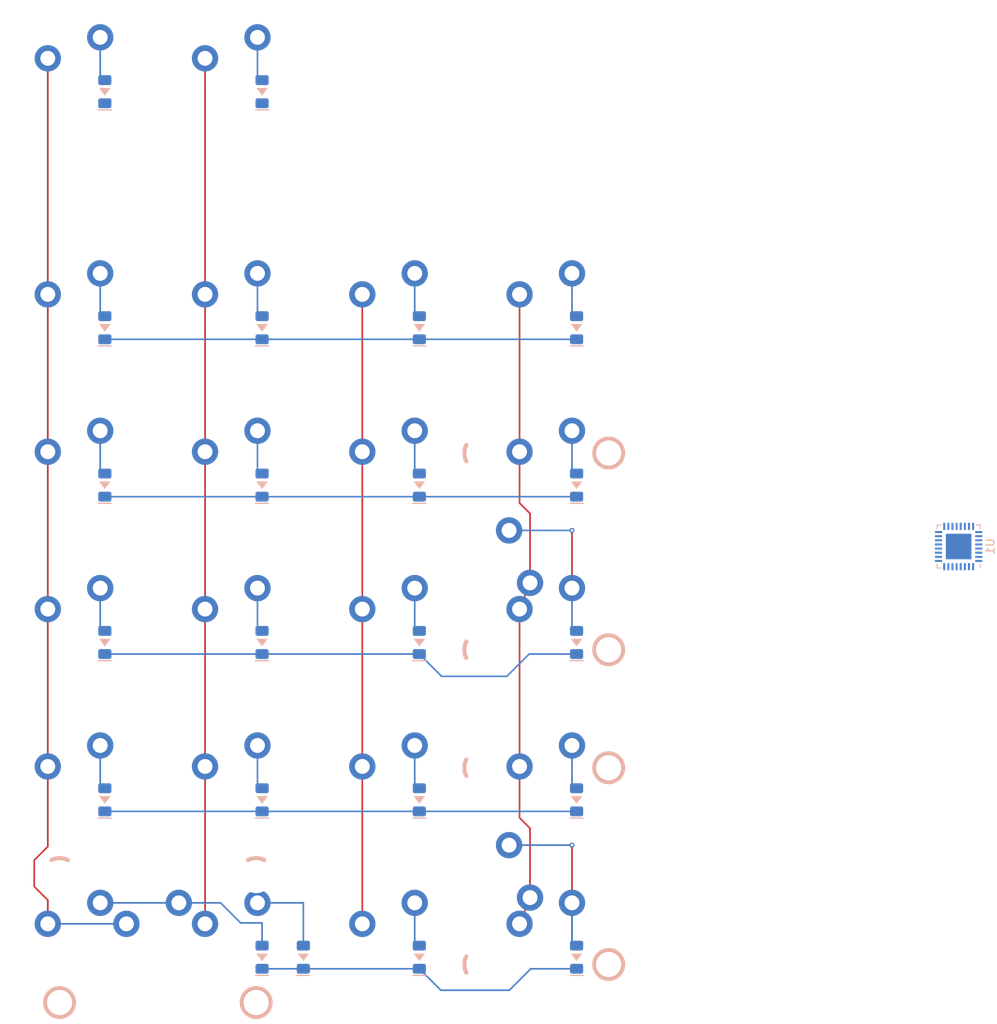
<source format=kicad_pcb>
(kicad_pcb (version 20171130) (host pcbnew "(5.1.11)-1")

  (general
    (thickness 1.6)
    (drawings 0)
    (tracks 79)
    (zones 0)
    (modules 48)
    (nets 65)
  )

  (page A4)
  (layers
    (0 F.Cu signal)
    (31 B.Cu signal)
    (32 B.Adhes user)
    (33 F.Adhes user)
    (34 B.Paste user)
    (35 F.Paste user)
    (36 B.SilkS user)
    (37 F.SilkS user)
    (38 B.Mask user)
    (39 F.Mask user)
    (40 Dwgs.User user)
    (41 Cmts.User user)
    (42 Eco1.User user)
    (43 Eco2.User user)
    (44 Edge.Cuts user)
    (45 Margin user)
    (46 B.CrtYd user)
    (47 F.CrtYd user)
    (48 B.Fab user)
    (49 F.Fab user)
  )

  (setup
    (last_trace_width 0.2)
    (user_trace_width 0.2)
    (user_trace_width 0.4)
    (trace_clearance 0.2)
    (zone_clearance 0.508)
    (zone_45_only no)
    (trace_min 0.2)
    (via_size 0.8)
    (via_drill 0.4)
    (via_min_size 0.4)
    (via_min_drill 0.3)
    (user_via 0.6 0.3)
    (uvia_size 0.3)
    (uvia_drill 0.1)
    (uvias_allowed no)
    (uvia_min_size 0.2)
    (uvia_min_drill 0.1)
    (edge_width 0.05)
    (segment_width 0.2)
    (pcb_text_width 0.3)
    (pcb_text_size 1.5 1.5)
    (mod_edge_width 0.12)
    (mod_text_size 1 1)
    (mod_text_width 0.15)
    (pad_size 1.524 1.524)
    (pad_drill 0.762)
    (pad_to_mask_clearance 0)
    (aux_axis_origin 0 0)
    (grid_origin 85.725 80.9625)
    (visible_elements FFFFFF7F)
    (pcbplotparams
      (layerselection 0x010fc_ffffffff)
      (usegerberextensions false)
      (usegerberattributes true)
      (usegerberadvancedattributes true)
      (creategerberjobfile true)
      (excludeedgelayer true)
      (linewidth 0.100000)
      (plotframeref false)
      (viasonmask false)
      (mode 1)
      (useauxorigin false)
      (hpglpennumber 1)
      (hpglpenspeed 20)
      (hpglpendiameter 15.000000)
      (psnegative false)
      (psa4output false)
      (plotreference true)
      (plotvalue true)
      (plotinvisibletext false)
      (padsonsilk false)
      (subtractmaskfromsilk false)
      (outputformat 1)
      (mirror false)
      (drillshape 1)
      (scaleselection 1)
      (outputdirectory ""))
  )

  (net 0 "")
  (net 1 "Net-(U1-Pad3)")
  (net 2 "Net-(U1-Pad32)")
  (net 3 "Net-(U1-Pad31)")
  (net 4 "Net-(U1-Pad30)")
  (net 5 "Net-(U1-Pad29)")
  (net 6 "Net-(U1-Pad28)")
  (net 7 "Net-(U1-Pad27)")
  (net 8 "Net-(U1-Pad26)")
  (net 9 "Net-(U1-Pad25)")
  (net 10 "Net-(U1-Pad24)")
  (net 11 "Net-(U1-Pad23)")
  (net 12 "Net-(U1-Pad22)")
  (net 13 "Net-(U1-Pad21)")
  (net 14 "Net-(U1-Pad20)")
  (net 15 "Net-(U1-Pad19)")
  (net 16 "Net-(U1-Pad18)")
  (net 17 "Net-(U1-Pad17)")
  (net 18 "Net-(U1-Pad16)")
  (net 19 "Net-(U1-Pad15)")
  (net 20 "Net-(U1-Pad14)")
  (net 21 "Net-(U1-Pad13)")
  (net 22 "Net-(U1-Pad12)")
  (net 23 "Net-(U1-Pad11)")
  (net 24 "Net-(U1-Pad10)")
  (net 25 "Net-(U1-Pad9)")
  (net 26 "Net-(U1-Pad8)")
  (net 27 "Net-(U1-Pad7)")
  (net 28 "Net-(U1-Pad6)")
  (net 29 "Net-(U1-Pad5)")
  (net 30 "Net-(U1-Pad4)")
  (net 31 "Net-(U1-Pad2)")
  (net 32 "Net-(U1-Pad1)")
  (net 33 "Net-(D1-Pad2)")
  (net 34 "Net-(D1-Pad1)")
  (net 35 "Net-(D2-Pad2)")
  (net 36 "Net-(D3-Pad2)")
  (net 37 "Net-(D4-Pad2)")
  (net 38 "Net-(D5-Pad2)")
  (net 39 "Net-(D6-Pad2)")
  (net 40 "Net-(D7-Pad2)")
  (net 41 "Net-(D8-Pad2)")
  (net 42 "Net-(D9-Pad2)")
  (net 43 "Net-(D10-Pad2)")
  (net 44 "Net-(D10-Pad1)")
  (net 45 "Net-(D11-Pad2)")
  (net 46 "Net-(D11-Pad1)")
  (net 47 "Net-(D12-Pad2)")
  (net 48 "Net-(D12-Pad1)")
  (net 49 "Net-(D13-Pad2)")
  (net 50 "Net-(D13-Pad1)")
  (net 51 "Net-(D14-Pad2)")
  (net 52 "Net-(D14-Pad1)")
  (net 53 "Net-(D15-Pad2)")
  (net 54 "Net-(D16-Pad2)")
  (net 55 "Net-(D17-Pad2)")
  (net 56 "Net-(D18-Pad2)")
  (net 57 "Net-(D19-Pad2)")
  (net 58 "Net-(D20-Pad2)")
  (net 59 "Net-(D21-Pad2)")
  (net 60 "Net-(D22-Pad2)")
  (net 61 "Net-(MX1-Pad1)")
  (net 62 "Net-(MX10-Pad1)")
  (net 63 "Net-(MX19-Pad1)")
  (net 64 "Net-(MX14-Pad1)")

  (net_class Default "This is the default net class."
    (clearance 0.2)
    (trace_width 0.25)
    (via_dia 0.8)
    (via_drill 0.4)
    (uvia_dia 0.3)
    (uvia_drill 0.1)
    (add_net "Net-(D1-Pad1)")
    (add_net "Net-(D1-Pad2)")
    (add_net "Net-(D10-Pad1)")
    (add_net "Net-(D10-Pad2)")
    (add_net "Net-(D11-Pad1)")
    (add_net "Net-(D11-Pad2)")
    (add_net "Net-(D12-Pad1)")
    (add_net "Net-(D12-Pad2)")
    (add_net "Net-(D13-Pad1)")
    (add_net "Net-(D13-Pad2)")
    (add_net "Net-(D14-Pad1)")
    (add_net "Net-(D14-Pad2)")
    (add_net "Net-(D15-Pad2)")
    (add_net "Net-(D16-Pad2)")
    (add_net "Net-(D17-Pad2)")
    (add_net "Net-(D18-Pad2)")
    (add_net "Net-(D19-Pad2)")
    (add_net "Net-(D2-Pad2)")
    (add_net "Net-(D20-Pad2)")
    (add_net "Net-(D21-Pad2)")
    (add_net "Net-(D22-Pad2)")
    (add_net "Net-(D3-Pad2)")
    (add_net "Net-(D4-Pad2)")
    (add_net "Net-(D5-Pad2)")
    (add_net "Net-(D6-Pad2)")
    (add_net "Net-(D7-Pad2)")
    (add_net "Net-(D8-Pad2)")
    (add_net "Net-(D9-Pad2)")
    (add_net "Net-(MX1-Pad1)")
    (add_net "Net-(MX10-Pad1)")
    (add_net "Net-(MX14-Pad1)")
    (add_net "Net-(MX19-Pad1)")
    (add_net "Net-(U1-Pad1)")
    (add_net "Net-(U1-Pad10)")
    (add_net "Net-(U1-Pad11)")
    (add_net "Net-(U1-Pad12)")
    (add_net "Net-(U1-Pad13)")
    (add_net "Net-(U1-Pad14)")
    (add_net "Net-(U1-Pad15)")
    (add_net "Net-(U1-Pad16)")
    (add_net "Net-(U1-Pad17)")
    (add_net "Net-(U1-Pad18)")
    (add_net "Net-(U1-Pad19)")
    (add_net "Net-(U1-Pad2)")
    (add_net "Net-(U1-Pad20)")
    (add_net "Net-(U1-Pad21)")
    (add_net "Net-(U1-Pad22)")
    (add_net "Net-(U1-Pad23)")
    (add_net "Net-(U1-Pad24)")
    (add_net "Net-(U1-Pad25)")
    (add_net "Net-(U1-Pad26)")
    (add_net "Net-(U1-Pad27)")
    (add_net "Net-(U1-Pad28)")
    (add_net "Net-(U1-Pad29)")
    (add_net "Net-(U1-Pad3)")
    (add_net "Net-(U1-Pad30)")
    (add_net "Net-(U1-Pad31)")
    (add_net "Net-(U1-Pad32)")
    (add_net "Net-(U1-Pad4)")
    (add_net "Net-(U1-Pad5)")
    (add_net "Net-(U1-Pad6)")
    (add_net "Net-(U1-Pad7)")
    (add_net "Net-(U1-Pad8)")
    (add_net "Net-(U1-Pad9)")
  )

  (module MX_Solder_SawnsProjects:MXOnly-2U-ReversedStabilizers-NoLED (layer F.Cu) (tedit 62D7BAF1) (tstamp 631DD3EE)
    (at 85.725 80.9625 90)
    (path /6323749A)
    (fp_text reference MX25 (at 0 3.175 90) (layer Dwgs.User)
      (effects (font (size 1 1) (thickness 0.15)))
    )
    (fp_text value 2U (at 0 -7.9375 90) (layer Dwgs.User)
      (effects (font (size 1 1) (thickness 0.15)))
    )
    (fp_arc (start 11.90625 -8.255) (end 10.90625 -10.255) (angle 53.1) (layer B.SilkS) (width 0.5))
    (fp_arc (start -11.90625 -8.255) (end -12.90625 -10.255) (angle 53.1) (layer B.SilkS) (width 0.5))
    (fp_text user 3.099mm (at 3.81 1.27 90) (layer Dwgs.User)
      (effects (font (size 0.5 0.5) (thickness 0.125)))
    )
    (fp_circle (center 11.90625 6.985) (end 10.15625 6.985) (layer B.SilkS) (width 0.5))
    (fp_circle (center -11.90625 6.985) (end -13.65625 6.985) (layer B.SilkS) (width 0.5))
    (fp_line (start -19.05 -9.525) (end 19.05 -9.525) (layer Dwgs.User) (width 0.15))
    (fp_line (start 19.05 -9.525) (end 19.05 9.525) (layer Dwgs.User) (width 0.15))
    (fp_line (start -19.05 9.525) (end 19.05 9.525) (layer Dwgs.User) (width 0.15))
    (fp_line (start -19.05 9.525) (end -19.05 -9.525) (layer Dwgs.User) (width 0.15))
    (fp_line (start 7 -7) (end 7 -5) (layer Dwgs.User) (width 0.15))
    (fp_line (start -7 7) (end -5 7) (layer Dwgs.User) (width 0.15))
    (fp_line (start -7 -7) (end -7 -5) (layer Dwgs.User) (width 0.15))
    (fp_line (start 7 7) (end 7 5) (layer Dwgs.User) (width 0.15))
    (fp_line (start 5 7) (end 7 7) (layer Dwgs.User) (width 0.15))
    (fp_line (start 5 -7) (end 7 -7) (layer Dwgs.User) (width 0.15))
    (fp_line (start -7 5) (end -7 7) (layer Dwgs.User) (width 0.15))
    (fp_line (start -5 -7) (end -7 -7) (layer Dwgs.User) (width 0.15))
    (pad "" np_thru_hole circle (at 5.08 0 138.0996) (size 1.75 1.75) (drill 1.75) (layers *.Cu *.Mask))
    (pad 1 thru_hole circle (at -3.81 -2.54 90) (size 2.4 2.4) (drill 1.8) (layers *.Cu)
      (net 63 "Net-(MX19-Pad1)"))
    (pad 2 thru_hole circle (at 2.54 -5.08 90) (size 2.4 2.4) (drill 1.8) (layers *.Cu)
      (net 58 "Net-(D20-Pad2)"))
    (pad "" np_thru_hole circle (at 0 0 90) (size 3.9878 3.9878) (drill 3.9878) (layers *.Cu *.Mask))
    (pad "" smd circle (at 3.099 0 90) (size 1 1) (layers Dwgs.User))
    (pad 2 smd circle (at 2.54 -5.08 90) (size 3.2 3.2) (layers B.Cu)
      (net 58 "Net-(D20-Pad2)"))
    (pad "" smd circle (at 2.54 -5.08 90) (size 2.8 2.8) (layers B.Mask))
    (pad "" np_thru_hole circle (at -5.08 0 138.0996) (size 1.75 1.75) (drill 1.75) (layers *.Cu *.Mask))
    (pad 1 smd circle (at -3.81 -2.54 90) (size 3.2 3.2) (layers B.Cu)
      (net 63 "Net-(MX19-Pad1)"))
    (pad "" smd circle (at -3.81 -2.54 90) (size 2.8 2.8) (layers B.Mask))
    (pad "" np_thru_hole circle (at 11.90625 -8.255 90) (size 3.9878 3.9878) (drill 3.9878) (layers *.Cu *.Mask))
    (pad "" np_thru_hole circle (at -11.90625 -8.255 90) (size 3.9878 3.9878) (drill 3.9878) (layers *.Cu *.Mask))
    (pad "" np_thru_hole circle (at 11.90625 6.985 90) (size 3.048 3.048) (drill 3.048) (layers *.Cu *.Mask))
    (pad "" np_thru_hole circle (at -11.90625 6.985 90) (size 3.048 3.048) (drill 3.048) (layers *.Cu *.Mask))
  )

  (module MX_Solder_SawnsProjects:MXOnly-2U-ReversedStabilizers-NoLED (layer F.Cu) (tedit 62D7BAF1) (tstamp 631DBDE9)
    (at 85.725 119.0625 90)
    (path /6322E042)
    (fp_text reference MX19 (at 0 3.175 90) (layer Dwgs.User)
      (effects (font (size 1 1) (thickness 0.15)))
    )
    (fp_text value 2U (at 0 -7.9375 90) (layer Dwgs.User)
      (effects (font (size 1 1) (thickness 0.15)))
    )
    (fp_arc (start 11.90625 -8.255) (end 10.90625 -10.255) (angle 53.1) (layer B.SilkS) (width 0.5))
    (fp_arc (start -11.90625 -8.255) (end -12.90625 -10.255) (angle 53.1) (layer B.SilkS) (width 0.5))
    (fp_text user 3.099mm (at 3.81 1.27 90) (layer Dwgs.User)
      (effects (font (size 0.5 0.5) (thickness 0.125)))
    )
    (fp_circle (center 11.90625 6.985) (end 10.15625 6.985) (layer B.SilkS) (width 0.5))
    (fp_circle (center -11.90625 6.985) (end -13.65625 6.985) (layer B.SilkS) (width 0.5))
    (fp_line (start -19.05 -9.525) (end 19.05 -9.525) (layer Dwgs.User) (width 0.15))
    (fp_line (start 19.05 -9.525) (end 19.05 9.525) (layer Dwgs.User) (width 0.15))
    (fp_line (start -19.05 9.525) (end 19.05 9.525) (layer Dwgs.User) (width 0.15))
    (fp_line (start -19.05 9.525) (end -19.05 -9.525) (layer Dwgs.User) (width 0.15))
    (fp_line (start 7 -7) (end 7 -5) (layer Dwgs.User) (width 0.15))
    (fp_line (start -7 7) (end -5 7) (layer Dwgs.User) (width 0.15))
    (fp_line (start -7 -7) (end -7 -5) (layer Dwgs.User) (width 0.15))
    (fp_line (start 7 7) (end 7 5) (layer Dwgs.User) (width 0.15))
    (fp_line (start 5 7) (end 7 7) (layer Dwgs.User) (width 0.15))
    (fp_line (start 5 -7) (end 7 -7) (layer Dwgs.User) (width 0.15))
    (fp_line (start -7 5) (end -7 7) (layer Dwgs.User) (width 0.15))
    (fp_line (start -5 -7) (end -7 -7) (layer Dwgs.User) (width 0.15))
    (pad "" np_thru_hole circle (at 5.08 0 138.0996) (size 1.75 1.75) (drill 1.75) (layers *.Cu *.Mask))
    (pad 1 thru_hole circle (at -3.81 -2.54 90) (size 2.4 2.4) (drill 1.8) (layers *.Cu)
      (net 63 "Net-(MX19-Pad1)"))
    (pad 2 thru_hole circle (at 2.54 -5.08 90) (size 2.4 2.4) (drill 1.8) (layers *.Cu)
      (net 60 "Net-(D22-Pad2)"))
    (pad "" np_thru_hole circle (at 0 0 90) (size 3.9878 3.9878) (drill 3.9878) (layers *.Cu *.Mask))
    (pad "" smd circle (at 3.099 0 90) (size 1 1) (layers Dwgs.User))
    (pad 2 smd circle (at 2.54 -5.08 90) (size 3.2 3.2) (layers B.Cu)
      (net 60 "Net-(D22-Pad2)"))
    (pad "" smd circle (at 2.54 -5.08 90) (size 2.8 2.8) (layers B.Mask))
    (pad "" np_thru_hole circle (at -5.08 0 138.0996) (size 1.75 1.75) (drill 1.75) (layers *.Cu *.Mask))
    (pad 1 smd circle (at -3.81 -2.54 90) (size 3.2 3.2) (layers B.Cu)
      (net 63 "Net-(MX19-Pad1)"))
    (pad "" smd circle (at -3.81 -2.54 90) (size 2.8 2.8) (layers B.Mask))
    (pad "" np_thru_hole circle (at 11.90625 -8.255 90) (size 3.9878 3.9878) (drill 3.9878) (layers *.Cu *.Mask))
    (pad "" np_thru_hole circle (at -11.90625 -8.255 90) (size 3.9878 3.9878) (drill 3.9878) (layers *.Cu *.Mask))
    (pad "" np_thru_hole circle (at 11.90625 6.985 90) (size 3.048 3.048) (drill 3.048) (layers *.Cu *.Mask))
    (pad "" np_thru_hole circle (at -11.90625 6.985 90) (size 3.048 3.048) (drill 3.048) (layers *.Cu *.Mask))
  )

  (module MX_Solder_SawnsProjects:MXOnly-2U-ReversedStabilizers-NoLED (layer F.Cu) (tedit 62D7BAF1) (tstamp 631DA608)
    (at 38.1 128.5875)
    (path /6322C460)
    (fp_text reference MX13 (at 0 3.175) (layer Dwgs.User)
      (effects (font (size 1 1) (thickness 0.15)))
    )
    (fp_text value 2U (at 0 -7.9375) (layer Dwgs.User)
      (effects (font (size 1 1) (thickness 0.15)))
    )
    (fp_arc (start 11.90625 -8.255) (end 10.90625 -10.255) (angle 53.1) (layer B.SilkS) (width 0.5))
    (fp_arc (start -11.90625 -8.255) (end -12.90625 -10.255) (angle 53.1) (layer B.SilkS) (width 0.5))
    (fp_text user 3.099mm (at 3.81 1.27) (layer Dwgs.User)
      (effects (font (size 0.5 0.5) (thickness 0.125)))
    )
    (fp_circle (center 11.90625 6.985) (end 10.15625 6.985) (layer B.SilkS) (width 0.5))
    (fp_circle (center -11.90625 6.985) (end -13.65625 6.985) (layer B.SilkS) (width 0.5))
    (fp_line (start -19.05 -9.525) (end 19.05 -9.525) (layer Dwgs.User) (width 0.15))
    (fp_line (start 19.05 -9.525) (end 19.05 9.525) (layer Dwgs.User) (width 0.15))
    (fp_line (start -19.05 9.525) (end 19.05 9.525) (layer Dwgs.User) (width 0.15))
    (fp_line (start -19.05 9.525) (end -19.05 -9.525) (layer Dwgs.User) (width 0.15))
    (fp_line (start 7 -7) (end 7 -5) (layer Dwgs.User) (width 0.15))
    (fp_line (start -7 7) (end -5 7) (layer Dwgs.User) (width 0.15))
    (fp_line (start -7 -7) (end -7 -5) (layer Dwgs.User) (width 0.15))
    (fp_line (start 7 7) (end 7 5) (layer Dwgs.User) (width 0.15))
    (fp_line (start 5 7) (end 7 7) (layer Dwgs.User) (width 0.15))
    (fp_line (start 5 -7) (end 7 -7) (layer Dwgs.User) (width 0.15))
    (fp_line (start -7 5) (end -7 7) (layer Dwgs.User) (width 0.15))
    (fp_line (start -5 -7) (end -7 -7) (layer Dwgs.User) (width 0.15))
    (pad "" np_thru_hole circle (at 5.08 0 48.0996) (size 1.75 1.75) (drill 1.75) (layers *.Cu *.Mask))
    (pad 1 thru_hole circle (at -3.81 -2.54) (size 2.4 2.4) (drill 1.8) (layers *.Cu)
      (net 61 "Net-(MX1-Pad1)"))
    (pad 2 thru_hole circle (at 2.54 -5.08) (size 2.4 2.4) (drill 1.8) (layers *.Cu)
      (net 39 "Net-(D6-Pad2)"))
    (pad "" np_thru_hole circle (at 0 0) (size 3.9878 3.9878) (drill 3.9878) (layers *.Cu *.Mask))
    (pad "" smd circle (at 3.099 0) (size 1 1) (layers Dwgs.User))
    (pad 2 smd circle (at 2.54 -5.08) (size 3.2 3.2) (layers B.Cu)
      (net 39 "Net-(D6-Pad2)"))
    (pad "" smd circle (at 2.54 -5.08) (size 2.8 2.8) (layers B.Mask))
    (pad "" np_thru_hole circle (at -5.08 0 48.0996) (size 1.75 1.75) (drill 1.75) (layers *.Cu *.Mask))
    (pad 1 smd circle (at -3.81 -2.54) (size 3.2 3.2) (layers B.Cu)
      (net 61 "Net-(MX1-Pad1)"))
    (pad "" smd circle (at -3.81 -2.54) (size 2.8 2.8) (layers B.Mask))
    (pad "" np_thru_hole circle (at 11.90625 -8.255) (size 3.9878 3.9878) (drill 3.9878) (layers *.Cu *.Mask))
    (pad "" np_thru_hole circle (at -11.90625 -8.255) (size 3.9878 3.9878) (drill 3.9878) (layers *.Cu *.Mask))
    (pad "" np_thru_hole circle (at 11.90625 6.985) (size 3.048 3.048) (drill 3.048) (layers *.Cu *.Mask))
    (pad "" np_thru_hole circle (at -11.90625 6.985) (size 3.048 3.048) (drill 3.048) (layers *.Cu *.Mask))
  )

  (module MX_Solder_SawnsProjects:MXOnly-1U-NoLED (layer F.Cu) (tedit 62D7BA69) (tstamp 631D67CF)
    (at 85.725 128.5875)
    (path /631DA29B)
    (fp_text reference MX24 (at 0 3.175) (layer Dwgs.User)
      (effects (font (size 1 1) (thickness 0.15)))
    )
    (fp_text value 1U (at 0 -7.9375) (layer Dwgs.User)
      (effects (font (size 1 1) (thickness 0.15)))
    )
    (fp_text user 3.099mm (at 3.81 1.27) (layer Dwgs.User)
      (effects (font (size 0.5 0.5) (thickness 0.125)))
    )
    (fp_text user REF** (at 0 3.175) (layer Dwgs.User)
      (effects (font (size 1 1) (thickness 0.15)))
    )
    (fp_text user REF** (at 0 3.175) (layer Dwgs.User)
      (effects (font (size 1 1) (thickness 0.15)))
    )
    (fp_line (start -9.525 9.525) (end -9.525 -9.525) (layer Dwgs.User) (width 0.15))
    (fp_line (start 9.525 9.525) (end -9.525 9.525) (layer Dwgs.User) (width 0.15))
    (fp_line (start 9.525 -9.525) (end 9.525 9.525) (layer Dwgs.User) (width 0.15))
    (fp_line (start -9.525 -9.525) (end 9.525 -9.525) (layer Dwgs.User) (width 0.15))
    (fp_line (start 7 -7) (end 7 -5) (layer Dwgs.User) (width 0.15))
    (fp_line (start -5 -7) (end -7 -7) (layer Dwgs.User) (width 0.15))
    (fp_line (start -7 5) (end -7 7) (layer Dwgs.User) (width 0.15))
    (fp_line (start -7 -7) (end -7 -5) (layer Dwgs.User) (width 0.15))
    (fp_line (start 5 7) (end 7 7) (layer Dwgs.User) (width 0.15))
    (fp_line (start 7 7) (end 7 5) (layer Dwgs.User) (width 0.15))
    (fp_line (start 5 -7) (end 7 -7) (layer Dwgs.User) (width 0.15))
    (fp_line (start -7 7) (end -5 7) (layer Dwgs.User) (width 0.15))
    (pad "" smd circle (at 2.54 -5.08) (size 2.8 2.8) (layers B.Mask))
    (pad 2 smd circle (at 2.54 -5.08) (size 3.2 3.2) (layers B.Cu)
      (net 60 "Net-(D22-Pad2)"))
    (pad "" np_thru_hole circle (at 5.08 0 48.0996) (size 1.75 1.75) (drill 1.75) (layers *.Cu *.Mask))
    (pad "" smd circle (at -3.81 -2.54) (size 2.8 2.8) (layers B.Mask))
    (pad "" smd circle (at 3.099 0) (size 1 1) (layers Dwgs.User))
    (pad 2 thru_hole circle (at 2.54 -5.08) (size 2.4 2.4) (drill 1.8) (layers *.Cu)
      (net 60 "Net-(D22-Pad2)"))
    (pad 1 thru_hole circle (at -3.81 -2.54) (size 2.4 2.4) (drill 1.8) (layers *.Cu)
      (net 63 "Net-(MX19-Pad1)"))
    (pad "" np_thru_hole circle (at 0 0) (size 3.9878 3.9878) (drill 3.9878) (layers *.Cu *.Mask))
    (pad "" np_thru_hole circle (at -5.08 0 48.0996) (size 1.75 1.75) (drill 1.75) (layers *.Cu *.Mask))
    (pad 1 smd circle (at -3.81 -2.54) (size 3.2 3.2) (layers B.Cu)
      (net 63 "Net-(MX19-Pad1)"))
  )

  (module MX_Solder_SawnsProjects:MXOnly-1U-NoLED (layer F.Cu) (tedit 62D7BA69) (tstamp 631D67A8)
    (at 85.725 109.5375)
    (path /631DA282)
    (fp_text reference MX23 (at 0 3.175) (layer Dwgs.User)
      (effects (font (size 1 1) (thickness 0.15)))
    )
    (fp_text value 1U (at 0 -7.9375) (layer Dwgs.User)
      (effects (font (size 1 1) (thickness 0.15)))
    )
    (fp_text user 3.099mm (at 3.81 1.27) (layer Dwgs.User)
      (effects (font (size 0.5 0.5) (thickness 0.125)))
    )
    (fp_text user REF** (at 0 3.175) (layer Dwgs.User)
      (effects (font (size 1 1) (thickness 0.15)))
    )
    (fp_text user REF** (at 0 3.175) (layer Dwgs.User)
      (effects (font (size 1 1) (thickness 0.15)))
    )
    (fp_line (start -9.525 9.525) (end -9.525 -9.525) (layer Dwgs.User) (width 0.15))
    (fp_line (start 9.525 9.525) (end -9.525 9.525) (layer Dwgs.User) (width 0.15))
    (fp_line (start 9.525 -9.525) (end 9.525 9.525) (layer Dwgs.User) (width 0.15))
    (fp_line (start -9.525 -9.525) (end 9.525 -9.525) (layer Dwgs.User) (width 0.15))
    (fp_line (start 7 -7) (end 7 -5) (layer Dwgs.User) (width 0.15))
    (fp_line (start -5 -7) (end -7 -7) (layer Dwgs.User) (width 0.15))
    (fp_line (start -7 5) (end -7 7) (layer Dwgs.User) (width 0.15))
    (fp_line (start -7 -7) (end -7 -5) (layer Dwgs.User) (width 0.15))
    (fp_line (start 5 7) (end 7 7) (layer Dwgs.User) (width 0.15))
    (fp_line (start 7 7) (end 7 5) (layer Dwgs.User) (width 0.15))
    (fp_line (start 5 -7) (end 7 -7) (layer Dwgs.User) (width 0.15))
    (fp_line (start -7 7) (end -5 7) (layer Dwgs.User) (width 0.15))
    (pad "" smd circle (at 2.54 -5.08) (size 2.8 2.8) (layers B.Mask))
    (pad 2 smd circle (at 2.54 -5.08) (size 3.2 3.2) (layers B.Cu)
      (net 59 "Net-(D21-Pad2)"))
    (pad "" np_thru_hole circle (at 5.08 0 48.0996) (size 1.75 1.75) (drill 1.75) (layers *.Cu *.Mask))
    (pad "" smd circle (at -3.81 -2.54) (size 2.8 2.8) (layers B.Mask))
    (pad "" smd circle (at 3.099 0) (size 1 1) (layers Dwgs.User))
    (pad 2 thru_hole circle (at 2.54 -5.08) (size 2.4 2.4) (drill 1.8) (layers *.Cu)
      (net 59 "Net-(D21-Pad2)"))
    (pad 1 thru_hole circle (at -3.81 -2.54) (size 2.4 2.4) (drill 1.8) (layers *.Cu)
      (net 63 "Net-(MX19-Pad1)"))
    (pad "" np_thru_hole circle (at 0 0) (size 3.9878 3.9878) (drill 3.9878) (layers *.Cu *.Mask))
    (pad "" np_thru_hole circle (at -5.08 0 48.0996) (size 1.75 1.75) (drill 1.75) (layers *.Cu *.Mask))
    (pad 1 smd circle (at -3.81 -2.54) (size 3.2 3.2) (layers B.Cu)
      (net 63 "Net-(MX19-Pad1)"))
  )

  (module MX_Solder_SawnsProjects:MXOnly-1U-NoLED (layer F.Cu) (tedit 62D7BA69) (tstamp 631D6781)
    (at 85.725 90.4875)
    (path /631DA269)
    (fp_text reference MX22 (at 0 3.175) (layer Dwgs.User)
      (effects (font (size 1 1) (thickness 0.15)))
    )
    (fp_text value 1U (at 0 -7.9375) (layer Dwgs.User)
      (effects (font (size 1 1) (thickness 0.15)))
    )
    (fp_text user 3.099mm (at 3.81 1.27) (layer Dwgs.User)
      (effects (font (size 0.5 0.5) (thickness 0.125)))
    )
    (fp_text user REF** (at 0 3.175) (layer Dwgs.User)
      (effects (font (size 1 1) (thickness 0.15)))
    )
    (fp_text user REF** (at 0 3.175) (layer Dwgs.User)
      (effects (font (size 1 1) (thickness 0.15)))
    )
    (fp_line (start -9.525 9.525) (end -9.525 -9.525) (layer Dwgs.User) (width 0.15))
    (fp_line (start 9.525 9.525) (end -9.525 9.525) (layer Dwgs.User) (width 0.15))
    (fp_line (start 9.525 -9.525) (end 9.525 9.525) (layer Dwgs.User) (width 0.15))
    (fp_line (start -9.525 -9.525) (end 9.525 -9.525) (layer Dwgs.User) (width 0.15))
    (fp_line (start 7 -7) (end 7 -5) (layer Dwgs.User) (width 0.15))
    (fp_line (start -5 -7) (end -7 -7) (layer Dwgs.User) (width 0.15))
    (fp_line (start -7 5) (end -7 7) (layer Dwgs.User) (width 0.15))
    (fp_line (start -7 -7) (end -7 -5) (layer Dwgs.User) (width 0.15))
    (fp_line (start 5 7) (end 7 7) (layer Dwgs.User) (width 0.15))
    (fp_line (start 7 7) (end 7 5) (layer Dwgs.User) (width 0.15))
    (fp_line (start 5 -7) (end 7 -7) (layer Dwgs.User) (width 0.15))
    (fp_line (start -7 7) (end -5 7) (layer Dwgs.User) (width 0.15))
    (pad "" smd circle (at 2.54 -5.08) (size 2.8 2.8) (layers B.Mask))
    (pad 2 smd circle (at 2.54 -5.08) (size 3.2 3.2) (layers B.Cu)
      (net 58 "Net-(D20-Pad2)"))
    (pad "" np_thru_hole circle (at 5.08 0 48.0996) (size 1.75 1.75) (drill 1.75) (layers *.Cu *.Mask))
    (pad "" smd circle (at -3.81 -2.54) (size 2.8 2.8) (layers B.Mask))
    (pad "" smd circle (at 3.099 0) (size 1 1) (layers Dwgs.User))
    (pad 2 thru_hole circle (at 2.54 -5.08) (size 2.4 2.4) (drill 1.8) (layers *.Cu)
      (net 58 "Net-(D20-Pad2)"))
    (pad 1 thru_hole circle (at -3.81 -2.54) (size 2.4 2.4) (drill 1.8) (layers *.Cu)
      (net 63 "Net-(MX19-Pad1)"))
    (pad "" np_thru_hole circle (at 0 0) (size 3.9878 3.9878) (drill 3.9878) (layers *.Cu *.Mask))
    (pad "" np_thru_hole circle (at -5.08 0 48.0996) (size 1.75 1.75) (drill 1.75) (layers *.Cu *.Mask))
    (pad 1 smd circle (at -3.81 -2.54) (size 3.2 3.2) (layers B.Cu)
      (net 63 "Net-(MX19-Pad1)"))
  )

  (module MX_Solder_SawnsProjects:MXOnly-1U-NoLED (layer F.Cu) (tedit 62D7BA69) (tstamp 631D675A)
    (at 85.725 71.4375)
    (path /631D54AC)
    (fp_text reference MX21 (at 0 3.175) (layer Dwgs.User)
      (effects (font (size 1 1) (thickness 0.15)))
    )
    (fp_text value 1U (at 0 -7.9375) (layer Dwgs.User)
      (effects (font (size 1 1) (thickness 0.15)))
    )
    (fp_text user 3.099mm (at 3.81 1.27) (layer Dwgs.User)
      (effects (font (size 0.5 0.5) (thickness 0.125)))
    )
    (fp_text user REF** (at 0 3.175) (layer Dwgs.User)
      (effects (font (size 1 1) (thickness 0.15)))
    )
    (fp_text user REF** (at 0 3.175) (layer Dwgs.User)
      (effects (font (size 1 1) (thickness 0.15)))
    )
    (fp_line (start -9.525 9.525) (end -9.525 -9.525) (layer Dwgs.User) (width 0.15))
    (fp_line (start 9.525 9.525) (end -9.525 9.525) (layer Dwgs.User) (width 0.15))
    (fp_line (start 9.525 -9.525) (end 9.525 9.525) (layer Dwgs.User) (width 0.15))
    (fp_line (start -9.525 -9.525) (end 9.525 -9.525) (layer Dwgs.User) (width 0.15))
    (fp_line (start 7 -7) (end 7 -5) (layer Dwgs.User) (width 0.15))
    (fp_line (start -5 -7) (end -7 -7) (layer Dwgs.User) (width 0.15))
    (fp_line (start -7 5) (end -7 7) (layer Dwgs.User) (width 0.15))
    (fp_line (start -7 -7) (end -7 -5) (layer Dwgs.User) (width 0.15))
    (fp_line (start 5 7) (end 7 7) (layer Dwgs.User) (width 0.15))
    (fp_line (start 7 7) (end 7 5) (layer Dwgs.User) (width 0.15))
    (fp_line (start 5 -7) (end 7 -7) (layer Dwgs.User) (width 0.15))
    (fp_line (start -7 7) (end -5 7) (layer Dwgs.User) (width 0.15))
    (pad "" smd circle (at 2.54 -5.08) (size 2.8 2.8) (layers B.Mask))
    (pad 2 smd circle (at 2.54 -5.08) (size 3.2 3.2) (layers B.Cu)
      (net 57 "Net-(D19-Pad2)"))
    (pad "" np_thru_hole circle (at 5.08 0 48.0996) (size 1.75 1.75) (drill 1.75) (layers *.Cu *.Mask))
    (pad "" smd circle (at -3.81 -2.54) (size 2.8 2.8) (layers B.Mask))
    (pad "" smd circle (at 3.099 0) (size 1 1) (layers Dwgs.User))
    (pad 2 thru_hole circle (at 2.54 -5.08) (size 2.4 2.4) (drill 1.8) (layers *.Cu)
      (net 57 "Net-(D19-Pad2)"))
    (pad 1 thru_hole circle (at -3.81 -2.54) (size 2.4 2.4) (drill 1.8) (layers *.Cu)
      (net 63 "Net-(MX19-Pad1)"))
    (pad "" np_thru_hole circle (at 0 0) (size 3.9878 3.9878) (drill 3.9878) (layers *.Cu *.Mask))
    (pad "" np_thru_hole circle (at -5.08 0 48.0996) (size 1.75 1.75) (drill 1.75) (layers *.Cu *.Mask))
    (pad 1 smd circle (at -3.81 -2.54) (size 3.2 3.2) (layers B.Cu)
      (net 63 "Net-(MX19-Pad1)"))
  )

  (module MX_Solder_SawnsProjects:MXOnly-1U-NoLED (layer F.Cu) (tedit 62D7BA69) (tstamp 631D6733)
    (at 85.725 52.3875)
    (path /631D47EA)
    (fp_text reference MX20 (at 0 3.175) (layer Dwgs.User)
      (effects (font (size 1 1) (thickness 0.15)))
    )
    (fp_text value 1U (at 0 -7.9375) (layer Dwgs.User)
      (effects (font (size 1 1) (thickness 0.15)))
    )
    (fp_text user 3.099mm (at 3.81 1.27) (layer Dwgs.User)
      (effects (font (size 0.5 0.5) (thickness 0.125)))
    )
    (fp_text user REF** (at 0 3.175) (layer Dwgs.User)
      (effects (font (size 1 1) (thickness 0.15)))
    )
    (fp_text user REF** (at 0 3.175) (layer Dwgs.User)
      (effects (font (size 1 1) (thickness 0.15)))
    )
    (fp_line (start -9.525 9.525) (end -9.525 -9.525) (layer Dwgs.User) (width 0.15))
    (fp_line (start 9.525 9.525) (end -9.525 9.525) (layer Dwgs.User) (width 0.15))
    (fp_line (start 9.525 -9.525) (end 9.525 9.525) (layer Dwgs.User) (width 0.15))
    (fp_line (start -9.525 -9.525) (end 9.525 -9.525) (layer Dwgs.User) (width 0.15))
    (fp_line (start 7 -7) (end 7 -5) (layer Dwgs.User) (width 0.15))
    (fp_line (start -5 -7) (end -7 -7) (layer Dwgs.User) (width 0.15))
    (fp_line (start -7 5) (end -7 7) (layer Dwgs.User) (width 0.15))
    (fp_line (start -7 -7) (end -7 -5) (layer Dwgs.User) (width 0.15))
    (fp_line (start 5 7) (end 7 7) (layer Dwgs.User) (width 0.15))
    (fp_line (start 7 7) (end 7 5) (layer Dwgs.User) (width 0.15))
    (fp_line (start 5 -7) (end 7 -7) (layer Dwgs.User) (width 0.15))
    (fp_line (start -7 7) (end -5 7) (layer Dwgs.User) (width 0.15))
    (pad "" smd circle (at 2.54 -5.08) (size 2.8 2.8) (layers B.Mask))
    (pad 2 smd circle (at 2.54 -5.08) (size 3.2 3.2) (layers B.Cu)
      (net 56 "Net-(D18-Pad2)"))
    (pad "" np_thru_hole circle (at 5.08 0 48.0996) (size 1.75 1.75) (drill 1.75) (layers *.Cu *.Mask))
    (pad "" smd circle (at -3.81 -2.54) (size 2.8 2.8) (layers B.Mask))
    (pad "" smd circle (at 3.099 0) (size 1 1) (layers Dwgs.User))
    (pad 2 thru_hole circle (at 2.54 -5.08) (size 2.4 2.4) (drill 1.8) (layers *.Cu)
      (net 56 "Net-(D18-Pad2)"))
    (pad 1 thru_hole circle (at -3.81 -2.54) (size 2.4 2.4) (drill 1.8) (layers *.Cu)
      (net 63 "Net-(MX19-Pad1)"))
    (pad "" np_thru_hole circle (at 0 0) (size 3.9878 3.9878) (drill 3.9878) (layers *.Cu *.Mask))
    (pad "" np_thru_hole circle (at -5.08 0 48.0996) (size 1.75 1.75) (drill 1.75) (layers *.Cu *.Mask))
    (pad 1 smd circle (at -3.81 -2.54) (size 3.2 3.2) (layers B.Cu)
      (net 63 "Net-(MX19-Pad1)"))
  )

  (module MX_Solder_SawnsProjects:MXOnly-1U-NoLED (layer F.Cu) (tedit 62D7BA69) (tstamp 631D66E5)
    (at 66.675 128.5875)
    (path /631DA295)
    (fp_text reference MX18 (at 0 3.175) (layer Dwgs.User)
      (effects (font (size 1 1) (thickness 0.15)))
    )
    (fp_text value 1U (at 0 -7.9375) (layer Dwgs.User)
      (effects (font (size 1 1) (thickness 0.15)))
    )
    (fp_text user 3.099mm (at 3.81 1.27) (layer Dwgs.User)
      (effects (font (size 0.5 0.5) (thickness 0.125)))
    )
    (fp_text user REF** (at 0 3.175) (layer Dwgs.User)
      (effects (font (size 1 1) (thickness 0.15)))
    )
    (fp_text user REF** (at 0 3.175) (layer Dwgs.User)
      (effects (font (size 1 1) (thickness 0.15)))
    )
    (fp_line (start -9.525 9.525) (end -9.525 -9.525) (layer Dwgs.User) (width 0.15))
    (fp_line (start 9.525 9.525) (end -9.525 9.525) (layer Dwgs.User) (width 0.15))
    (fp_line (start 9.525 -9.525) (end 9.525 9.525) (layer Dwgs.User) (width 0.15))
    (fp_line (start -9.525 -9.525) (end 9.525 -9.525) (layer Dwgs.User) (width 0.15))
    (fp_line (start 7 -7) (end 7 -5) (layer Dwgs.User) (width 0.15))
    (fp_line (start -5 -7) (end -7 -7) (layer Dwgs.User) (width 0.15))
    (fp_line (start -7 5) (end -7 7) (layer Dwgs.User) (width 0.15))
    (fp_line (start -7 -7) (end -7 -5) (layer Dwgs.User) (width 0.15))
    (fp_line (start 5 7) (end 7 7) (layer Dwgs.User) (width 0.15))
    (fp_line (start 7 7) (end 7 5) (layer Dwgs.User) (width 0.15))
    (fp_line (start 5 -7) (end 7 -7) (layer Dwgs.User) (width 0.15))
    (fp_line (start -7 7) (end -5 7) (layer Dwgs.User) (width 0.15))
    (pad "" smd circle (at 2.54 -5.08) (size 2.8 2.8) (layers B.Mask))
    (pad 2 smd circle (at 2.54 -5.08) (size 3.2 3.2) (layers B.Cu)
      (net 55 "Net-(D17-Pad2)"))
    (pad "" np_thru_hole circle (at 5.08 0 48.0996) (size 1.75 1.75) (drill 1.75) (layers *.Cu *.Mask))
    (pad "" smd circle (at -3.81 -2.54) (size 2.8 2.8) (layers B.Mask))
    (pad "" smd circle (at 3.099 0) (size 1 1) (layers Dwgs.User))
    (pad 2 thru_hole circle (at 2.54 -5.08) (size 2.4 2.4) (drill 1.8) (layers *.Cu)
      (net 55 "Net-(D17-Pad2)"))
    (pad 1 thru_hole circle (at -3.81 -2.54) (size 2.4 2.4) (drill 1.8) (layers *.Cu)
      (net 64 "Net-(MX14-Pad1)"))
    (pad "" np_thru_hole circle (at 0 0) (size 3.9878 3.9878) (drill 3.9878) (layers *.Cu *.Mask))
    (pad "" np_thru_hole circle (at -5.08 0 48.0996) (size 1.75 1.75) (drill 1.75) (layers *.Cu *.Mask))
    (pad 1 smd circle (at -3.81 -2.54) (size 3.2 3.2) (layers B.Cu)
      (net 64 "Net-(MX14-Pad1)"))
  )

  (module MX_Solder_SawnsProjects:MXOnly-1U-NoLED (layer F.Cu) (tedit 62D7BA69) (tstamp 631D66BE)
    (at 66.675 109.5375)
    (path /631DA27C)
    (fp_text reference MX17 (at 0 3.175) (layer Dwgs.User)
      (effects (font (size 1 1) (thickness 0.15)))
    )
    (fp_text value 1U (at 0 -7.9375) (layer Dwgs.User)
      (effects (font (size 1 1) (thickness 0.15)))
    )
    (fp_text user 3.099mm (at 3.81 1.27) (layer Dwgs.User)
      (effects (font (size 0.5 0.5) (thickness 0.125)))
    )
    (fp_text user REF** (at 0 3.175) (layer Dwgs.User)
      (effects (font (size 1 1) (thickness 0.15)))
    )
    (fp_text user REF** (at 0 3.175) (layer Dwgs.User)
      (effects (font (size 1 1) (thickness 0.15)))
    )
    (fp_line (start -9.525 9.525) (end -9.525 -9.525) (layer Dwgs.User) (width 0.15))
    (fp_line (start 9.525 9.525) (end -9.525 9.525) (layer Dwgs.User) (width 0.15))
    (fp_line (start 9.525 -9.525) (end 9.525 9.525) (layer Dwgs.User) (width 0.15))
    (fp_line (start -9.525 -9.525) (end 9.525 -9.525) (layer Dwgs.User) (width 0.15))
    (fp_line (start 7 -7) (end 7 -5) (layer Dwgs.User) (width 0.15))
    (fp_line (start -5 -7) (end -7 -7) (layer Dwgs.User) (width 0.15))
    (fp_line (start -7 5) (end -7 7) (layer Dwgs.User) (width 0.15))
    (fp_line (start -7 -7) (end -7 -5) (layer Dwgs.User) (width 0.15))
    (fp_line (start 5 7) (end 7 7) (layer Dwgs.User) (width 0.15))
    (fp_line (start 7 7) (end 7 5) (layer Dwgs.User) (width 0.15))
    (fp_line (start 5 -7) (end 7 -7) (layer Dwgs.User) (width 0.15))
    (fp_line (start -7 7) (end -5 7) (layer Dwgs.User) (width 0.15))
    (pad "" smd circle (at 2.54 -5.08) (size 2.8 2.8) (layers B.Mask))
    (pad 2 smd circle (at 2.54 -5.08) (size 3.2 3.2) (layers B.Cu)
      (net 54 "Net-(D16-Pad2)"))
    (pad "" np_thru_hole circle (at 5.08 0 48.0996) (size 1.75 1.75) (drill 1.75) (layers *.Cu *.Mask))
    (pad "" smd circle (at -3.81 -2.54) (size 2.8 2.8) (layers B.Mask))
    (pad "" smd circle (at 3.099 0) (size 1 1) (layers Dwgs.User))
    (pad 2 thru_hole circle (at 2.54 -5.08) (size 2.4 2.4) (drill 1.8) (layers *.Cu)
      (net 54 "Net-(D16-Pad2)"))
    (pad 1 thru_hole circle (at -3.81 -2.54) (size 2.4 2.4) (drill 1.8) (layers *.Cu)
      (net 64 "Net-(MX14-Pad1)"))
    (pad "" np_thru_hole circle (at 0 0) (size 3.9878 3.9878) (drill 3.9878) (layers *.Cu *.Mask))
    (pad "" np_thru_hole circle (at -5.08 0 48.0996) (size 1.75 1.75) (drill 1.75) (layers *.Cu *.Mask))
    (pad 1 smd circle (at -3.81 -2.54) (size 3.2 3.2) (layers B.Cu)
      (net 64 "Net-(MX14-Pad1)"))
  )

  (module MX_Solder_SawnsProjects:MXOnly-1U-NoLED (layer F.Cu) (tedit 62D7BA69) (tstamp 631D6697)
    (at 66.675 90.4875)
    (path /631DA263)
    (fp_text reference MX16 (at 0 3.175) (layer Dwgs.User)
      (effects (font (size 1 1) (thickness 0.15)))
    )
    (fp_text value 1U (at 0 -7.9375) (layer Dwgs.User)
      (effects (font (size 1 1) (thickness 0.15)))
    )
    (fp_text user 3.099mm (at 3.81 1.27) (layer Dwgs.User)
      (effects (font (size 0.5 0.5) (thickness 0.125)))
    )
    (fp_text user REF** (at 0 3.175) (layer Dwgs.User)
      (effects (font (size 1 1) (thickness 0.15)))
    )
    (fp_text user REF** (at 0 3.175) (layer Dwgs.User)
      (effects (font (size 1 1) (thickness 0.15)))
    )
    (fp_line (start -9.525 9.525) (end -9.525 -9.525) (layer Dwgs.User) (width 0.15))
    (fp_line (start 9.525 9.525) (end -9.525 9.525) (layer Dwgs.User) (width 0.15))
    (fp_line (start 9.525 -9.525) (end 9.525 9.525) (layer Dwgs.User) (width 0.15))
    (fp_line (start -9.525 -9.525) (end 9.525 -9.525) (layer Dwgs.User) (width 0.15))
    (fp_line (start 7 -7) (end 7 -5) (layer Dwgs.User) (width 0.15))
    (fp_line (start -5 -7) (end -7 -7) (layer Dwgs.User) (width 0.15))
    (fp_line (start -7 5) (end -7 7) (layer Dwgs.User) (width 0.15))
    (fp_line (start -7 -7) (end -7 -5) (layer Dwgs.User) (width 0.15))
    (fp_line (start 5 7) (end 7 7) (layer Dwgs.User) (width 0.15))
    (fp_line (start 7 7) (end 7 5) (layer Dwgs.User) (width 0.15))
    (fp_line (start 5 -7) (end 7 -7) (layer Dwgs.User) (width 0.15))
    (fp_line (start -7 7) (end -5 7) (layer Dwgs.User) (width 0.15))
    (pad "" smd circle (at 2.54 -5.08) (size 2.8 2.8) (layers B.Mask))
    (pad 2 smd circle (at 2.54 -5.08) (size 3.2 3.2) (layers B.Cu)
      (net 53 "Net-(D15-Pad2)"))
    (pad "" np_thru_hole circle (at 5.08 0 48.0996) (size 1.75 1.75) (drill 1.75) (layers *.Cu *.Mask))
    (pad "" smd circle (at -3.81 -2.54) (size 2.8 2.8) (layers B.Mask))
    (pad "" smd circle (at 3.099 0) (size 1 1) (layers Dwgs.User))
    (pad 2 thru_hole circle (at 2.54 -5.08) (size 2.4 2.4) (drill 1.8) (layers *.Cu)
      (net 53 "Net-(D15-Pad2)"))
    (pad 1 thru_hole circle (at -3.81 -2.54) (size 2.4 2.4) (drill 1.8) (layers *.Cu)
      (net 64 "Net-(MX14-Pad1)"))
    (pad "" np_thru_hole circle (at 0 0) (size 3.9878 3.9878) (drill 3.9878) (layers *.Cu *.Mask))
    (pad "" np_thru_hole circle (at -5.08 0 48.0996) (size 1.75 1.75) (drill 1.75) (layers *.Cu *.Mask))
    (pad 1 smd circle (at -3.81 -2.54) (size 3.2 3.2) (layers B.Cu)
      (net 64 "Net-(MX14-Pad1)"))
  )

  (module MX_Solder_SawnsProjects:MXOnly-1U-NoLED (layer F.Cu) (tedit 62D7BA69) (tstamp 631D6670)
    (at 66.675 71.4375)
    (path /631D54A6)
    (fp_text reference MX15 (at 0 3.175) (layer Dwgs.User)
      (effects (font (size 1 1) (thickness 0.15)))
    )
    (fp_text value 1U (at 0 -7.9375) (layer Dwgs.User)
      (effects (font (size 1 1) (thickness 0.15)))
    )
    (fp_text user 3.099mm (at 3.81 1.27) (layer Dwgs.User)
      (effects (font (size 0.5 0.5) (thickness 0.125)))
    )
    (fp_text user REF** (at 0 3.175) (layer Dwgs.User)
      (effects (font (size 1 1) (thickness 0.15)))
    )
    (fp_text user REF** (at 0 3.175) (layer Dwgs.User)
      (effects (font (size 1 1) (thickness 0.15)))
    )
    (fp_line (start -9.525 9.525) (end -9.525 -9.525) (layer Dwgs.User) (width 0.15))
    (fp_line (start 9.525 9.525) (end -9.525 9.525) (layer Dwgs.User) (width 0.15))
    (fp_line (start 9.525 -9.525) (end 9.525 9.525) (layer Dwgs.User) (width 0.15))
    (fp_line (start -9.525 -9.525) (end 9.525 -9.525) (layer Dwgs.User) (width 0.15))
    (fp_line (start 7 -7) (end 7 -5) (layer Dwgs.User) (width 0.15))
    (fp_line (start -5 -7) (end -7 -7) (layer Dwgs.User) (width 0.15))
    (fp_line (start -7 5) (end -7 7) (layer Dwgs.User) (width 0.15))
    (fp_line (start -7 -7) (end -7 -5) (layer Dwgs.User) (width 0.15))
    (fp_line (start 5 7) (end 7 7) (layer Dwgs.User) (width 0.15))
    (fp_line (start 7 7) (end 7 5) (layer Dwgs.User) (width 0.15))
    (fp_line (start 5 -7) (end 7 -7) (layer Dwgs.User) (width 0.15))
    (fp_line (start -7 7) (end -5 7) (layer Dwgs.User) (width 0.15))
    (pad "" smd circle (at 2.54 -5.08) (size 2.8 2.8) (layers B.Mask))
    (pad 2 smd circle (at 2.54 -5.08) (size 3.2 3.2) (layers B.Cu)
      (net 51 "Net-(D14-Pad2)"))
    (pad "" np_thru_hole circle (at 5.08 0 48.0996) (size 1.75 1.75) (drill 1.75) (layers *.Cu *.Mask))
    (pad "" smd circle (at -3.81 -2.54) (size 2.8 2.8) (layers B.Mask))
    (pad "" smd circle (at 3.099 0) (size 1 1) (layers Dwgs.User))
    (pad 2 thru_hole circle (at 2.54 -5.08) (size 2.4 2.4) (drill 1.8) (layers *.Cu)
      (net 51 "Net-(D14-Pad2)"))
    (pad 1 thru_hole circle (at -3.81 -2.54) (size 2.4 2.4) (drill 1.8) (layers *.Cu)
      (net 64 "Net-(MX14-Pad1)"))
    (pad "" np_thru_hole circle (at 0 0) (size 3.9878 3.9878) (drill 3.9878) (layers *.Cu *.Mask))
    (pad "" np_thru_hole circle (at -5.08 0 48.0996) (size 1.75 1.75) (drill 1.75) (layers *.Cu *.Mask))
    (pad 1 smd circle (at -3.81 -2.54) (size 3.2 3.2) (layers B.Cu)
      (net 64 "Net-(MX14-Pad1)"))
  )

  (module MX_Solder_SawnsProjects:MXOnly-1U-NoLED (layer F.Cu) (tedit 62D7BA69) (tstamp 631D6649)
    (at 66.675 52.3875)
    (path /631D47E4)
    (fp_text reference MX14 (at 0 3.175) (layer Dwgs.User)
      (effects (font (size 1 1) (thickness 0.15)))
    )
    (fp_text value 1U (at 0 -7.9375) (layer Dwgs.User)
      (effects (font (size 1 1) (thickness 0.15)))
    )
    (fp_text user 3.099mm (at 3.81 1.27) (layer Dwgs.User)
      (effects (font (size 0.5 0.5) (thickness 0.125)))
    )
    (fp_text user REF** (at 0 3.175) (layer Dwgs.User)
      (effects (font (size 1 1) (thickness 0.15)))
    )
    (fp_text user REF** (at 0 3.175) (layer Dwgs.User)
      (effects (font (size 1 1) (thickness 0.15)))
    )
    (fp_line (start -9.525 9.525) (end -9.525 -9.525) (layer Dwgs.User) (width 0.15))
    (fp_line (start 9.525 9.525) (end -9.525 9.525) (layer Dwgs.User) (width 0.15))
    (fp_line (start 9.525 -9.525) (end 9.525 9.525) (layer Dwgs.User) (width 0.15))
    (fp_line (start -9.525 -9.525) (end 9.525 -9.525) (layer Dwgs.User) (width 0.15))
    (fp_line (start 7 -7) (end 7 -5) (layer Dwgs.User) (width 0.15))
    (fp_line (start -5 -7) (end -7 -7) (layer Dwgs.User) (width 0.15))
    (fp_line (start -7 5) (end -7 7) (layer Dwgs.User) (width 0.15))
    (fp_line (start -7 -7) (end -7 -5) (layer Dwgs.User) (width 0.15))
    (fp_line (start 5 7) (end 7 7) (layer Dwgs.User) (width 0.15))
    (fp_line (start 7 7) (end 7 5) (layer Dwgs.User) (width 0.15))
    (fp_line (start 5 -7) (end 7 -7) (layer Dwgs.User) (width 0.15))
    (fp_line (start -7 7) (end -5 7) (layer Dwgs.User) (width 0.15))
    (pad "" smd circle (at 2.54 -5.08) (size 2.8 2.8) (layers B.Mask))
    (pad 2 smd circle (at 2.54 -5.08) (size 3.2 3.2) (layers B.Cu)
      (net 49 "Net-(D13-Pad2)"))
    (pad "" np_thru_hole circle (at 5.08 0 48.0996) (size 1.75 1.75) (drill 1.75) (layers *.Cu *.Mask))
    (pad "" smd circle (at -3.81 -2.54) (size 2.8 2.8) (layers B.Mask))
    (pad "" smd circle (at 3.099 0) (size 1 1) (layers Dwgs.User))
    (pad 2 thru_hole circle (at 2.54 -5.08) (size 2.4 2.4) (drill 1.8) (layers *.Cu)
      (net 49 "Net-(D13-Pad2)"))
    (pad 1 thru_hole circle (at -3.81 -2.54) (size 2.4 2.4) (drill 1.8) (layers *.Cu)
      (net 64 "Net-(MX14-Pad1)"))
    (pad "" np_thru_hole circle (at 0 0) (size 3.9878 3.9878) (drill 3.9878) (layers *.Cu *.Mask))
    (pad "" np_thru_hole circle (at -5.08 0 48.0996) (size 1.75 1.75) (drill 1.75) (layers *.Cu *.Mask))
    (pad 1 smd circle (at -3.81 -2.54) (size 3.2 3.2) (layers B.Cu)
      (net 64 "Net-(MX14-Pad1)"))
  )

  (module MX_Solder_SawnsProjects:MXOnly-1U-NoLED (layer F.Cu) (tedit 62D7BA69) (tstamp 631D65FB)
    (at 47.625 128.5875)
    (path /631DA28F)
    (fp_text reference MX12 (at 0 3.175) (layer Dwgs.User)
      (effects (font (size 1 1) (thickness 0.15)))
    )
    (fp_text value 1U (at 0 -7.9375) (layer Dwgs.User)
      (effects (font (size 1 1) (thickness 0.15)))
    )
    (fp_text user 3.099mm (at 3.81 1.27) (layer Dwgs.User)
      (effects (font (size 0.5 0.5) (thickness 0.125)))
    )
    (fp_text user REF** (at 0 3.175) (layer Dwgs.User)
      (effects (font (size 1 1) (thickness 0.15)))
    )
    (fp_text user REF** (at 0 3.175) (layer Dwgs.User)
      (effects (font (size 1 1) (thickness 0.15)))
    )
    (fp_line (start -9.525 9.525) (end -9.525 -9.525) (layer Dwgs.User) (width 0.15))
    (fp_line (start 9.525 9.525) (end -9.525 9.525) (layer Dwgs.User) (width 0.15))
    (fp_line (start 9.525 -9.525) (end 9.525 9.525) (layer Dwgs.User) (width 0.15))
    (fp_line (start -9.525 -9.525) (end 9.525 -9.525) (layer Dwgs.User) (width 0.15))
    (fp_line (start 7 -7) (end 7 -5) (layer Dwgs.User) (width 0.15))
    (fp_line (start -5 -7) (end -7 -7) (layer Dwgs.User) (width 0.15))
    (fp_line (start -7 5) (end -7 7) (layer Dwgs.User) (width 0.15))
    (fp_line (start -7 -7) (end -7 -5) (layer Dwgs.User) (width 0.15))
    (fp_line (start 5 7) (end 7 7) (layer Dwgs.User) (width 0.15))
    (fp_line (start 7 7) (end 7 5) (layer Dwgs.User) (width 0.15))
    (fp_line (start 5 -7) (end 7 -7) (layer Dwgs.User) (width 0.15))
    (fp_line (start -7 7) (end -5 7) (layer Dwgs.User) (width 0.15))
    (pad "" smd circle (at 2.54 -5.08) (size 2.8 2.8) (layers B.Mask))
    (pad 2 smd circle (at 2.54 -5.08) (size 3.2 3.2) (layers B.Cu)
      (net 47 "Net-(D12-Pad2)"))
    (pad "" np_thru_hole circle (at 5.08 0 48.0996) (size 1.75 1.75) (drill 1.75) (layers *.Cu *.Mask))
    (pad "" smd circle (at -3.81 -2.54) (size 2.8 2.8) (layers B.Mask))
    (pad "" smd circle (at 3.099 0) (size 1 1) (layers Dwgs.User))
    (pad 2 thru_hole circle (at 2.54 -5.08) (size 2.4 2.4) (drill 1.8) (layers *.Cu)
      (net 47 "Net-(D12-Pad2)"))
    (pad 1 thru_hole circle (at -3.81 -2.54) (size 2.4 2.4) (drill 1.8) (layers *.Cu)
      (net 62 "Net-(MX10-Pad1)"))
    (pad "" np_thru_hole circle (at 0 0) (size 3.9878 3.9878) (drill 3.9878) (layers *.Cu *.Mask))
    (pad "" np_thru_hole circle (at -5.08 0 48.0996) (size 1.75 1.75) (drill 1.75) (layers *.Cu *.Mask))
    (pad 1 smd circle (at -3.81 -2.54) (size 3.2 3.2) (layers B.Cu)
      (net 62 "Net-(MX10-Pad1)"))
  )

  (module MX_Solder_SawnsProjects:MXOnly-1U-NoLED (layer F.Cu) (tedit 62D7BA69) (tstamp 631D65D4)
    (at 47.625 109.5375)
    (path /631DA276)
    (fp_text reference MX11 (at 0 3.175) (layer Dwgs.User)
      (effects (font (size 1 1) (thickness 0.15)))
    )
    (fp_text value 1U (at 0 -7.9375) (layer Dwgs.User)
      (effects (font (size 1 1) (thickness 0.15)))
    )
    (fp_text user 3.099mm (at 3.81 1.27) (layer Dwgs.User)
      (effects (font (size 0.5 0.5) (thickness 0.125)))
    )
    (fp_text user REF** (at 0 3.175) (layer Dwgs.User)
      (effects (font (size 1 1) (thickness 0.15)))
    )
    (fp_text user REF** (at 0 3.175) (layer Dwgs.User)
      (effects (font (size 1 1) (thickness 0.15)))
    )
    (fp_line (start -9.525 9.525) (end -9.525 -9.525) (layer Dwgs.User) (width 0.15))
    (fp_line (start 9.525 9.525) (end -9.525 9.525) (layer Dwgs.User) (width 0.15))
    (fp_line (start 9.525 -9.525) (end 9.525 9.525) (layer Dwgs.User) (width 0.15))
    (fp_line (start -9.525 -9.525) (end 9.525 -9.525) (layer Dwgs.User) (width 0.15))
    (fp_line (start 7 -7) (end 7 -5) (layer Dwgs.User) (width 0.15))
    (fp_line (start -5 -7) (end -7 -7) (layer Dwgs.User) (width 0.15))
    (fp_line (start -7 5) (end -7 7) (layer Dwgs.User) (width 0.15))
    (fp_line (start -7 -7) (end -7 -5) (layer Dwgs.User) (width 0.15))
    (fp_line (start 5 7) (end 7 7) (layer Dwgs.User) (width 0.15))
    (fp_line (start 7 7) (end 7 5) (layer Dwgs.User) (width 0.15))
    (fp_line (start 5 -7) (end 7 -7) (layer Dwgs.User) (width 0.15))
    (fp_line (start -7 7) (end -5 7) (layer Dwgs.User) (width 0.15))
    (pad "" smd circle (at 2.54 -5.08) (size 2.8 2.8) (layers B.Mask))
    (pad 2 smd circle (at 2.54 -5.08) (size 3.2 3.2) (layers B.Cu)
      (net 45 "Net-(D11-Pad2)"))
    (pad "" np_thru_hole circle (at 5.08 0 48.0996) (size 1.75 1.75) (drill 1.75) (layers *.Cu *.Mask))
    (pad "" smd circle (at -3.81 -2.54) (size 2.8 2.8) (layers B.Mask))
    (pad "" smd circle (at 3.099 0) (size 1 1) (layers Dwgs.User))
    (pad 2 thru_hole circle (at 2.54 -5.08) (size 2.4 2.4) (drill 1.8) (layers *.Cu)
      (net 45 "Net-(D11-Pad2)"))
    (pad 1 thru_hole circle (at -3.81 -2.54) (size 2.4 2.4) (drill 1.8) (layers *.Cu)
      (net 62 "Net-(MX10-Pad1)"))
    (pad "" np_thru_hole circle (at 0 0) (size 3.9878 3.9878) (drill 3.9878) (layers *.Cu *.Mask))
    (pad "" np_thru_hole circle (at -5.08 0 48.0996) (size 1.75 1.75) (drill 1.75) (layers *.Cu *.Mask))
    (pad 1 smd circle (at -3.81 -2.54) (size 3.2 3.2) (layers B.Cu)
      (net 62 "Net-(MX10-Pad1)"))
  )

  (module MX_Solder_SawnsProjects:MXOnly-1U-NoLED (layer F.Cu) (tedit 62D7BA69) (tstamp 631D65AD)
    (at 47.625 90.4875)
    (path /631DA25D)
    (fp_text reference MX10 (at 0 3.175) (layer Dwgs.User)
      (effects (font (size 1 1) (thickness 0.15)))
    )
    (fp_text value 1U (at 0 -7.9375) (layer Dwgs.User)
      (effects (font (size 1 1) (thickness 0.15)))
    )
    (fp_text user 3.099mm (at 3.81 1.27) (layer Dwgs.User)
      (effects (font (size 0.5 0.5) (thickness 0.125)))
    )
    (fp_text user REF** (at 0 3.175) (layer Dwgs.User)
      (effects (font (size 1 1) (thickness 0.15)))
    )
    (fp_text user REF** (at 0 3.175) (layer Dwgs.User)
      (effects (font (size 1 1) (thickness 0.15)))
    )
    (fp_line (start -9.525 9.525) (end -9.525 -9.525) (layer Dwgs.User) (width 0.15))
    (fp_line (start 9.525 9.525) (end -9.525 9.525) (layer Dwgs.User) (width 0.15))
    (fp_line (start 9.525 -9.525) (end 9.525 9.525) (layer Dwgs.User) (width 0.15))
    (fp_line (start -9.525 -9.525) (end 9.525 -9.525) (layer Dwgs.User) (width 0.15))
    (fp_line (start 7 -7) (end 7 -5) (layer Dwgs.User) (width 0.15))
    (fp_line (start -5 -7) (end -7 -7) (layer Dwgs.User) (width 0.15))
    (fp_line (start -7 5) (end -7 7) (layer Dwgs.User) (width 0.15))
    (fp_line (start -7 -7) (end -7 -5) (layer Dwgs.User) (width 0.15))
    (fp_line (start 5 7) (end 7 7) (layer Dwgs.User) (width 0.15))
    (fp_line (start 7 7) (end 7 5) (layer Dwgs.User) (width 0.15))
    (fp_line (start 5 -7) (end 7 -7) (layer Dwgs.User) (width 0.15))
    (fp_line (start -7 7) (end -5 7) (layer Dwgs.User) (width 0.15))
    (pad "" smd circle (at 2.54 -5.08) (size 2.8 2.8) (layers B.Mask))
    (pad 2 smd circle (at 2.54 -5.08) (size 3.2 3.2) (layers B.Cu)
      (net 43 "Net-(D10-Pad2)"))
    (pad "" np_thru_hole circle (at 5.08 0 48.0996) (size 1.75 1.75) (drill 1.75) (layers *.Cu *.Mask))
    (pad "" smd circle (at -3.81 -2.54) (size 2.8 2.8) (layers B.Mask))
    (pad "" smd circle (at 3.099 0) (size 1 1) (layers Dwgs.User))
    (pad 2 thru_hole circle (at 2.54 -5.08) (size 2.4 2.4) (drill 1.8) (layers *.Cu)
      (net 43 "Net-(D10-Pad2)"))
    (pad 1 thru_hole circle (at -3.81 -2.54) (size 2.4 2.4) (drill 1.8) (layers *.Cu)
      (net 62 "Net-(MX10-Pad1)"))
    (pad "" np_thru_hole circle (at 0 0) (size 3.9878 3.9878) (drill 3.9878) (layers *.Cu *.Mask))
    (pad "" np_thru_hole circle (at -5.08 0 48.0996) (size 1.75 1.75) (drill 1.75) (layers *.Cu *.Mask))
    (pad 1 smd circle (at -3.81 -2.54) (size 3.2 3.2) (layers B.Cu)
      (net 62 "Net-(MX10-Pad1)"))
  )

  (module MX_Solder_SawnsProjects:MXOnly-1U-NoLED (layer F.Cu) (tedit 62D7BA69) (tstamp 631D6586)
    (at 47.625 71.4375)
    (path /631D54A0)
    (fp_text reference MX9 (at 0 3.175) (layer Dwgs.User)
      (effects (font (size 1 1) (thickness 0.15)))
    )
    (fp_text value 1U (at 0 -7.9375) (layer Dwgs.User)
      (effects (font (size 1 1) (thickness 0.15)))
    )
    (fp_text user 3.099mm (at 3.81 1.27) (layer Dwgs.User)
      (effects (font (size 0.5 0.5) (thickness 0.125)))
    )
    (fp_text user REF** (at 0 3.175) (layer Dwgs.User)
      (effects (font (size 1 1) (thickness 0.15)))
    )
    (fp_text user REF** (at 0 3.175) (layer Dwgs.User)
      (effects (font (size 1 1) (thickness 0.15)))
    )
    (fp_line (start -9.525 9.525) (end -9.525 -9.525) (layer Dwgs.User) (width 0.15))
    (fp_line (start 9.525 9.525) (end -9.525 9.525) (layer Dwgs.User) (width 0.15))
    (fp_line (start 9.525 -9.525) (end 9.525 9.525) (layer Dwgs.User) (width 0.15))
    (fp_line (start -9.525 -9.525) (end 9.525 -9.525) (layer Dwgs.User) (width 0.15))
    (fp_line (start 7 -7) (end 7 -5) (layer Dwgs.User) (width 0.15))
    (fp_line (start -5 -7) (end -7 -7) (layer Dwgs.User) (width 0.15))
    (fp_line (start -7 5) (end -7 7) (layer Dwgs.User) (width 0.15))
    (fp_line (start -7 -7) (end -7 -5) (layer Dwgs.User) (width 0.15))
    (fp_line (start 5 7) (end 7 7) (layer Dwgs.User) (width 0.15))
    (fp_line (start 7 7) (end 7 5) (layer Dwgs.User) (width 0.15))
    (fp_line (start 5 -7) (end 7 -7) (layer Dwgs.User) (width 0.15))
    (fp_line (start -7 7) (end -5 7) (layer Dwgs.User) (width 0.15))
    (pad "" smd circle (at 2.54 -5.08) (size 2.8 2.8) (layers B.Mask))
    (pad 2 smd circle (at 2.54 -5.08) (size 3.2 3.2) (layers B.Cu)
      (net 42 "Net-(D9-Pad2)"))
    (pad "" np_thru_hole circle (at 5.08 0 48.0996) (size 1.75 1.75) (drill 1.75) (layers *.Cu *.Mask))
    (pad "" smd circle (at -3.81 -2.54) (size 2.8 2.8) (layers B.Mask))
    (pad "" smd circle (at 3.099 0) (size 1 1) (layers Dwgs.User))
    (pad 2 thru_hole circle (at 2.54 -5.08) (size 2.4 2.4) (drill 1.8) (layers *.Cu)
      (net 42 "Net-(D9-Pad2)"))
    (pad 1 thru_hole circle (at -3.81 -2.54) (size 2.4 2.4) (drill 1.8) (layers *.Cu)
      (net 62 "Net-(MX10-Pad1)"))
    (pad "" np_thru_hole circle (at 0 0) (size 3.9878 3.9878) (drill 3.9878) (layers *.Cu *.Mask))
    (pad "" np_thru_hole circle (at -5.08 0 48.0996) (size 1.75 1.75) (drill 1.75) (layers *.Cu *.Mask))
    (pad 1 smd circle (at -3.81 -2.54) (size 3.2 3.2) (layers B.Cu)
      (net 62 "Net-(MX10-Pad1)"))
  )

  (module MX_Solder_SawnsProjects:MXOnly-1U-NoLED (layer F.Cu) (tedit 62D7BA69) (tstamp 631D655F)
    (at 47.625 52.3875)
    (path /631D47DE)
    (fp_text reference MX8 (at 0 3.175) (layer Dwgs.User)
      (effects (font (size 1 1) (thickness 0.15)))
    )
    (fp_text value 1U (at 0 -7.9375) (layer Dwgs.User)
      (effects (font (size 1 1) (thickness 0.15)))
    )
    (fp_text user 3.099mm (at 3.81 1.27) (layer Dwgs.User)
      (effects (font (size 0.5 0.5) (thickness 0.125)))
    )
    (fp_text user REF** (at 0 3.175) (layer Dwgs.User)
      (effects (font (size 1 1) (thickness 0.15)))
    )
    (fp_text user REF** (at 0 3.175) (layer Dwgs.User)
      (effects (font (size 1 1) (thickness 0.15)))
    )
    (fp_line (start -9.525 9.525) (end -9.525 -9.525) (layer Dwgs.User) (width 0.15))
    (fp_line (start 9.525 9.525) (end -9.525 9.525) (layer Dwgs.User) (width 0.15))
    (fp_line (start 9.525 -9.525) (end 9.525 9.525) (layer Dwgs.User) (width 0.15))
    (fp_line (start -9.525 -9.525) (end 9.525 -9.525) (layer Dwgs.User) (width 0.15))
    (fp_line (start 7 -7) (end 7 -5) (layer Dwgs.User) (width 0.15))
    (fp_line (start -5 -7) (end -7 -7) (layer Dwgs.User) (width 0.15))
    (fp_line (start -7 5) (end -7 7) (layer Dwgs.User) (width 0.15))
    (fp_line (start -7 -7) (end -7 -5) (layer Dwgs.User) (width 0.15))
    (fp_line (start 5 7) (end 7 7) (layer Dwgs.User) (width 0.15))
    (fp_line (start 7 7) (end 7 5) (layer Dwgs.User) (width 0.15))
    (fp_line (start 5 -7) (end 7 -7) (layer Dwgs.User) (width 0.15))
    (fp_line (start -7 7) (end -5 7) (layer Dwgs.User) (width 0.15))
    (pad "" smd circle (at 2.54 -5.08) (size 2.8 2.8) (layers B.Mask))
    (pad 2 smd circle (at 2.54 -5.08) (size 3.2 3.2) (layers B.Cu)
      (net 41 "Net-(D8-Pad2)"))
    (pad "" np_thru_hole circle (at 5.08 0 48.0996) (size 1.75 1.75) (drill 1.75) (layers *.Cu *.Mask))
    (pad "" smd circle (at -3.81 -2.54) (size 2.8 2.8) (layers B.Mask))
    (pad "" smd circle (at 3.099 0) (size 1 1) (layers Dwgs.User))
    (pad 2 thru_hole circle (at 2.54 -5.08) (size 2.4 2.4) (drill 1.8) (layers *.Cu)
      (net 41 "Net-(D8-Pad2)"))
    (pad 1 thru_hole circle (at -3.81 -2.54) (size 2.4 2.4) (drill 1.8) (layers *.Cu)
      (net 62 "Net-(MX10-Pad1)"))
    (pad "" np_thru_hole circle (at 0 0) (size 3.9878 3.9878) (drill 3.9878) (layers *.Cu *.Mask))
    (pad "" np_thru_hole circle (at -5.08 0 48.0996) (size 1.75 1.75) (drill 1.75) (layers *.Cu *.Mask))
    (pad 1 smd circle (at -3.81 -2.54) (size 3.2 3.2) (layers B.Cu)
      (net 62 "Net-(MX10-Pad1)"))
  )

  (module MX_Solder_SawnsProjects:MXOnly-1U-NoLED (layer F.Cu) (tedit 62D7BA69) (tstamp 631D84CE)
    (at 47.625 23.8125)
    (path /631D033D)
    (fp_text reference MX7 (at 0 3.175) (layer Dwgs.User)
      (effects (font (size 1 1) (thickness 0.15)))
    )
    (fp_text value 1U (at 0 -7.9375) (layer Dwgs.User)
      (effects (font (size 1 1) (thickness 0.15)))
    )
    (fp_text user 3.099mm (at 3.81 1.27) (layer Dwgs.User)
      (effects (font (size 0.5 0.5) (thickness 0.125)))
    )
    (fp_text user REF** (at 0 3.175) (layer Dwgs.User)
      (effects (font (size 1 1) (thickness 0.15)))
    )
    (fp_text user REF** (at 0 3.175) (layer Dwgs.User)
      (effects (font (size 1 1) (thickness 0.15)))
    )
    (fp_line (start -9.525 9.525) (end -9.525 -9.525) (layer Dwgs.User) (width 0.15))
    (fp_line (start 9.525 9.525) (end -9.525 9.525) (layer Dwgs.User) (width 0.15))
    (fp_line (start 9.525 -9.525) (end 9.525 9.525) (layer Dwgs.User) (width 0.15))
    (fp_line (start -9.525 -9.525) (end 9.525 -9.525) (layer Dwgs.User) (width 0.15))
    (fp_line (start 7 -7) (end 7 -5) (layer Dwgs.User) (width 0.15))
    (fp_line (start -5 -7) (end -7 -7) (layer Dwgs.User) (width 0.15))
    (fp_line (start -7 5) (end -7 7) (layer Dwgs.User) (width 0.15))
    (fp_line (start -7 -7) (end -7 -5) (layer Dwgs.User) (width 0.15))
    (fp_line (start 5 7) (end 7 7) (layer Dwgs.User) (width 0.15))
    (fp_line (start 7 7) (end 7 5) (layer Dwgs.User) (width 0.15))
    (fp_line (start 5 -7) (end 7 -7) (layer Dwgs.User) (width 0.15))
    (fp_line (start -7 7) (end -5 7) (layer Dwgs.User) (width 0.15))
    (pad "" smd circle (at 2.54 -5.08) (size 2.8 2.8) (layers B.Mask))
    (pad 2 smd circle (at 2.54 -5.08) (size 3.2 3.2) (layers B.Cu)
      (net 40 "Net-(D7-Pad2)"))
    (pad "" np_thru_hole circle (at 5.08 0 48.0996) (size 1.75 1.75) (drill 1.75) (layers *.Cu *.Mask))
    (pad "" smd circle (at -3.81 -2.54) (size 2.8 2.8) (layers B.Mask))
    (pad "" smd circle (at 3.099 0) (size 1 1) (layers Dwgs.User))
    (pad 2 thru_hole circle (at 2.54 -5.08) (size 2.4 2.4) (drill 1.8) (layers *.Cu)
      (net 40 "Net-(D7-Pad2)"))
    (pad 1 thru_hole circle (at -3.81 -2.54) (size 2.4 2.4) (drill 1.8) (layers *.Cu)
      (net 62 "Net-(MX10-Pad1)"))
    (pad "" np_thru_hole circle (at 0 0) (size 3.9878 3.9878) (drill 3.9878) (layers *.Cu *.Mask))
    (pad "" np_thru_hole circle (at -5.08 0 48.0996) (size 1.75 1.75) (drill 1.75) (layers *.Cu *.Mask))
    (pad 1 smd circle (at -3.81 -2.54) (size 3.2 3.2) (layers B.Cu)
      (net 62 "Net-(MX10-Pad1)"))
  )

  (module MX_Solder_SawnsProjects:MXOnly-1U-NoLED (layer F.Cu) (tedit 62D7BA69) (tstamp 631D6511)
    (at 28.575 128.5875)
    (path /631DA289)
    (fp_text reference MX6 (at 0 3.175) (layer Dwgs.User)
      (effects (font (size 1 1) (thickness 0.15)))
    )
    (fp_text value 1U (at 0 -7.9375) (layer Dwgs.User)
      (effects (font (size 1 1) (thickness 0.15)))
    )
    (fp_text user 3.099mm (at 3.81 1.27) (layer Dwgs.User)
      (effects (font (size 0.5 0.5) (thickness 0.125)))
    )
    (fp_text user REF** (at 0 3.175) (layer Dwgs.User)
      (effects (font (size 1 1) (thickness 0.15)))
    )
    (fp_text user REF** (at 0 3.175) (layer Dwgs.User)
      (effects (font (size 1 1) (thickness 0.15)))
    )
    (fp_line (start -9.525 9.525) (end -9.525 -9.525) (layer Dwgs.User) (width 0.15))
    (fp_line (start 9.525 9.525) (end -9.525 9.525) (layer Dwgs.User) (width 0.15))
    (fp_line (start 9.525 -9.525) (end 9.525 9.525) (layer Dwgs.User) (width 0.15))
    (fp_line (start -9.525 -9.525) (end 9.525 -9.525) (layer Dwgs.User) (width 0.15))
    (fp_line (start 7 -7) (end 7 -5) (layer Dwgs.User) (width 0.15))
    (fp_line (start -5 -7) (end -7 -7) (layer Dwgs.User) (width 0.15))
    (fp_line (start -7 5) (end -7 7) (layer Dwgs.User) (width 0.15))
    (fp_line (start -7 -7) (end -7 -5) (layer Dwgs.User) (width 0.15))
    (fp_line (start 5 7) (end 7 7) (layer Dwgs.User) (width 0.15))
    (fp_line (start 7 7) (end 7 5) (layer Dwgs.User) (width 0.15))
    (fp_line (start 5 -7) (end 7 -7) (layer Dwgs.User) (width 0.15))
    (fp_line (start -7 7) (end -5 7) (layer Dwgs.User) (width 0.15))
    (pad "" smd circle (at 2.54 -5.08) (size 2.8 2.8) (layers B.Mask))
    (pad 2 smd circle (at 2.54 -5.08) (size 3.2 3.2) (layers B.Cu)
      (net 39 "Net-(D6-Pad2)"))
    (pad "" np_thru_hole circle (at 5.08 0 48.0996) (size 1.75 1.75) (drill 1.75) (layers *.Cu *.Mask))
    (pad "" smd circle (at -3.81 -2.54) (size 2.8 2.8) (layers B.Mask))
    (pad "" smd circle (at 3.099 0) (size 1 1) (layers Dwgs.User))
    (pad 2 thru_hole circle (at 2.54 -5.08) (size 2.4 2.4) (drill 1.8) (layers *.Cu)
      (net 39 "Net-(D6-Pad2)"))
    (pad 1 thru_hole circle (at -3.81 -2.54) (size 2.4 2.4) (drill 1.8) (layers *.Cu)
      (net 61 "Net-(MX1-Pad1)"))
    (pad "" np_thru_hole circle (at 0 0) (size 3.9878 3.9878) (drill 3.9878) (layers *.Cu *.Mask))
    (pad "" np_thru_hole circle (at -5.08 0 48.0996) (size 1.75 1.75) (drill 1.75) (layers *.Cu *.Mask))
    (pad 1 smd circle (at -3.81 -2.54) (size 3.2 3.2) (layers B.Cu)
      (net 61 "Net-(MX1-Pad1)"))
  )

  (module MX_Solder_SawnsProjects:MXOnly-1U-NoLED (layer F.Cu) (tedit 62D7BA69) (tstamp 631D64EA)
    (at 28.575 109.5375)
    (path /631DA270)
    (fp_text reference MX5 (at 0 3.175) (layer Dwgs.User)
      (effects (font (size 1 1) (thickness 0.15)))
    )
    (fp_text value 1U (at 0 -7.9375) (layer Dwgs.User)
      (effects (font (size 1 1) (thickness 0.15)))
    )
    (fp_text user 3.099mm (at 3.81 1.27) (layer Dwgs.User)
      (effects (font (size 0.5 0.5) (thickness 0.125)))
    )
    (fp_text user REF** (at 0 3.175) (layer Dwgs.User)
      (effects (font (size 1 1) (thickness 0.15)))
    )
    (fp_text user REF** (at 0 3.175) (layer Dwgs.User)
      (effects (font (size 1 1) (thickness 0.15)))
    )
    (fp_line (start -9.525 9.525) (end -9.525 -9.525) (layer Dwgs.User) (width 0.15))
    (fp_line (start 9.525 9.525) (end -9.525 9.525) (layer Dwgs.User) (width 0.15))
    (fp_line (start 9.525 -9.525) (end 9.525 9.525) (layer Dwgs.User) (width 0.15))
    (fp_line (start -9.525 -9.525) (end 9.525 -9.525) (layer Dwgs.User) (width 0.15))
    (fp_line (start 7 -7) (end 7 -5) (layer Dwgs.User) (width 0.15))
    (fp_line (start -5 -7) (end -7 -7) (layer Dwgs.User) (width 0.15))
    (fp_line (start -7 5) (end -7 7) (layer Dwgs.User) (width 0.15))
    (fp_line (start -7 -7) (end -7 -5) (layer Dwgs.User) (width 0.15))
    (fp_line (start 5 7) (end 7 7) (layer Dwgs.User) (width 0.15))
    (fp_line (start 7 7) (end 7 5) (layer Dwgs.User) (width 0.15))
    (fp_line (start 5 -7) (end 7 -7) (layer Dwgs.User) (width 0.15))
    (fp_line (start -7 7) (end -5 7) (layer Dwgs.User) (width 0.15))
    (pad "" smd circle (at 2.54 -5.08) (size 2.8 2.8) (layers B.Mask))
    (pad 2 smd circle (at 2.54 -5.08) (size 3.2 3.2) (layers B.Cu)
      (net 38 "Net-(D5-Pad2)"))
    (pad "" np_thru_hole circle (at 5.08 0 48.0996) (size 1.75 1.75) (drill 1.75) (layers *.Cu *.Mask))
    (pad "" smd circle (at -3.81 -2.54) (size 2.8 2.8) (layers B.Mask))
    (pad "" smd circle (at 3.099 0) (size 1 1) (layers Dwgs.User))
    (pad 2 thru_hole circle (at 2.54 -5.08) (size 2.4 2.4) (drill 1.8) (layers *.Cu)
      (net 38 "Net-(D5-Pad2)"))
    (pad 1 thru_hole circle (at -3.81 -2.54) (size 2.4 2.4) (drill 1.8) (layers *.Cu)
      (net 61 "Net-(MX1-Pad1)"))
    (pad "" np_thru_hole circle (at 0 0) (size 3.9878 3.9878) (drill 3.9878) (layers *.Cu *.Mask))
    (pad "" np_thru_hole circle (at -5.08 0 48.0996) (size 1.75 1.75) (drill 1.75) (layers *.Cu *.Mask))
    (pad 1 smd circle (at -3.81 -2.54) (size 3.2 3.2) (layers B.Cu)
      (net 61 "Net-(MX1-Pad1)"))
  )

  (module MX_Solder_SawnsProjects:MXOnly-1U-NoLED (layer F.Cu) (tedit 62D7BA69) (tstamp 631D64C3)
    (at 28.575 90.4875)
    (path /631DA257)
    (fp_text reference MX4 (at 0 3.175) (layer Dwgs.User)
      (effects (font (size 1 1) (thickness 0.15)))
    )
    (fp_text value 1U (at 0 -7.9375) (layer Dwgs.User)
      (effects (font (size 1 1) (thickness 0.15)))
    )
    (fp_text user 3.099mm (at 3.81 1.27) (layer Dwgs.User)
      (effects (font (size 0.5 0.5) (thickness 0.125)))
    )
    (fp_text user REF** (at 0 3.175) (layer Dwgs.User)
      (effects (font (size 1 1) (thickness 0.15)))
    )
    (fp_text user REF** (at 0 3.175) (layer Dwgs.User)
      (effects (font (size 1 1) (thickness 0.15)))
    )
    (fp_line (start -9.525 9.525) (end -9.525 -9.525) (layer Dwgs.User) (width 0.15))
    (fp_line (start 9.525 9.525) (end -9.525 9.525) (layer Dwgs.User) (width 0.15))
    (fp_line (start 9.525 -9.525) (end 9.525 9.525) (layer Dwgs.User) (width 0.15))
    (fp_line (start -9.525 -9.525) (end 9.525 -9.525) (layer Dwgs.User) (width 0.15))
    (fp_line (start 7 -7) (end 7 -5) (layer Dwgs.User) (width 0.15))
    (fp_line (start -5 -7) (end -7 -7) (layer Dwgs.User) (width 0.15))
    (fp_line (start -7 5) (end -7 7) (layer Dwgs.User) (width 0.15))
    (fp_line (start -7 -7) (end -7 -5) (layer Dwgs.User) (width 0.15))
    (fp_line (start 5 7) (end 7 7) (layer Dwgs.User) (width 0.15))
    (fp_line (start 7 7) (end 7 5) (layer Dwgs.User) (width 0.15))
    (fp_line (start 5 -7) (end 7 -7) (layer Dwgs.User) (width 0.15))
    (fp_line (start -7 7) (end -5 7) (layer Dwgs.User) (width 0.15))
    (pad "" smd circle (at 2.54 -5.08) (size 2.8 2.8) (layers B.Mask))
    (pad 2 smd circle (at 2.54 -5.08) (size 3.2 3.2) (layers B.Cu)
      (net 37 "Net-(D4-Pad2)"))
    (pad "" np_thru_hole circle (at 5.08 0 48.0996) (size 1.75 1.75) (drill 1.75) (layers *.Cu *.Mask))
    (pad "" smd circle (at -3.81 -2.54) (size 2.8 2.8) (layers B.Mask))
    (pad "" smd circle (at 3.099 0) (size 1 1) (layers Dwgs.User))
    (pad 2 thru_hole circle (at 2.54 -5.08) (size 2.4 2.4) (drill 1.8) (layers *.Cu)
      (net 37 "Net-(D4-Pad2)"))
    (pad 1 thru_hole circle (at -3.81 -2.54) (size 2.4 2.4) (drill 1.8) (layers *.Cu)
      (net 61 "Net-(MX1-Pad1)"))
    (pad "" np_thru_hole circle (at 0 0) (size 3.9878 3.9878) (drill 3.9878) (layers *.Cu *.Mask))
    (pad "" np_thru_hole circle (at -5.08 0 48.0996) (size 1.75 1.75) (drill 1.75) (layers *.Cu *.Mask))
    (pad 1 smd circle (at -3.81 -2.54) (size 3.2 3.2) (layers B.Cu)
      (net 61 "Net-(MX1-Pad1)"))
  )

  (module MX_Solder_SawnsProjects:MXOnly-1U-NoLED (layer F.Cu) (tedit 62D7BA69) (tstamp 631D649C)
    (at 28.575 71.4375)
    (path /631D549A)
    (fp_text reference MX3 (at 0 3.175) (layer Dwgs.User)
      (effects (font (size 1 1) (thickness 0.15)))
    )
    (fp_text value 1U (at 0 -7.9375) (layer Dwgs.User)
      (effects (font (size 1 1) (thickness 0.15)))
    )
    (fp_text user 3.099mm (at 3.81 1.27) (layer Dwgs.User)
      (effects (font (size 0.5 0.5) (thickness 0.125)))
    )
    (fp_text user REF** (at 0 3.175) (layer Dwgs.User)
      (effects (font (size 1 1) (thickness 0.15)))
    )
    (fp_text user REF** (at 0 3.175) (layer Dwgs.User)
      (effects (font (size 1 1) (thickness 0.15)))
    )
    (fp_line (start -9.525 9.525) (end -9.525 -9.525) (layer Dwgs.User) (width 0.15))
    (fp_line (start 9.525 9.525) (end -9.525 9.525) (layer Dwgs.User) (width 0.15))
    (fp_line (start 9.525 -9.525) (end 9.525 9.525) (layer Dwgs.User) (width 0.15))
    (fp_line (start -9.525 -9.525) (end 9.525 -9.525) (layer Dwgs.User) (width 0.15))
    (fp_line (start 7 -7) (end 7 -5) (layer Dwgs.User) (width 0.15))
    (fp_line (start -5 -7) (end -7 -7) (layer Dwgs.User) (width 0.15))
    (fp_line (start -7 5) (end -7 7) (layer Dwgs.User) (width 0.15))
    (fp_line (start -7 -7) (end -7 -5) (layer Dwgs.User) (width 0.15))
    (fp_line (start 5 7) (end 7 7) (layer Dwgs.User) (width 0.15))
    (fp_line (start 7 7) (end 7 5) (layer Dwgs.User) (width 0.15))
    (fp_line (start 5 -7) (end 7 -7) (layer Dwgs.User) (width 0.15))
    (fp_line (start -7 7) (end -5 7) (layer Dwgs.User) (width 0.15))
    (pad "" smd circle (at 2.54 -5.08) (size 2.8 2.8) (layers B.Mask))
    (pad 2 smd circle (at 2.54 -5.08) (size 3.2 3.2) (layers B.Cu)
      (net 36 "Net-(D3-Pad2)"))
    (pad "" np_thru_hole circle (at 5.08 0 48.0996) (size 1.75 1.75) (drill 1.75) (layers *.Cu *.Mask))
    (pad "" smd circle (at -3.81 -2.54) (size 2.8 2.8) (layers B.Mask))
    (pad "" smd circle (at 3.099 0) (size 1 1) (layers Dwgs.User))
    (pad 2 thru_hole circle (at 2.54 -5.08) (size 2.4 2.4) (drill 1.8) (layers *.Cu)
      (net 36 "Net-(D3-Pad2)"))
    (pad 1 thru_hole circle (at -3.81 -2.54) (size 2.4 2.4) (drill 1.8) (layers *.Cu)
      (net 61 "Net-(MX1-Pad1)"))
    (pad "" np_thru_hole circle (at 0 0) (size 3.9878 3.9878) (drill 3.9878) (layers *.Cu *.Mask))
    (pad "" np_thru_hole circle (at -5.08 0 48.0996) (size 1.75 1.75) (drill 1.75) (layers *.Cu *.Mask))
    (pad 1 smd circle (at -3.81 -2.54) (size 3.2 3.2) (layers B.Cu)
      (net 61 "Net-(MX1-Pad1)"))
  )

  (module MX_Solder_SawnsProjects:MXOnly-1U-NoLED (layer F.Cu) (tedit 62D7BA69) (tstamp 631D6475)
    (at 28.575 52.3875)
    (path /631D47D8)
    (fp_text reference MX2 (at 0 3.175) (layer Dwgs.User)
      (effects (font (size 1 1) (thickness 0.15)))
    )
    (fp_text value 1U (at 0 -7.9375) (layer Dwgs.User)
      (effects (font (size 1 1) (thickness 0.15)))
    )
    (fp_text user 3.099mm (at 3.81 1.27) (layer Dwgs.User)
      (effects (font (size 0.5 0.5) (thickness 0.125)))
    )
    (fp_text user REF** (at 0 3.175) (layer Dwgs.User)
      (effects (font (size 1 1) (thickness 0.15)))
    )
    (fp_text user REF** (at 0 3.175) (layer Dwgs.User)
      (effects (font (size 1 1) (thickness 0.15)))
    )
    (fp_line (start -9.525 9.525) (end -9.525 -9.525) (layer Dwgs.User) (width 0.15))
    (fp_line (start 9.525 9.525) (end -9.525 9.525) (layer Dwgs.User) (width 0.15))
    (fp_line (start 9.525 -9.525) (end 9.525 9.525) (layer Dwgs.User) (width 0.15))
    (fp_line (start -9.525 -9.525) (end 9.525 -9.525) (layer Dwgs.User) (width 0.15))
    (fp_line (start 7 -7) (end 7 -5) (layer Dwgs.User) (width 0.15))
    (fp_line (start -5 -7) (end -7 -7) (layer Dwgs.User) (width 0.15))
    (fp_line (start -7 5) (end -7 7) (layer Dwgs.User) (width 0.15))
    (fp_line (start -7 -7) (end -7 -5) (layer Dwgs.User) (width 0.15))
    (fp_line (start 5 7) (end 7 7) (layer Dwgs.User) (width 0.15))
    (fp_line (start 7 7) (end 7 5) (layer Dwgs.User) (width 0.15))
    (fp_line (start 5 -7) (end 7 -7) (layer Dwgs.User) (width 0.15))
    (fp_line (start -7 7) (end -5 7) (layer Dwgs.User) (width 0.15))
    (pad "" smd circle (at 2.54 -5.08) (size 2.8 2.8) (layers B.Mask))
    (pad 2 smd circle (at 2.54 -5.08) (size 3.2 3.2) (layers B.Cu)
      (net 35 "Net-(D2-Pad2)"))
    (pad "" np_thru_hole circle (at 5.08 0 48.0996) (size 1.75 1.75) (drill 1.75) (layers *.Cu *.Mask))
    (pad "" smd circle (at -3.81 -2.54) (size 2.8 2.8) (layers B.Mask))
    (pad "" smd circle (at 3.099 0) (size 1 1) (layers Dwgs.User))
    (pad 2 thru_hole circle (at 2.54 -5.08) (size 2.4 2.4) (drill 1.8) (layers *.Cu)
      (net 35 "Net-(D2-Pad2)"))
    (pad 1 thru_hole circle (at -3.81 -2.54) (size 2.4 2.4) (drill 1.8) (layers *.Cu)
      (net 61 "Net-(MX1-Pad1)"))
    (pad "" np_thru_hole circle (at 0 0) (size 3.9878 3.9878) (drill 3.9878) (layers *.Cu *.Mask))
    (pad "" np_thru_hole circle (at -5.08 0 48.0996) (size 1.75 1.75) (drill 1.75) (layers *.Cu *.Mask))
    (pad 1 smd circle (at -3.81 -2.54) (size 3.2 3.2) (layers B.Cu)
      (net 61 "Net-(MX1-Pad1)"))
  )

  (module MX_Solder_SawnsProjects:MXOnly-1U-NoLED (layer F.Cu) (tedit 62D7BA69) (tstamp 631D8540)
    (at 28.575 23.8125)
    (path /631D001A)
    (fp_text reference MX1 (at 0 3.175) (layer Dwgs.User)
      (effects (font (size 1 1) (thickness 0.15)))
    )
    (fp_text value 1U (at 0 -7.9375) (layer Dwgs.User)
      (effects (font (size 1 1) (thickness 0.15)))
    )
    (fp_text user 3.099mm (at 3.81 1.27) (layer Dwgs.User)
      (effects (font (size 0.5 0.5) (thickness 0.125)))
    )
    (fp_text user REF** (at 0 3.175) (layer Dwgs.User)
      (effects (font (size 1 1) (thickness 0.15)))
    )
    (fp_text user REF** (at 0 3.175) (layer Dwgs.User)
      (effects (font (size 1 1) (thickness 0.15)))
    )
    (fp_line (start -9.525 9.525) (end -9.525 -9.525) (layer Dwgs.User) (width 0.15))
    (fp_line (start 9.525 9.525) (end -9.525 9.525) (layer Dwgs.User) (width 0.15))
    (fp_line (start 9.525 -9.525) (end 9.525 9.525) (layer Dwgs.User) (width 0.15))
    (fp_line (start -9.525 -9.525) (end 9.525 -9.525) (layer Dwgs.User) (width 0.15))
    (fp_line (start 7 -7) (end 7 -5) (layer Dwgs.User) (width 0.15))
    (fp_line (start -5 -7) (end -7 -7) (layer Dwgs.User) (width 0.15))
    (fp_line (start -7 5) (end -7 7) (layer Dwgs.User) (width 0.15))
    (fp_line (start -7 -7) (end -7 -5) (layer Dwgs.User) (width 0.15))
    (fp_line (start 5 7) (end 7 7) (layer Dwgs.User) (width 0.15))
    (fp_line (start 7 7) (end 7 5) (layer Dwgs.User) (width 0.15))
    (fp_line (start 5 -7) (end 7 -7) (layer Dwgs.User) (width 0.15))
    (fp_line (start -7 7) (end -5 7) (layer Dwgs.User) (width 0.15))
    (pad "" smd circle (at 2.54 -5.08) (size 2.8 2.8) (layers B.Mask))
    (pad 2 smd circle (at 2.54 -5.08) (size 3.2 3.2) (layers B.Cu)
      (net 33 "Net-(D1-Pad2)"))
    (pad "" np_thru_hole circle (at 5.08 0 48.0996) (size 1.75 1.75) (drill 1.75) (layers *.Cu *.Mask))
    (pad "" smd circle (at -3.81 -2.54) (size 2.8 2.8) (layers B.Mask))
    (pad "" smd circle (at 3.099 0) (size 1 1) (layers Dwgs.User))
    (pad 2 thru_hole circle (at 2.54 -5.08) (size 2.4 2.4) (drill 1.8) (layers *.Cu)
      (net 33 "Net-(D1-Pad2)"))
    (pad 1 thru_hole circle (at -3.81 -2.54) (size 2.4 2.4) (drill 1.8) (layers *.Cu)
      (net 61 "Net-(MX1-Pad1)"))
    (pad "" np_thru_hole circle (at 0 0) (size 3.9878 3.9878) (drill 3.9878) (layers *.Cu *.Mask))
    (pad "" np_thru_hole circle (at -5.08 0 48.0996) (size 1.75 1.75) (drill 1.75) (layers *.Cu *.Mask))
    (pad 1 smd circle (at -3.81 -2.54) (size 3.2 3.2) (layers B.Cu)
      (net 61 "Net-(MX1-Pad1)"))
  )

  (module sanproject-keyboard-part:DIODE_1206_SawnsProjects (layer B.Cu) (tedit 61ED7644) (tstamp 631D6427)
    (at 88.824 130.0875 90)
    (descr SOD-123)
    (tags SOD-123)
    (path /631E5455)
    (attr smd)
    (fp_text reference D22 (at -0.00012 -1.7786 -90) (layer B.Fab)
      (effects (font (size 0.6 0.6) (thickness 0.15)) (justify mirror))
    )
    (fp_text value 1N4148W (at -3.556 0 180) (layer B.Fab)
      (effects (font (size 0.381 0.381) (thickness 0.0762)) (justify mirror))
    )
    (fp_text user %R (at -2.921 0) (layer B.Fab)
      (effects (font (size 0.381 0.381) (thickness 0.0762)) (justify mirror))
    )
    (fp_text user K (at -2 0 90) (layer B.Fab)
      (effects (font (size 1 1) (thickness 0.15)) (justify mirror))
    )
    (fp_text user A (at 2 0 90) (layer B.Fab)
      (effects (font (size 1 1) (thickness 0.15)) (justify mirror))
    )
    (fp_poly (pts (xy -0.4 0) (xy 0.4 0.6) (xy 0.4 -0.6)) (layer B.SilkS) (width 0.1))
    (fp_line (start -2.2 -0.8) (end -2.2 0.8) (layer B.SilkS) (width 0.15))
    (fp_line (start -2.35 1.15) (end -2.35 -1.15) (layer B.CrtYd) (width 0.05))
    (fp_line (start 2.35 -1.15) (end -2.35 -1.15) (layer B.CrtYd) (width 0.05))
    (fp_line (start 2.35 1.15) (end 2.35 -1.15) (layer B.CrtYd) (width 0.05))
    (fp_line (start -2.35 1.15) (end 2.35 1.15) (layer B.CrtYd) (width 0.05))
    (fp_line (start -1.4 0.9) (end 1.4 0.9) (layer B.Fab) (width 0.1))
    (fp_line (start 1.4 0.9) (end 1.4 -0.9) (layer B.Fab) (width 0.1))
    (fp_line (start 1.4 -0.9) (end -1.4 -0.9) (layer B.Fab) (width 0.1))
    (fp_line (start -1.4 -0.9) (end -1.4 0.9) (layer B.Fab) (width 0.1))
    (fp_line (start -0.75 0) (end -0.35 0) (layer B.Fab) (width 0.1))
    (fp_line (start -0.35 0) (end -0.35 0.55) (layer B.Fab) (width 0.1))
    (fp_line (start -0.35 0) (end -0.35 -0.55) (layer B.Fab) (width 0.1))
    (fp_line (start -0.35 0) (end 0.25 0.4) (layer B.Fab) (width 0.1))
    (fp_line (start 0.25 0.4) (end 0.25 -0.4) (layer B.Fab) (width 0.1))
    (fp_line (start 0.25 -0.4) (end -0.35 0) (layer B.Fab) (width 0.1))
    (fp_line (start 0.25 0) (end 0.75 0) (layer B.Fab) (width 0.1))
    (pad 2 smd roundrect (at 1.4 0 90) (size 1.2 1.6) (layers B.Cu B.Paste B.Mask) (roundrect_rratio 0.2)
      (net 60 "Net-(D22-Pad2)"))
    (pad 1 smd roundrect (at -1.4 0 90) (size 1.2 1.6) (layers B.Cu B.Paste B.Mask) (roundrect_rratio 0.2)
      (net 48 "Net-(D12-Pad1)"))
    (model "D:/PCB Design/KiCad/Lib/CD4148WP.step"
      (at (xyz 0 0 0))
      (scale (xyz 1 1 1))
      (rotate (xyz -90 0 0))
    )
  )

  (module sanproject-keyboard-part:DIODE_1206_SawnsProjects (layer B.Cu) (tedit 61ED7644) (tstamp 631D640D)
    (at 88.824 111.0375 90)
    (descr SOD-123)
    (tags SOD-123)
    (path /631E3CC1)
    (attr smd)
    (fp_text reference D21 (at -0.00012 -1.7786 -90) (layer B.Fab)
      (effects (font (size 0.6 0.6) (thickness 0.15)) (justify mirror))
    )
    (fp_text value 1N4148W (at -3.556 0 180) (layer B.Fab)
      (effects (font (size 0.381 0.381) (thickness 0.0762)) (justify mirror))
    )
    (fp_text user %R (at -2.921 0) (layer B.Fab)
      (effects (font (size 0.381 0.381) (thickness 0.0762)) (justify mirror))
    )
    (fp_text user K (at -2 0 90) (layer B.Fab)
      (effects (font (size 1 1) (thickness 0.15)) (justify mirror))
    )
    (fp_text user A (at 2 0 90) (layer B.Fab)
      (effects (font (size 1 1) (thickness 0.15)) (justify mirror))
    )
    (fp_poly (pts (xy -0.4 0) (xy 0.4 0.6) (xy 0.4 -0.6)) (layer B.SilkS) (width 0.1))
    (fp_line (start -2.2 -0.8) (end -2.2 0.8) (layer B.SilkS) (width 0.15))
    (fp_line (start -2.35 1.15) (end -2.35 -1.15) (layer B.CrtYd) (width 0.05))
    (fp_line (start 2.35 -1.15) (end -2.35 -1.15) (layer B.CrtYd) (width 0.05))
    (fp_line (start 2.35 1.15) (end 2.35 -1.15) (layer B.CrtYd) (width 0.05))
    (fp_line (start -2.35 1.15) (end 2.35 1.15) (layer B.CrtYd) (width 0.05))
    (fp_line (start -1.4 0.9) (end 1.4 0.9) (layer B.Fab) (width 0.1))
    (fp_line (start 1.4 0.9) (end 1.4 -0.9) (layer B.Fab) (width 0.1))
    (fp_line (start 1.4 -0.9) (end -1.4 -0.9) (layer B.Fab) (width 0.1))
    (fp_line (start -1.4 -0.9) (end -1.4 0.9) (layer B.Fab) (width 0.1))
    (fp_line (start -0.75 0) (end -0.35 0) (layer B.Fab) (width 0.1))
    (fp_line (start -0.35 0) (end -0.35 0.55) (layer B.Fab) (width 0.1))
    (fp_line (start -0.35 0) (end -0.35 -0.55) (layer B.Fab) (width 0.1))
    (fp_line (start -0.35 0) (end 0.25 0.4) (layer B.Fab) (width 0.1))
    (fp_line (start 0.25 0.4) (end 0.25 -0.4) (layer B.Fab) (width 0.1))
    (fp_line (start 0.25 -0.4) (end -0.35 0) (layer B.Fab) (width 0.1))
    (fp_line (start 0.25 0) (end 0.75 0) (layer B.Fab) (width 0.1))
    (pad 2 smd roundrect (at 1.4 0 90) (size 1.2 1.6) (layers B.Cu B.Paste B.Mask) (roundrect_rratio 0.2)
      (net 59 "Net-(D21-Pad2)"))
    (pad 1 smd roundrect (at -1.4 0 90) (size 1.2 1.6) (layers B.Cu B.Paste B.Mask) (roundrect_rratio 0.2)
      (net 46 "Net-(D11-Pad1)"))
    (model "D:/PCB Design/KiCad/Lib/CD4148WP.step"
      (at (xyz 0 0 0))
      (scale (xyz 1 1 1))
      (rotate (xyz -90 0 0))
    )
  )

  (module sanproject-keyboard-part:DIODE_1206_SawnsProjects (layer B.Cu) (tedit 61ED7644) (tstamp 631D63F3)
    (at 88.824 91.9875 90)
    (descr SOD-123)
    (tags SOD-123)
    (path /631E35C9)
    (attr smd)
    (fp_text reference D20 (at -0.00012 -1.7786 -90) (layer B.Fab)
      (effects (font (size 0.6 0.6) (thickness 0.15)) (justify mirror))
    )
    (fp_text value 1N4148W (at -3.556 0 180) (layer B.Fab)
      (effects (font (size 0.381 0.381) (thickness 0.0762)) (justify mirror))
    )
    (fp_text user %R (at -2.921 0) (layer B.Fab)
      (effects (font (size 0.381 0.381) (thickness 0.0762)) (justify mirror))
    )
    (fp_text user K (at -2 0 90) (layer B.Fab)
      (effects (font (size 1 1) (thickness 0.15)) (justify mirror))
    )
    (fp_text user A (at 2 0 90) (layer B.Fab)
      (effects (font (size 1 1) (thickness 0.15)) (justify mirror))
    )
    (fp_poly (pts (xy -0.4 0) (xy 0.4 0.6) (xy 0.4 -0.6)) (layer B.SilkS) (width 0.1))
    (fp_line (start -2.2 -0.8) (end -2.2 0.8) (layer B.SilkS) (width 0.15))
    (fp_line (start -2.35 1.15) (end -2.35 -1.15) (layer B.CrtYd) (width 0.05))
    (fp_line (start 2.35 -1.15) (end -2.35 -1.15) (layer B.CrtYd) (width 0.05))
    (fp_line (start 2.35 1.15) (end 2.35 -1.15) (layer B.CrtYd) (width 0.05))
    (fp_line (start -2.35 1.15) (end 2.35 1.15) (layer B.CrtYd) (width 0.05))
    (fp_line (start -1.4 0.9) (end 1.4 0.9) (layer B.Fab) (width 0.1))
    (fp_line (start 1.4 0.9) (end 1.4 -0.9) (layer B.Fab) (width 0.1))
    (fp_line (start 1.4 -0.9) (end -1.4 -0.9) (layer B.Fab) (width 0.1))
    (fp_line (start -1.4 -0.9) (end -1.4 0.9) (layer B.Fab) (width 0.1))
    (fp_line (start -0.75 0) (end -0.35 0) (layer B.Fab) (width 0.1))
    (fp_line (start -0.35 0) (end -0.35 0.55) (layer B.Fab) (width 0.1))
    (fp_line (start -0.35 0) (end -0.35 -0.55) (layer B.Fab) (width 0.1))
    (fp_line (start -0.35 0) (end 0.25 0.4) (layer B.Fab) (width 0.1))
    (fp_line (start 0.25 0.4) (end 0.25 -0.4) (layer B.Fab) (width 0.1))
    (fp_line (start 0.25 -0.4) (end -0.35 0) (layer B.Fab) (width 0.1))
    (fp_line (start 0.25 0) (end 0.75 0) (layer B.Fab) (width 0.1))
    (pad 2 smd roundrect (at 1.4 0 90) (size 1.2 1.6) (layers B.Cu B.Paste B.Mask) (roundrect_rratio 0.2)
      (net 58 "Net-(D20-Pad2)"))
    (pad 1 smd roundrect (at -1.4 0 90) (size 1.2 1.6) (layers B.Cu B.Paste B.Mask) (roundrect_rratio 0.2)
      (net 44 "Net-(D10-Pad1)"))
    (model "D:/PCB Design/KiCad/Lib/CD4148WP.step"
      (at (xyz 0 0 0))
      (scale (xyz 1 1 1))
      (rotate (xyz -90 0 0))
    )
  )

  (module sanproject-keyboard-part:DIODE_1206_SawnsProjects (layer B.Cu) (tedit 61ED7644) (tstamp 631D63D9)
    (at 88.824 72.9375 90)
    (descr SOD-123)
    (tags SOD-123)
    (path /631E1FB9)
    (attr smd)
    (fp_text reference D19 (at -0.00012 -1.7786 -90) (layer B.Fab)
      (effects (font (size 0.6 0.6) (thickness 0.15)) (justify mirror))
    )
    (fp_text value 1N4148W (at -3.556 0 180) (layer B.Fab)
      (effects (font (size 0.381 0.381) (thickness 0.0762)) (justify mirror))
    )
    (fp_text user %R (at -2.921 0) (layer B.Fab)
      (effects (font (size 0.381 0.381) (thickness 0.0762)) (justify mirror))
    )
    (fp_text user K (at -2 0 90) (layer B.Fab)
      (effects (font (size 1 1) (thickness 0.15)) (justify mirror))
    )
    (fp_text user A (at 2 0 90) (layer B.Fab)
      (effects (font (size 1 1) (thickness 0.15)) (justify mirror))
    )
    (fp_poly (pts (xy -0.4 0) (xy 0.4 0.6) (xy 0.4 -0.6)) (layer B.SilkS) (width 0.1))
    (fp_line (start -2.2 -0.8) (end -2.2 0.8) (layer B.SilkS) (width 0.15))
    (fp_line (start -2.35 1.15) (end -2.35 -1.15) (layer B.CrtYd) (width 0.05))
    (fp_line (start 2.35 -1.15) (end -2.35 -1.15) (layer B.CrtYd) (width 0.05))
    (fp_line (start 2.35 1.15) (end 2.35 -1.15) (layer B.CrtYd) (width 0.05))
    (fp_line (start -2.35 1.15) (end 2.35 1.15) (layer B.CrtYd) (width 0.05))
    (fp_line (start -1.4 0.9) (end 1.4 0.9) (layer B.Fab) (width 0.1))
    (fp_line (start 1.4 0.9) (end 1.4 -0.9) (layer B.Fab) (width 0.1))
    (fp_line (start 1.4 -0.9) (end -1.4 -0.9) (layer B.Fab) (width 0.1))
    (fp_line (start -1.4 -0.9) (end -1.4 0.9) (layer B.Fab) (width 0.1))
    (fp_line (start -0.75 0) (end -0.35 0) (layer B.Fab) (width 0.1))
    (fp_line (start -0.35 0) (end -0.35 0.55) (layer B.Fab) (width 0.1))
    (fp_line (start -0.35 0) (end -0.35 -0.55) (layer B.Fab) (width 0.1))
    (fp_line (start -0.35 0) (end 0.25 0.4) (layer B.Fab) (width 0.1))
    (fp_line (start 0.25 0.4) (end 0.25 -0.4) (layer B.Fab) (width 0.1))
    (fp_line (start 0.25 -0.4) (end -0.35 0) (layer B.Fab) (width 0.1))
    (fp_line (start 0.25 0) (end 0.75 0) (layer B.Fab) (width 0.1))
    (pad 2 smd roundrect (at 1.4 0 90) (size 1.2 1.6) (layers B.Cu B.Paste B.Mask) (roundrect_rratio 0.2)
      (net 57 "Net-(D19-Pad2)"))
    (pad 1 smd roundrect (at -1.4 0 90) (size 1.2 1.6) (layers B.Cu B.Paste B.Mask) (roundrect_rratio 0.2)
      (net 52 "Net-(D14-Pad1)"))
    (model "D:/PCB Design/KiCad/Lib/CD4148WP.step"
      (at (xyz 0 0 0))
      (scale (xyz 1 1 1))
      (rotate (xyz -90 0 0))
    )
  )

  (module sanproject-keyboard-part:DIODE_1206_SawnsProjects (layer B.Cu) (tedit 61ED7644) (tstamp 631D63BF)
    (at 88.824 53.8875 90)
    (descr SOD-123)
    (tags SOD-123)
    (path /631DFAB1)
    (attr smd)
    (fp_text reference D18 (at -0.00012 -1.7786 -90) (layer B.Fab)
      (effects (font (size 0.6 0.6) (thickness 0.15)) (justify mirror))
    )
    (fp_text value 1N4148W (at -3.556 0 180) (layer B.Fab)
      (effects (font (size 0.381 0.381) (thickness 0.0762)) (justify mirror))
    )
    (fp_text user %R (at -2.921 0) (layer B.Fab)
      (effects (font (size 0.381 0.381) (thickness 0.0762)) (justify mirror))
    )
    (fp_text user K (at -2 0 90) (layer B.Fab)
      (effects (font (size 1 1) (thickness 0.15)) (justify mirror))
    )
    (fp_text user A (at 2 0 90) (layer B.Fab)
      (effects (font (size 1 1) (thickness 0.15)) (justify mirror))
    )
    (fp_poly (pts (xy -0.4 0) (xy 0.4 0.6) (xy 0.4 -0.6)) (layer B.SilkS) (width 0.1))
    (fp_line (start -2.2 -0.8) (end -2.2 0.8) (layer B.SilkS) (width 0.15))
    (fp_line (start -2.35 1.15) (end -2.35 -1.15) (layer B.CrtYd) (width 0.05))
    (fp_line (start 2.35 -1.15) (end -2.35 -1.15) (layer B.CrtYd) (width 0.05))
    (fp_line (start 2.35 1.15) (end 2.35 -1.15) (layer B.CrtYd) (width 0.05))
    (fp_line (start -2.35 1.15) (end 2.35 1.15) (layer B.CrtYd) (width 0.05))
    (fp_line (start -1.4 0.9) (end 1.4 0.9) (layer B.Fab) (width 0.1))
    (fp_line (start 1.4 0.9) (end 1.4 -0.9) (layer B.Fab) (width 0.1))
    (fp_line (start 1.4 -0.9) (end -1.4 -0.9) (layer B.Fab) (width 0.1))
    (fp_line (start -1.4 -0.9) (end -1.4 0.9) (layer B.Fab) (width 0.1))
    (fp_line (start -0.75 0) (end -0.35 0) (layer B.Fab) (width 0.1))
    (fp_line (start -0.35 0) (end -0.35 0.55) (layer B.Fab) (width 0.1))
    (fp_line (start -0.35 0) (end -0.35 -0.55) (layer B.Fab) (width 0.1))
    (fp_line (start -0.35 0) (end 0.25 0.4) (layer B.Fab) (width 0.1))
    (fp_line (start 0.25 0.4) (end 0.25 -0.4) (layer B.Fab) (width 0.1))
    (fp_line (start 0.25 -0.4) (end -0.35 0) (layer B.Fab) (width 0.1))
    (fp_line (start 0.25 0) (end 0.75 0) (layer B.Fab) (width 0.1))
    (pad 2 smd roundrect (at 1.4 0 90) (size 1.2 1.6) (layers B.Cu B.Paste B.Mask) (roundrect_rratio 0.2)
      (net 56 "Net-(D18-Pad2)"))
    (pad 1 smd roundrect (at -1.4 0 90) (size 1.2 1.6) (layers B.Cu B.Paste B.Mask) (roundrect_rratio 0.2)
      (net 50 "Net-(D13-Pad1)"))
    (model "D:/PCB Design/KiCad/Lib/CD4148WP.step"
      (at (xyz 0 0 0))
      (scale (xyz 1 1 1))
      (rotate (xyz -90 0 0))
    )
  )

  (module sanproject-keyboard-part:DIODE_1206_SawnsProjects (layer B.Cu) (tedit 61ED7644) (tstamp 631D63A5)
    (at 69.774 130.0875 90)
    (descr SOD-123)
    (tags SOD-123)
    (path /631E544F)
    (attr smd)
    (fp_text reference D17 (at -0.00012 -1.7786 -90) (layer B.Fab)
      (effects (font (size 0.6 0.6) (thickness 0.15)) (justify mirror))
    )
    (fp_text value 1N4148W (at -3.556 0 180) (layer B.Fab)
      (effects (font (size 0.381 0.381) (thickness 0.0762)) (justify mirror))
    )
    (fp_text user %R (at -2.921 0) (layer B.Fab)
      (effects (font (size 0.381 0.381) (thickness 0.0762)) (justify mirror))
    )
    (fp_text user K (at -2 0 90) (layer B.Fab)
      (effects (font (size 1 1) (thickness 0.15)) (justify mirror))
    )
    (fp_text user A (at 2 0 90) (layer B.Fab)
      (effects (font (size 1 1) (thickness 0.15)) (justify mirror))
    )
    (fp_poly (pts (xy -0.4 0) (xy 0.4 0.6) (xy 0.4 -0.6)) (layer B.SilkS) (width 0.1))
    (fp_line (start -2.2 -0.8) (end -2.2 0.8) (layer B.SilkS) (width 0.15))
    (fp_line (start -2.35 1.15) (end -2.35 -1.15) (layer B.CrtYd) (width 0.05))
    (fp_line (start 2.35 -1.15) (end -2.35 -1.15) (layer B.CrtYd) (width 0.05))
    (fp_line (start 2.35 1.15) (end 2.35 -1.15) (layer B.CrtYd) (width 0.05))
    (fp_line (start -2.35 1.15) (end 2.35 1.15) (layer B.CrtYd) (width 0.05))
    (fp_line (start -1.4 0.9) (end 1.4 0.9) (layer B.Fab) (width 0.1))
    (fp_line (start 1.4 0.9) (end 1.4 -0.9) (layer B.Fab) (width 0.1))
    (fp_line (start 1.4 -0.9) (end -1.4 -0.9) (layer B.Fab) (width 0.1))
    (fp_line (start -1.4 -0.9) (end -1.4 0.9) (layer B.Fab) (width 0.1))
    (fp_line (start -0.75 0) (end -0.35 0) (layer B.Fab) (width 0.1))
    (fp_line (start -0.35 0) (end -0.35 0.55) (layer B.Fab) (width 0.1))
    (fp_line (start -0.35 0) (end -0.35 -0.55) (layer B.Fab) (width 0.1))
    (fp_line (start -0.35 0) (end 0.25 0.4) (layer B.Fab) (width 0.1))
    (fp_line (start 0.25 0.4) (end 0.25 -0.4) (layer B.Fab) (width 0.1))
    (fp_line (start 0.25 -0.4) (end -0.35 0) (layer B.Fab) (width 0.1))
    (fp_line (start 0.25 0) (end 0.75 0) (layer B.Fab) (width 0.1))
    (pad 2 smd roundrect (at 1.4 0 90) (size 1.2 1.6) (layers B.Cu B.Paste B.Mask) (roundrect_rratio 0.2)
      (net 55 "Net-(D17-Pad2)"))
    (pad 1 smd roundrect (at -1.4 0 90) (size 1.2 1.6) (layers B.Cu B.Paste B.Mask) (roundrect_rratio 0.2)
      (net 48 "Net-(D12-Pad1)"))
    (model "D:/PCB Design/KiCad/Lib/CD4148WP.step"
      (at (xyz 0 0 0))
      (scale (xyz 1 1 1))
      (rotate (xyz -90 0 0))
    )
  )

  (module sanproject-keyboard-part:DIODE_1206_SawnsProjects (layer B.Cu) (tedit 61ED7644) (tstamp 631D638B)
    (at 69.774 111.0375 90)
    (descr SOD-123)
    (tags SOD-123)
    (path /631E3CBB)
    (attr smd)
    (fp_text reference D16 (at -0.00012 -1.7786 -90) (layer B.Fab)
      (effects (font (size 0.6 0.6) (thickness 0.15)) (justify mirror))
    )
    (fp_text value 1N4148W (at -3.556 0 180) (layer B.Fab)
      (effects (font (size 0.381 0.381) (thickness 0.0762)) (justify mirror))
    )
    (fp_text user %R (at -2.921 0) (layer B.Fab)
      (effects (font (size 0.381 0.381) (thickness 0.0762)) (justify mirror))
    )
    (fp_text user K (at -2 0 90) (layer B.Fab)
      (effects (font (size 1 1) (thickness 0.15)) (justify mirror))
    )
    (fp_text user A (at 2 0 90) (layer B.Fab)
      (effects (font (size 1 1) (thickness 0.15)) (justify mirror))
    )
    (fp_poly (pts (xy -0.4 0) (xy 0.4 0.6) (xy 0.4 -0.6)) (layer B.SilkS) (width 0.1))
    (fp_line (start -2.2 -0.8) (end -2.2 0.8) (layer B.SilkS) (width 0.15))
    (fp_line (start -2.35 1.15) (end -2.35 -1.15) (layer B.CrtYd) (width 0.05))
    (fp_line (start 2.35 -1.15) (end -2.35 -1.15) (layer B.CrtYd) (width 0.05))
    (fp_line (start 2.35 1.15) (end 2.35 -1.15) (layer B.CrtYd) (width 0.05))
    (fp_line (start -2.35 1.15) (end 2.35 1.15) (layer B.CrtYd) (width 0.05))
    (fp_line (start -1.4 0.9) (end 1.4 0.9) (layer B.Fab) (width 0.1))
    (fp_line (start 1.4 0.9) (end 1.4 -0.9) (layer B.Fab) (width 0.1))
    (fp_line (start 1.4 -0.9) (end -1.4 -0.9) (layer B.Fab) (width 0.1))
    (fp_line (start -1.4 -0.9) (end -1.4 0.9) (layer B.Fab) (width 0.1))
    (fp_line (start -0.75 0) (end -0.35 0) (layer B.Fab) (width 0.1))
    (fp_line (start -0.35 0) (end -0.35 0.55) (layer B.Fab) (width 0.1))
    (fp_line (start -0.35 0) (end -0.35 -0.55) (layer B.Fab) (width 0.1))
    (fp_line (start -0.35 0) (end 0.25 0.4) (layer B.Fab) (width 0.1))
    (fp_line (start 0.25 0.4) (end 0.25 -0.4) (layer B.Fab) (width 0.1))
    (fp_line (start 0.25 -0.4) (end -0.35 0) (layer B.Fab) (width 0.1))
    (fp_line (start 0.25 0) (end 0.75 0) (layer B.Fab) (width 0.1))
    (pad 2 smd roundrect (at 1.4 0 90) (size 1.2 1.6) (layers B.Cu B.Paste B.Mask) (roundrect_rratio 0.2)
      (net 54 "Net-(D16-Pad2)"))
    (pad 1 smd roundrect (at -1.4 0 90) (size 1.2 1.6) (layers B.Cu B.Paste B.Mask) (roundrect_rratio 0.2)
      (net 46 "Net-(D11-Pad1)"))
    (model "D:/PCB Design/KiCad/Lib/CD4148WP.step"
      (at (xyz 0 0 0))
      (scale (xyz 1 1 1))
      (rotate (xyz -90 0 0))
    )
  )

  (module sanproject-keyboard-part:DIODE_1206_SawnsProjects (layer B.Cu) (tedit 61ED7644) (tstamp 631D6371)
    (at 69.774 91.9875 90)
    (descr SOD-123)
    (tags SOD-123)
    (path /631E35C3)
    (attr smd)
    (fp_text reference D15 (at -0.00012 -1.7786 -90) (layer B.Fab)
      (effects (font (size 0.6 0.6) (thickness 0.15)) (justify mirror))
    )
    (fp_text value 1N4148W (at -3.556 0 180) (layer B.Fab)
      (effects (font (size 0.381 0.381) (thickness 0.0762)) (justify mirror))
    )
    (fp_text user %R (at -2.921 0) (layer B.Fab)
      (effects (font (size 0.381 0.381) (thickness 0.0762)) (justify mirror))
    )
    (fp_text user K (at -2 0 90) (layer B.Fab)
      (effects (font (size 1 1) (thickness 0.15)) (justify mirror))
    )
    (fp_text user A (at 2 0 90) (layer B.Fab)
      (effects (font (size 1 1) (thickness 0.15)) (justify mirror))
    )
    (fp_poly (pts (xy -0.4 0) (xy 0.4 0.6) (xy 0.4 -0.6)) (layer B.SilkS) (width 0.1))
    (fp_line (start -2.2 -0.8) (end -2.2 0.8) (layer B.SilkS) (width 0.15))
    (fp_line (start -2.35 1.15) (end -2.35 -1.15) (layer B.CrtYd) (width 0.05))
    (fp_line (start 2.35 -1.15) (end -2.35 -1.15) (layer B.CrtYd) (width 0.05))
    (fp_line (start 2.35 1.15) (end 2.35 -1.15) (layer B.CrtYd) (width 0.05))
    (fp_line (start -2.35 1.15) (end 2.35 1.15) (layer B.CrtYd) (width 0.05))
    (fp_line (start -1.4 0.9) (end 1.4 0.9) (layer B.Fab) (width 0.1))
    (fp_line (start 1.4 0.9) (end 1.4 -0.9) (layer B.Fab) (width 0.1))
    (fp_line (start 1.4 -0.9) (end -1.4 -0.9) (layer B.Fab) (width 0.1))
    (fp_line (start -1.4 -0.9) (end -1.4 0.9) (layer B.Fab) (width 0.1))
    (fp_line (start -0.75 0) (end -0.35 0) (layer B.Fab) (width 0.1))
    (fp_line (start -0.35 0) (end -0.35 0.55) (layer B.Fab) (width 0.1))
    (fp_line (start -0.35 0) (end -0.35 -0.55) (layer B.Fab) (width 0.1))
    (fp_line (start -0.35 0) (end 0.25 0.4) (layer B.Fab) (width 0.1))
    (fp_line (start 0.25 0.4) (end 0.25 -0.4) (layer B.Fab) (width 0.1))
    (fp_line (start 0.25 -0.4) (end -0.35 0) (layer B.Fab) (width 0.1))
    (fp_line (start 0.25 0) (end 0.75 0) (layer B.Fab) (width 0.1))
    (pad 2 smd roundrect (at 1.4 0 90) (size 1.2 1.6) (layers B.Cu B.Paste B.Mask) (roundrect_rratio 0.2)
      (net 53 "Net-(D15-Pad2)"))
    (pad 1 smd roundrect (at -1.4 0 90) (size 1.2 1.6) (layers B.Cu B.Paste B.Mask) (roundrect_rratio 0.2)
      (net 44 "Net-(D10-Pad1)"))
    (model "D:/PCB Design/KiCad/Lib/CD4148WP.step"
      (at (xyz 0 0 0))
      (scale (xyz 1 1 1))
      (rotate (xyz -90 0 0))
    )
  )

  (module sanproject-keyboard-part:DIODE_1206_SawnsProjects (layer B.Cu) (tedit 61ED7644) (tstamp 631D6357)
    (at 69.774 72.9375 90)
    (descr SOD-123)
    (tags SOD-123)
    (path /631E1FB3)
    (attr smd)
    (fp_text reference D14 (at -0.00012 -1.7786 -90) (layer B.Fab)
      (effects (font (size 0.6 0.6) (thickness 0.15)) (justify mirror))
    )
    (fp_text value 1N4148W (at -3.556 0 180) (layer B.Fab)
      (effects (font (size 0.381 0.381) (thickness 0.0762)) (justify mirror))
    )
    (fp_text user %R (at -2.921 0) (layer B.Fab)
      (effects (font (size 0.381 0.381) (thickness 0.0762)) (justify mirror))
    )
    (fp_text user K (at -2 0 90) (layer B.Fab)
      (effects (font (size 1 1) (thickness 0.15)) (justify mirror))
    )
    (fp_text user A (at 2 0 90) (layer B.Fab)
      (effects (font (size 1 1) (thickness 0.15)) (justify mirror))
    )
    (fp_poly (pts (xy -0.4 0) (xy 0.4 0.6) (xy 0.4 -0.6)) (layer B.SilkS) (width 0.1))
    (fp_line (start -2.2 -0.8) (end -2.2 0.8) (layer B.SilkS) (width 0.15))
    (fp_line (start -2.35 1.15) (end -2.35 -1.15) (layer B.CrtYd) (width 0.05))
    (fp_line (start 2.35 -1.15) (end -2.35 -1.15) (layer B.CrtYd) (width 0.05))
    (fp_line (start 2.35 1.15) (end 2.35 -1.15) (layer B.CrtYd) (width 0.05))
    (fp_line (start -2.35 1.15) (end 2.35 1.15) (layer B.CrtYd) (width 0.05))
    (fp_line (start -1.4 0.9) (end 1.4 0.9) (layer B.Fab) (width 0.1))
    (fp_line (start 1.4 0.9) (end 1.4 -0.9) (layer B.Fab) (width 0.1))
    (fp_line (start 1.4 -0.9) (end -1.4 -0.9) (layer B.Fab) (width 0.1))
    (fp_line (start -1.4 -0.9) (end -1.4 0.9) (layer B.Fab) (width 0.1))
    (fp_line (start -0.75 0) (end -0.35 0) (layer B.Fab) (width 0.1))
    (fp_line (start -0.35 0) (end -0.35 0.55) (layer B.Fab) (width 0.1))
    (fp_line (start -0.35 0) (end -0.35 -0.55) (layer B.Fab) (width 0.1))
    (fp_line (start -0.35 0) (end 0.25 0.4) (layer B.Fab) (width 0.1))
    (fp_line (start 0.25 0.4) (end 0.25 -0.4) (layer B.Fab) (width 0.1))
    (fp_line (start 0.25 -0.4) (end -0.35 0) (layer B.Fab) (width 0.1))
    (fp_line (start 0.25 0) (end 0.75 0) (layer B.Fab) (width 0.1))
    (pad 2 smd roundrect (at 1.4 0 90) (size 1.2 1.6) (layers B.Cu B.Paste B.Mask) (roundrect_rratio 0.2)
      (net 51 "Net-(D14-Pad2)"))
    (pad 1 smd roundrect (at -1.4 0 90) (size 1.2 1.6) (layers B.Cu B.Paste B.Mask) (roundrect_rratio 0.2)
      (net 52 "Net-(D14-Pad1)"))
    (model "D:/PCB Design/KiCad/Lib/CD4148WP.step"
      (at (xyz 0 0 0))
      (scale (xyz 1 1 1))
      (rotate (xyz -90 0 0))
    )
  )

  (module sanproject-keyboard-part:DIODE_1206_SawnsProjects (layer B.Cu) (tedit 61ED7644) (tstamp 631D633D)
    (at 69.774 53.8875 90)
    (descr SOD-123)
    (tags SOD-123)
    (path /631DFAAB)
    (attr smd)
    (fp_text reference D13 (at -0.00012 -1.7786 -90) (layer B.Fab)
      (effects (font (size 0.6 0.6) (thickness 0.15)) (justify mirror))
    )
    (fp_text value 1N4148W (at -3.556 0 180) (layer B.Fab)
      (effects (font (size 0.381 0.381) (thickness 0.0762)) (justify mirror))
    )
    (fp_text user %R (at -2.921 0) (layer B.Fab)
      (effects (font (size 0.381 0.381) (thickness 0.0762)) (justify mirror))
    )
    (fp_text user K (at -2 0 90) (layer B.Fab)
      (effects (font (size 1 1) (thickness 0.15)) (justify mirror))
    )
    (fp_text user A (at 2 0 90) (layer B.Fab)
      (effects (font (size 1 1) (thickness 0.15)) (justify mirror))
    )
    (fp_poly (pts (xy -0.4 0) (xy 0.4 0.6) (xy 0.4 -0.6)) (layer B.SilkS) (width 0.1))
    (fp_line (start -2.2 -0.8) (end -2.2 0.8) (layer B.SilkS) (width 0.15))
    (fp_line (start -2.35 1.15) (end -2.35 -1.15) (layer B.CrtYd) (width 0.05))
    (fp_line (start 2.35 -1.15) (end -2.35 -1.15) (layer B.CrtYd) (width 0.05))
    (fp_line (start 2.35 1.15) (end 2.35 -1.15) (layer B.CrtYd) (width 0.05))
    (fp_line (start -2.35 1.15) (end 2.35 1.15) (layer B.CrtYd) (width 0.05))
    (fp_line (start -1.4 0.9) (end 1.4 0.9) (layer B.Fab) (width 0.1))
    (fp_line (start 1.4 0.9) (end 1.4 -0.9) (layer B.Fab) (width 0.1))
    (fp_line (start 1.4 -0.9) (end -1.4 -0.9) (layer B.Fab) (width 0.1))
    (fp_line (start -1.4 -0.9) (end -1.4 0.9) (layer B.Fab) (width 0.1))
    (fp_line (start -0.75 0) (end -0.35 0) (layer B.Fab) (width 0.1))
    (fp_line (start -0.35 0) (end -0.35 0.55) (layer B.Fab) (width 0.1))
    (fp_line (start -0.35 0) (end -0.35 -0.55) (layer B.Fab) (width 0.1))
    (fp_line (start -0.35 0) (end 0.25 0.4) (layer B.Fab) (width 0.1))
    (fp_line (start 0.25 0.4) (end 0.25 -0.4) (layer B.Fab) (width 0.1))
    (fp_line (start 0.25 -0.4) (end -0.35 0) (layer B.Fab) (width 0.1))
    (fp_line (start 0.25 0) (end 0.75 0) (layer B.Fab) (width 0.1))
    (pad 2 smd roundrect (at 1.4 0 90) (size 1.2 1.6) (layers B.Cu B.Paste B.Mask) (roundrect_rratio 0.2)
      (net 49 "Net-(D13-Pad2)"))
    (pad 1 smd roundrect (at -1.4 0 90) (size 1.2 1.6) (layers B.Cu B.Paste B.Mask) (roundrect_rratio 0.2)
      (net 50 "Net-(D13-Pad1)"))
    (model "D:/PCB Design/KiCad/Lib/CD4148WP.step"
      (at (xyz 0 0 0))
      (scale (xyz 1 1 1))
      (rotate (xyz -90 0 0))
    )
  )

  (module sanproject-keyboard-part:DIODE_1206_SawnsProjects (layer B.Cu) (tedit 61ED7644) (tstamp 631D6323)
    (at 55.724 130.0875 90)
    (descr SOD-123)
    (tags SOD-123)
    (path /631E5449)
    (attr smd)
    (fp_text reference D12 (at -0.00012 -1.7786 -90) (layer B.Fab)
      (effects (font (size 0.6 0.6) (thickness 0.15)) (justify mirror))
    )
    (fp_text value 1N4148W (at -3.556 0 180) (layer B.Fab)
      (effects (font (size 0.381 0.381) (thickness 0.0762)) (justify mirror))
    )
    (fp_text user %R (at -2.921 0) (layer B.Fab)
      (effects (font (size 0.381 0.381) (thickness 0.0762)) (justify mirror))
    )
    (fp_text user K (at -2 0 90) (layer B.Fab)
      (effects (font (size 1 1) (thickness 0.15)) (justify mirror))
    )
    (fp_text user A (at 2 0 90) (layer B.Fab)
      (effects (font (size 1 1) (thickness 0.15)) (justify mirror))
    )
    (fp_poly (pts (xy -0.4 0) (xy 0.4 0.6) (xy 0.4 -0.6)) (layer B.SilkS) (width 0.1))
    (fp_line (start -2.2 -0.8) (end -2.2 0.8) (layer B.SilkS) (width 0.15))
    (fp_line (start -2.35 1.15) (end -2.35 -1.15) (layer B.CrtYd) (width 0.05))
    (fp_line (start 2.35 -1.15) (end -2.35 -1.15) (layer B.CrtYd) (width 0.05))
    (fp_line (start 2.35 1.15) (end 2.35 -1.15) (layer B.CrtYd) (width 0.05))
    (fp_line (start -2.35 1.15) (end 2.35 1.15) (layer B.CrtYd) (width 0.05))
    (fp_line (start -1.4 0.9) (end 1.4 0.9) (layer B.Fab) (width 0.1))
    (fp_line (start 1.4 0.9) (end 1.4 -0.9) (layer B.Fab) (width 0.1))
    (fp_line (start 1.4 -0.9) (end -1.4 -0.9) (layer B.Fab) (width 0.1))
    (fp_line (start -1.4 -0.9) (end -1.4 0.9) (layer B.Fab) (width 0.1))
    (fp_line (start -0.75 0) (end -0.35 0) (layer B.Fab) (width 0.1))
    (fp_line (start -0.35 0) (end -0.35 0.55) (layer B.Fab) (width 0.1))
    (fp_line (start -0.35 0) (end -0.35 -0.55) (layer B.Fab) (width 0.1))
    (fp_line (start -0.35 0) (end 0.25 0.4) (layer B.Fab) (width 0.1))
    (fp_line (start 0.25 0.4) (end 0.25 -0.4) (layer B.Fab) (width 0.1))
    (fp_line (start 0.25 -0.4) (end -0.35 0) (layer B.Fab) (width 0.1))
    (fp_line (start 0.25 0) (end 0.75 0) (layer B.Fab) (width 0.1))
    (pad 2 smd roundrect (at 1.4 0 90) (size 1.2 1.6) (layers B.Cu B.Paste B.Mask) (roundrect_rratio 0.2)
      (net 47 "Net-(D12-Pad2)"))
    (pad 1 smd roundrect (at -1.4 0 90) (size 1.2 1.6) (layers B.Cu B.Paste B.Mask) (roundrect_rratio 0.2)
      (net 48 "Net-(D12-Pad1)"))
    (model "D:/PCB Design/KiCad/Lib/CD4148WP.step"
      (at (xyz 0 0 0))
      (scale (xyz 1 1 1))
      (rotate (xyz -90 0 0))
    )
  )

  (module sanproject-keyboard-part:DIODE_1206_SawnsProjects (layer B.Cu) (tedit 61ED7644) (tstamp 631D6309)
    (at 50.724 111.0375 90)
    (descr SOD-123)
    (tags SOD-123)
    (path /631E3CB5)
    (attr smd)
    (fp_text reference D11 (at -0.00012 -1.7786 -90) (layer B.Fab)
      (effects (font (size 0.6 0.6) (thickness 0.15)) (justify mirror))
    )
    (fp_text value 1N4148W (at -3.556 0 180) (layer B.Fab)
      (effects (font (size 0.381 0.381) (thickness 0.0762)) (justify mirror))
    )
    (fp_text user %R (at -2.921 0) (layer B.Fab)
      (effects (font (size 0.381 0.381) (thickness 0.0762)) (justify mirror))
    )
    (fp_text user K (at -2 0 90) (layer B.Fab)
      (effects (font (size 1 1) (thickness 0.15)) (justify mirror))
    )
    (fp_text user A (at 2 0 90) (layer B.Fab)
      (effects (font (size 1 1) (thickness 0.15)) (justify mirror))
    )
    (fp_poly (pts (xy -0.4 0) (xy 0.4 0.6) (xy 0.4 -0.6)) (layer B.SilkS) (width 0.1))
    (fp_line (start -2.2 -0.8) (end -2.2 0.8) (layer B.SilkS) (width 0.15))
    (fp_line (start -2.35 1.15) (end -2.35 -1.15) (layer B.CrtYd) (width 0.05))
    (fp_line (start 2.35 -1.15) (end -2.35 -1.15) (layer B.CrtYd) (width 0.05))
    (fp_line (start 2.35 1.15) (end 2.35 -1.15) (layer B.CrtYd) (width 0.05))
    (fp_line (start -2.35 1.15) (end 2.35 1.15) (layer B.CrtYd) (width 0.05))
    (fp_line (start -1.4 0.9) (end 1.4 0.9) (layer B.Fab) (width 0.1))
    (fp_line (start 1.4 0.9) (end 1.4 -0.9) (layer B.Fab) (width 0.1))
    (fp_line (start 1.4 -0.9) (end -1.4 -0.9) (layer B.Fab) (width 0.1))
    (fp_line (start -1.4 -0.9) (end -1.4 0.9) (layer B.Fab) (width 0.1))
    (fp_line (start -0.75 0) (end -0.35 0) (layer B.Fab) (width 0.1))
    (fp_line (start -0.35 0) (end -0.35 0.55) (layer B.Fab) (width 0.1))
    (fp_line (start -0.35 0) (end -0.35 -0.55) (layer B.Fab) (width 0.1))
    (fp_line (start -0.35 0) (end 0.25 0.4) (layer B.Fab) (width 0.1))
    (fp_line (start 0.25 0.4) (end 0.25 -0.4) (layer B.Fab) (width 0.1))
    (fp_line (start 0.25 -0.4) (end -0.35 0) (layer B.Fab) (width 0.1))
    (fp_line (start 0.25 0) (end 0.75 0) (layer B.Fab) (width 0.1))
    (pad 2 smd roundrect (at 1.4 0 90) (size 1.2 1.6) (layers B.Cu B.Paste B.Mask) (roundrect_rratio 0.2)
      (net 45 "Net-(D11-Pad2)"))
    (pad 1 smd roundrect (at -1.4 0 90) (size 1.2 1.6) (layers B.Cu B.Paste B.Mask) (roundrect_rratio 0.2)
      (net 46 "Net-(D11-Pad1)"))
    (model "D:/PCB Design/KiCad/Lib/CD4148WP.step"
      (at (xyz 0 0 0))
      (scale (xyz 1 1 1))
      (rotate (xyz -90 0 0))
    )
  )

  (module sanproject-keyboard-part:DIODE_1206_SawnsProjects (layer B.Cu) (tedit 61ED7644) (tstamp 631D62EF)
    (at 50.724 91.9875 90)
    (descr SOD-123)
    (tags SOD-123)
    (path /631E35BD)
    (attr smd)
    (fp_text reference D10 (at -0.00012 -1.7786 -90) (layer B.Fab)
      (effects (font (size 0.6 0.6) (thickness 0.15)) (justify mirror))
    )
    (fp_text value 1N4148W (at -3.556 0 180) (layer B.Fab)
      (effects (font (size 0.381 0.381) (thickness 0.0762)) (justify mirror))
    )
    (fp_text user %R (at -2.921 0) (layer B.Fab)
      (effects (font (size 0.381 0.381) (thickness 0.0762)) (justify mirror))
    )
    (fp_text user K (at -2 0 90) (layer B.Fab)
      (effects (font (size 1 1) (thickness 0.15)) (justify mirror))
    )
    (fp_text user A (at 2 0 90) (layer B.Fab)
      (effects (font (size 1 1) (thickness 0.15)) (justify mirror))
    )
    (fp_poly (pts (xy -0.4 0) (xy 0.4 0.6) (xy 0.4 -0.6)) (layer B.SilkS) (width 0.1))
    (fp_line (start -2.2 -0.8) (end -2.2 0.8) (layer B.SilkS) (width 0.15))
    (fp_line (start -2.35 1.15) (end -2.35 -1.15) (layer B.CrtYd) (width 0.05))
    (fp_line (start 2.35 -1.15) (end -2.35 -1.15) (layer B.CrtYd) (width 0.05))
    (fp_line (start 2.35 1.15) (end 2.35 -1.15) (layer B.CrtYd) (width 0.05))
    (fp_line (start -2.35 1.15) (end 2.35 1.15) (layer B.CrtYd) (width 0.05))
    (fp_line (start -1.4 0.9) (end 1.4 0.9) (layer B.Fab) (width 0.1))
    (fp_line (start 1.4 0.9) (end 1.4 -0.9) (layer B.Fab) (width 0.1))
    (fp_line (start 1.4 -0.9) (end -1.4 -0.9) (layer B.Fab) (width 0.1))
    (fp_line (start -1.4 -0.9) (end -1.4 0.9) (layer B.Fab) (width 0.1))
    (fp_line (start -0.75 0) (end -0.35 0) (layer B.Fab) (width 0.1))
    (fp_line (start -0.35 0) (end -0.35 0.55) (layer B.Fab) (width 0.1))
    (fp_line (start -0.35 0) (end -0.35 -0.55) (layer B.Fab) (width 0.1))
    (fp_line (start -0.35 0) (end 0.25 0.4) (layer B.Fab) (width 0.1))
    (fp_line (start 0.25 0.4) (end 0.25 -0.4) (layer B.Fab) (width 0.1))
    (fp_line (start 0.25 -0.4) (end -0.35 0) (layer B.Fab) (width 0.1))
    (fp_line (start 0.25 0) (end 0.75 0) (layer B.Fab) (width 0.1))
    (pad 2 smd roundrect (at 1.4 0 90) (size 1.2 1.6) (layers B.Cu B.Paste B.Mask) (roundrect_rratio 0.2)
      (net 43 "Net-(D10-Pad2)"))
    (pad 1 smd roundrect (at -1.4 0 90) (size 1.2 1.6) (layers B.Cu B.Paste B.Mask) (roundrect_rratio 0.2)
      (net 44 "Net-(D10-Pad1)"))
    (model "D:/PCB Design/KiCad/Lib/CD4148WP.step"
      (at (xyz 0 0 0))
      (scale (xyz 1 1 1))
      (rotate (xyz -90 0 0))
    )
  )

  (module sanproject-keyboard-part:DIODE_1206_SawnsProjects (layer B.Cu) (tedit 61ED7644) (tstamp 631D62D5)
    (at 50.724 72.9375 90)
    (descr SOD-123)
    (tags SOD-123)
    (path /631E1FAD)
    (attr smd)
    (fp_text reference D9 (at -0.00012 -1.7786 -90) (layer B.Fab)
      (effects (font (size 0.6 0.6) (thickness 0.15)) (justify mirror))
    )
    (fp_text value 1N4148W (at -3.556 0 180) (layer B.Fab)
      (effects (font (size 0.381 0.381) (thickness 0.0762)) (justify mirror))
    )
    (fp_text user %R (at -2.921 0) (layer B.Fab)
      (effects (font (size 0.381 0.381) (thickness 0.0762)) (justify mirror))
    )
    (fp_text user K (at -2 0 90) (layer B.Fab)
      (effects (font (size 1 1) (thickness 0.15)) (justify mirror))
    )
    (fp_text user A (at 2 0 90) (layer B.Fab)
      (effects (font (size 1 1) (thickness 0.15)) (justify mirror))
    )
    (fp_poly (pts (xy -0.4 0) (xy 0.4 0.6) (xy 0.4 -0.6)) (layer B.SilkS) (width 0.1))
    (fp_line (start -2.2 -0.8) (end -2.2 0.8) (layer B.SilkS) (width 0.15))
    (fp_line (start -2.35 1.15) (end -2.35 -1.15) (layer B.CrtYd) (width 0.05))
    (fp_line (start 2.35 -1.15) (end -2.35 -1.15) (layer B.CrtYd) (width 0.05))
    (fp_line (start 2.35 1.15) (end 2.35 -1.15) (layer B.CrtYd) (width 0.05))
    (fp_line (start -2.35 1.15) (end 2.35 1.15) (layer B.CrtYd) (width 0.05))
    (fp_line (start -1.4 0.9) (end 1.4 0.9) (layer B.Fab) (width 0.1))
    (fp_line (start 1.4 0.9) (end 1.4 -0.9) (layer B.Fab) (width 0.1))
    (fp_line (start 1.4 -0.9) (end -1.4 -0.9) (layer B.Fab) (width 0.1))
    (fp_line (start -1.4 -0.9) (end -1.4 0.9) (layer B.Fab) (width 0.1))
    (fp_line (start -0.75 0) (end -0.35 0) (layer B.Fab) (width 0.1))
    (fp_line (start -0.35 0) (end -0.35 0.55) (layer B.Fab) (width 0.1))
    (fp_line (start -0.35 0) (end -0.35 -0.55) (layer B.Fab) (width 0.1))
    (fp_line (start -0.35 0) (end 0.25 0.4) (layer B.Fab) (width 0.1))
    (fp_line (start 0.25 0.4) (end 0.25 -0.4) (layer B.Fab) (width 0.1))
    (fp_line (start 0.25 -0.4) (end -0.35 0) (layer B.Fab) (width 0.1))
    (fp_line (start 0.25 0) (end 0.75 0) (layer B.Fab) (width 0.1))
    (pad 2 smd roundrect (at 1.4 0 90) (size 1.2 1.6) (layers B.Cu B.Paste B.Mask) (roundrect_rratio 0.2)
      (net 42 "Net-(D9-Pad2)"))
    (pad 1 smd roundrect (at -1.4 0 90) (size 1.2 1.6) (layers B.Cu B.Paste B.Mask) (roundrect_rratio 0.2)
      (net 52 "Net-(D14-Pad1)"))
    (model "D:/PCB Design/KiCad/Lib/CD4148WP.step"
      (at (xyz 0 0 0))
      (scale (xyz 1 1 1))
      (rotate (xyz -90 0 0))
    )
  )

  (module sanproject-keyboard-part:DIODE_1206_SawnsProjects (layer B.Cu) (tedit 61ED7644) (tstamp 631D62BB)
    (at 50.724 53.8875 90)
    (descr SOD-123)
    (tags SOD-123)
    (path /631DEBA5)
    (attr smd)
    (fp_text reference D8 (at -0.00012 -1.7786 -90) (layer B.Fab)
      (effects (font (size 0.6 0.6) (thickness 0.15)) (justify mirror))
    )
    (fp_text value 1N4148W (at -3.556 0 180) (layer B.Fab)
      (effects (font (size 0.381 0.381) (thickness 0.0762)) (justify mirror))
    )
    (fp_text user %R (at -2.921 0) (layer B.Fab)
      (effects (font (size 0.381 0.381) (thickness 0.0762)) (justify mirror))
    )
    (fp_text user K (at -2 0 90) (layer B.Fab)
      (effects (font (size 1 1) (thickness 0.15)) (justify mirror))
    )
    (fp_text user A (at 2 0 90) (layer B.Fab)
      (effects (font (size 1 1) (thickness 0.15)) (justify mirror))
    )
    (fp_poly (pts (xy -0.4 0) (xy 0.4 0.6) (xy 0.4 -0.6)) (layer B.SilkS) (width 0.1))
    (fp_line (start -2.2 -0.8) (end -2.2 0.8) (layer B.SilkS) (width 0.15))
    (fp_line (start -2.35 1.15) (end -2.35 -1.15) (layer B.CrtYd) (width 0.05))
    (fp_line (start 2.35 -1.15) (end -2.35 -1.15) (layer B.CrtYd) (width 0.05))
    (fp_line (start 2.35 1.15) (end 2.35 -1.15) (layer B.CrtYd) (width 0.05))
    (fp_line (start -2.35 1.15) (end 2.35 1.15) (layer B.CrtYd) (width 0.05))
    (fp_line (start -1.4 0.9) (end 1.4 0.9) (layer B.Fab) (width 0.1))
    (fp_line (start 1.4 0.9) (end 1.4 -0.9) (layer B.Fab) (width 0.1))
    (fp_line (start 1.4 -0.9) (end -1.4 -0.9) (layer B.Fab) (width 0.1))
    (fp_line (start -1.4 -0.9) (end -1.4 0.9) (layer B.Fab) (width 0.1))
    (fp_line (start -0.75 0) (end -0.35 0) (layer B.Fab) (width 0.1))
    (fp_line (start -0.35 0) (end -0.35 0.55) (layer B.Fab) (width 0.1))
    (fp_line (start -0.35 0) (end -0.35 -0.55) (layer B.Fab) (width 0.1))
    (fp_line (start -0.35 0) (end 0.25 0.4) (layer B.Fab) (width 0.1))
    (fp_line (start 0.25 0.4) (end 0.25 -0.4) (layer B.Fab) (width 0.1))
    (fp_line (start 0.25 -0.4) (end -0.35 0) (layer B.Fab) (width 0.1))
    (fp_line (start 0.25 0) (end 0.75 0) (layer B.Fab) (width 0.1))
    (pad 2 smd roundrect (at 1.4 0 90) (size 1.2 1.6) (layers B.Cu B.Paste B.Mask) (roundrect_rratio 0.2)
      (net 41 "Net-(D8-Pad2)"))
    (pad 1 smd roundrect (at -1.4 0 90) (size 1.2 1.6) (layers B.Cu B.Paste B.Mask) (roundrect_rratio 0.2)
      (net 50 "Net-(D13-Pad1)"))
    (model "D:/PCB Design/KiCad/Lib/CD4148WP.step"
      (at (xyz 0 0 0))
      (scale (xyz 1 1 1))
      (rotate (xyz -90 0 0))
    )
  )

  (module sanproject-keyboard-part:DIODE_1206_SawnsProjects (layer B.Cu) (tedit 61ED7644) (tstamp 631D62A1)
    (at 50.724 25.3125 90)
    (descr SOD-123)
    (tags SOD-123)
    (path /631DCFA9)
    (attr smd)
    (fp_text reference D7 (at -0.00012 -1.7786 -90) (layer B.Fab)
      (effects (font (size 0.6 0.6) (thickness 0.15)) (justify mirror))
    )
    (fp_text value 1N4148W (at -3.556 0 180) (layer B.Fab)
      (effects (font (size 0.381 0.381) (thickness 0.0762)) (justify mirror))
    )
    (fp_text user %R (at -2.921 0) (layer B.Fab)
      (effects (font (size 0.381 0.381) (thickness 0.0762)) (justify mirror))
    )
    (fp_text user K (at -2 0 90) (layer B.Fab)
      (effects (font (size 1 1) (thickness 0.15)) (justify mirror))
    )
    (fp_text user A (at 2 0 90) (layer B.Fab)
      (effects (font (size 1 1) (thickness 0.15)) (justify mirror))
    )
    (fp_poly (pts (xy -0.4 0) (xy 0.4 0.6) (xy 0.4 -0.6)) (layer B.SilkS) (width 0.1))
    (fp_line (start -2.2 -0.8) (end -2.2 0.8) (layer B.SilkS) (width 0.15))
    (fp_line (start -2.35 1.15) (end -2.35 -1.15) (layer B.CrtYd) (width 0.05))
    (fp_line (start 2.35 -1.15) (end -2.35 -1.15) (layer B.CrtYd) (width 0.05))
    (fp_line (start 2.35 1.15) (end 2.35 -1.15) (layer B.CrtYd) (width 0.05))
    (fp_line (start -2.35 1.15) (end 2.35 1.15) (layer B.CrtYd) (width 0.05))
    (fp_line (start -1.4 0.9) (end 1.4 0.9) (layer B.Fab) (width 0.1))
    (fp_line (start 1.4 0.9) (end 1.4 -0.9) (layer B.Fab) (width 0.1))
    (fp_line (start 1.4 -0.9) (end -1.4 -0.9) (layer B.Fab) (width 0.1))
    (fp_line (start -1.4 -0.9) (end -1.4 0.9) (layer B.Fab) (width 0.1))
    (fp_line (start -0.75 0) (end -0.35 0) (layer B.Fab) (width 0.1))
    (fp_line (start -0.35 0) (end -0.35 0.55) (layer B.Fab) (width 0.1))
    (fp_line (start -0.35 0) (end -0.35 -0.55) (layer B.Fab) (width 0.1))
    (fp_line (start -0.35 0) (end 0.25 0.4) (layer B.Fab) (width 0.1))
    (fp_line (start 0.25 0.4) (end 0.25 -0.4) (layer B.Fab) (width 0.1))
    (fp_line (start 0.25 -0.4) (end -0.35 0) (layer B.Fab) (width 0.1))
    (fp_line (start 0.25 0) (end 0.75 0) (layer B.Fab) (width 0.1))
    (pad 2 smd roundrect (at 1.4 0 90) (size 1.2 1.6) (layers B.Cu B.Paste B.Mask) (roundrect_rratio 0.2)
      (net 40 "Net-(D7-Pad2)"))
    (pad 1 smd roundrect (at -1.4 0 90) (size 1.2 1.6) (layers B.Cu B.Paste B.Mask) (roundrect_rratio 0.2)
      (net 34 "Net-(D1-Pad1)"))
    (model "D:/PCB Design/KiCad/Lib/CD4148WP.step"
      (at (xyz 0 0 0))
      (scale (xyz 1 1 1))
      (rotate (xyz -90 0 0))
    )
  )

  (module sanproject-keyboard-part:DIODE_1206_SawnsProjects (layer B.Cu) (tedit 61ED7644) (tstamp 631D6287)
    (at 50.724 130.0875 90)
    (descr SOD-123)
    (tags SOD-123)
    (path /631E5443)
    (attr smd)
    (fp_text reference D6 (at -0.00012 -1.7786 -90) (layer B.Fab)
      (effects (font (size 0.6 0.6) (thickness 0.15)) (justify mirror))
    )
    (fp_text value 1N4148W (at -3.556 0 180) (layer B.Fab)
      (effects (font (size 0.381 0.381) (thickness 0.0762)) (justify mirror))
    )
    (fp_text user %R (at -2.921 0) (layer B.Fab)
      (effects (font (size 0.381 0.381) (thickness 0.0762)) (justify mirror))
    )
    (fp_text user K (at -2 0 90) (layer B.Fab)
      (effects (font (size 1 1) (thickness 0.15)) (justify mirror))
    )
    (fp_text user A (at 2 0 90) (layer B.Fab)
      (effects (font (size 1 1) (thickness 0.15)) (justify mirror))
    )
    (fp_poly (pts (xy -0.4 0) (xy 0.4 0.6) (xy 0.4 -0.6)) (layer B.SilkS) (width 0.1))
    (fp_line (start -2.2 -0.8) (end -2.2 0.8) (layer B.SilkS) (width 0.15))
    (fp_line (start -2.35 1.15) (end -2.35 -1.15) (layer B.CrtYd) (width 0.05))
    (fp_line (start 2.35 -1.15) (end -2.35 -1.15) (layer B.CrtYd) (width 0.05))
    (fp_line (start 2.35 1.15) (end 2.35 -1.15) (layer B.CrtYd) (width 0.05))
    (fp_line (start -2.35 1.15) (end 2.35 1.15) (layer B.CrtYd) (width 0.05))
    (fp_line (start -1.4 0.9) (end 1.4 0.9) (layer B.Fab) (width 0.1))
    (fp_line (start 1.4 0.9) (end 1.4 -0.9) (layer B.Fab) (width 0.1))
    (fp_line (start 1.4 -0.9) (end -1.4 -0.9) (layer B.Fab) (width 0.1))
    (fp_line (start -1.4 -0.9) (end -1.4 0.9) (layer B.Fab) (width 0.1))
    (fp_line (start -0.75 0) (end -0.35 0) (layer B.Fab) (width 0.1))
    (fp_line (start -0.35 0) (end -0.35 0.55) (layer B.Fab) (width 0.1))
    (fp_line (start -0.35 0) (end -0.35 -0.55) (layer B.Fab) (width 0.1))
    (fp_line (start -0.35 0) (end 0.25 0.4) (layer B.Fab) (width 0.1))
    (fp_line (start 0.25 0.4) (end 0.25 -0.4) (layer B.Fab) (width 0.1))
    (fp_line (start 0.25 -0.4) (end -0.35 0) (layer B.Fab) (width 0.1))
    (fp_line (start 0.25 0) (end 0.75 0) (layer B.Fab) (width 0.1))
    (pad 2 smd roundrect (at 1.4 0 90) (size 1.2 1.6) (layers B.Cu B.Paste B.Mask) (roundrect_rratio 0.2)
      (net 39 "Net-(D6-Pad2)"))
    (pad 1 smd roundrect (at -1.4 0 90) (size 1.2 1.6) (layers B.Cu B.Paste B.Mask) (roundrect_rratio 0.2)
      (net 48 "Net-(D12-Pad1)"))
    (model "D:/PCB Design/KiCad/Lib/CD4148WP.step"
      (at (xyz 0 0 0))
      (scale (xyz 1 1 1))
      (rotate (xyz -90 0 0))
    )
  )

  (module sanproject-keyboard-part:DIODE_1206_SawnsProjects (layer B.Cu) (tedit 61ED7644) (tstamp 631D626D)
    (at 31.674 111.0375 90)
    (descr SOD-123)
    (tags SOD-123)
    (path /631E3CAF)
    (attr smd)
    (fp_text reference D5 (at -0.00012 -1.7786 -90) (layer B.Fab)
      (effects (font (size 0.6 0.6) (thickness 0.15)) (justify mirror))
    )
    (fp_text value 1N4148W (at -3.556 0 180) (layer B.Fab)
      (effects (font (size 0.381 0.381) (thickness 0.0762)) (justify mirror))
    )
    (fp_text user %R (at -2.921 0) (layer B.Fab)
      (effects (font (size 0.381 0.381) (thickness 0.0762)) (justify mirror))
    )
    (fp_text user K (at -2 0 90) (layer B.Fab)
      (effects (font (size 1 1) (thickness 0.15)) (justify mirror))
    )
    (fp_text user A (at 2 0 90) (layer B.Fab)
      (effects (font (size 1 1) (thickness 0.15)) (justify mirror))
    )
    (fp_poly (pts (xy -0.4 0) (xy 0.4 0.6) (xy 0.4 -0.6)) (layer B.SilkS) (width 0.1))
    (fp_line (start -2.2 -0.8) (end -2.2 0.8) (layer B.SilkS) (width 0.15))
    (fp_line (start -2.35 1.15) (end -2.35 -1.15) (layer B.CrtYd) (width 0.05))
    (fp_line (start 2.35 -1.15) (end -2.35 -1.15) (layer B.CrtYd) (width 0.05))
    (fp_line (start 2.35 1.15) (end 2.35 -1.15) (layer B.CrtYd) (width 0.05))
    (fp_line (start -2.35 1.15) (end 2.35 1.15) (layer B.CrtYd) (width 0.05))
    (fp_line (start -1.4 0.9) (end 1.4 0.9) (layer B.Fab) (width 0.1))
    (fp_line (start 1.4 0.9) (end 1.4 -0.9) (layer B.Fab) (width 0.1))
    (fp_line (start 1.4 -0.9) (end -1.4 -0.9) (layer B.Fab) (width 0.1))
    (fp_line (start -1.4 -0.9) (end -1.4 0.9) (layer B.Fab) (width 0.1))
    (fp_line (start -0.75 0) (end -0.35 0) (layer B.Fab) (width 0.1))
    (fp_line (start -0.35 0) (end -0.35 0.55) (layer B.Fab) (width 0.1))
    (fp_line (start -0.35 0) (end -0.35 -0.55) (layer B.Fab) (width 0.1))
    (fp_line (start -0.35 0) (end 0.25 0.4) (layer B.Fab) (width 0.1))
    (fp_line (start 0.25 0.4) (end 0.25 -0.4) (layer B.Fab) (width 0.1))
    (fp_line (start 0.25 -0.4) (end -0.35 0) (layer B.Fab) (width 0.1))
    (fp_line (start 0.25 0) (end 0.75 0) (layer B.Fab) (width 0.1))
    (pad 2 smd roundrect (at 1.4 0 90) (size 1.2 1.6) (layers B.Cu B.Paste B.Mask) (roundrect_rratio 0.2)
      (net 38 "Net-(D5-Pad2)"))
    (pad 1 smd roundrect (at -1.4 0 90) (size 1.2 1.6) (layers B.Cu B.Paste B.Mask) (roundrect_rratio 0.2)
      (net 46 "Net-(D11-Pad1)"))
    (model "D:/PCB Design/KiCad/Lib/CD4148WP.step"
      (at (xyz 0 0 0))
      (scale (xyz 1 1 1))
      (rotate (xyz -90 0 0))
    )
  )

  (module sanproject-keyboard-part:DIODE_1206_SawnsProjects (layer B.Cu) (tedit 61ED7644) (tstamp 631D6253)
    (at 31.674 91.9875 90)
    (descr SOD-123)
    (tags SOD-123)
    (path /631E35B7)
    (attr smd)
    (fp_text reference D4 (at -0.00012 -1.7786 -90) (layer B.Fab)
      (effects (font (size 0.6 0.6) (thickness 0.15)) (justify mirror))
    )
    (fp_text value 1N4148W (at -3.556 0 180) (layer B.Fab)
      (effects (font (size 0.381 0.381) (thickness 0.0762)) (justify mirror))
    )
    (fp_text user %R (at -2.921 0) (layer B.Fab)
      (effects (font (size 0.381 0.381) (thickness 0.0762)) (justify mirror))
    )
    (fp_text user K (at -2 0 90) (layer B.Fab)
      (effects (font (size 1 1) (thickness 0.15)) (justify mirror))
    )
    (fp_text user A (at 2 0 90) (layer B.Fab)
      (effects (font (size 1 1) (thickness 0.15)) (justify mirror))
    )
    (fp_poly (pts (xy -0.4 0) (xy 0.4 0.6) (xy 0.4 -0.6)) (layer B.SilkS) (width 0.1))
    (fp_line (start -2.2 -0.8) (end -2.2 0.8) (layer B.SilkS) (width 0.15))
    (fp_line (start -2.35 1.15) (end -2.35 -1.15) (layer B.CrtYd) (width 0.05))
    (fp_line (start 2.35 -1.15) (end -2.35 -1.15) (layer B.CrtYd) (width 0.05))
    (fp_line (start 2.35 1.15) (end 2.35 -1.15) (layer B.CrtYd) (width 0.05))
    (fp_line (start -2.35 1.15) (end 2.35 1.15) (layer B.CrtYd) (width 0.05))
    (fp_line (start -1.4 0.9) (end 1.4 0.9) (layer B.Fab) (width 0.1))
    (fp_line (start 1.4 0.9) (end 1.4 -0.9) (layer B.Fab) (width 0.1))
    (fp_line (start 1.4 -0.9) (end -1.4 -0.9) (layer B.Fab) (width 0.1))
    (fp_line (start -1.4 -0.9) (end -1.4 0.9) (layer B.Fab) (width 0.1))
    (fp_line (start -0.75 0) (end -0.35 0) (layer B.Fab) (width 0.1))
    (fp_line (start -0.35 0) (end -0.35 0.55) (layer B.Fab) (width 0.1))
    (fp_line (start -0.35 0) (end -0.35 -0.55) (layer B.Fab) (width 0.1))
    (fp_line (start -0.35 0) (end 0.25 0.4) (layer B.Fab) (width 0.1))
    (fp_line (start 0.25 0.4) (end 0.25 -0.4) (layer B.Fab) (width 0.1))
    (fp_line (start 0.25 -0.4) (end -0.35 0) (layer B.Fab) (width 0.1))
    (fp_line (start 0.25 0) (end 0.75 0) (layer B.Fab) (width 0.1))
    (pad 2 smd roundrect (at 1.4 0 90) (size 1.2 1.6) (layers B.Cu B.Paste B.Mask) (roundrect_rratio 0.2)
      (net 37 "Net-(D4-Pad2)"))
    (pad 1 smd roundrect (at -1.4 0 90) (size 1.2 1.6) (layers B.Cu B.Paste B.Mask) (roundrect_rratio 0.2)
      (net 44 "Net-(D10-Pad1)"))
    (model "D:/PCB Design/KiCad/Lib/CD4148WP.step"
      (at (xyz 0 0 0))
      (scale (xyz 1 1 1))
      (rotate (xyz -90 0 0))
    )
  )

  (module sanproject-keyboard-part:DIODE_1206_SawnsProjects (layer B.Cu) (tedit 61ED7644) (tstamp 631D6239)
    (at 31.674 72.9375 90)
    (descr SOD-123)
    (tags SOD-123)
    (path /631E1FA7)
    (attr smd)
    (fp_text reference D3 (at -0.00012 -1.7786 -90) (layer B.Fab)
      (effects (font (size 0.6 0.6) (thickness 0.15)) (justify mirror))
    )
    (fp_text value 1N4148W (at -3.556 0 180) (layer B.Fab)
      (effects (font (size 0.381 0.381) (thickness 0.0762)) (justify mirror))
    )
    (fp_text user %R (at -2.921 0) (layer B.Fab)
      (effects (font (size 0.381 0.381) (thickness 0.0762)) (justify mirror))
    )
    (fp_text user K (at -2 0 90) (layer B.Fab)
      (effects (font (size 1 1) (thickness 0.15)) (justify mirror))
    )
    (fp_text user A (at 2 0 90) (layer B.Fab)
      (effects (font (size 1 1) (thickness 0.15)) (justify mirror))
    )
    (fp_poly (pts (xy -0.4 0) (xy 0.4 0.6) (xy 0.4 -0.6)) (layer B.SilkS) (width 0.1))
    (fp_line (start -2.2 -0.8) (end -2.2 0.8) (layer B.SilkS) (width 0.15))
    (fp_line (start -2.35 1.15) (end -2.35 -1.15) (layer B.CrtYd) (width 0.05))
    (fp_line (start 2.35 -1.15) (end -2.35 -1.15) (layer B.CrtYd) (width 0.05))
    (fp_line (start 2.35 1.15) (end 2.35 -1.15) (layer B.CrtYd) (width 0.05))
    (fp_line (start -2.35 1.15) (end 2.35 1.15) (layer B.CrtYd) (width 0.05))
    (fp_line (start -1.4 0.9) (end 1.4 0.9) (layer B.Fab) (width 0.1))
    (fp_line (start 1.4 0.9) (end 1.4 -0.9) (layer B.Fab) (width 0.1))
    (fp_line (start 1.4 -0.9) (end -1.4 -0.9) (layer B.Fab) (width 0.1))
    (fp_line (start -1.4 -0.9) (end -1.4 0.9) (layer B.Fab) (width 0.1))
    (fp_line (start -0.75 0) (end -0.35 0) (layer B.Fab) (width 0.1))
    (fp_line (start -0.35 0) (end -0.35 0.55) (layer B.Fab) (width 0.1))
    (fp_line (start -0.35 0) (end -0.35 -0.55) (layer B.Fab) (width 0.1))
    (fp_line (start -0.35 0) (end 0.25 0.4) (layer B.Fab) (width 0.1))
    (fp_line (start 0.25 0.4) (end 0.25 -0.4) (layer B.Fab) (width 0.1))
    (fp_line (start 0.25 -0.4) (end -0.35 0) (layer B.Fab) (width 0.1))
    (fp_line (start 0.25 0) (end 0.75 0) (layer B.Fab) (width 0.1))
    (pad 2 smd roundrect (at 1.4 0 90) (size 1.2 1.6) (layers B.Cu B.Paste B.Mask) (roundrect_rratio 0.2)
      (net 36 "Net-(D3-Pad2)"))
    (pad 1 smd roundrect (at -1.4 0 90) (size 1.2 1.6) (layers B.Cu B.Paste B.Mask) (roundrect_rratio 0.2)
      (net 52 "Net-(D14-Pad1)"))
    (model "D:/PCB Design/KiCad/Lib/CD4148WP.step"
      (at (xyz 0 0 0))
      (scale (xyz 1 1 1))
      (rotate (xyz -90 0 0))
    )
  )

  (module sanproject-keyboard-part:DIODE_1206_SawnsProjects (layer B.Cu) (tedit 61ED7644) (tstamp 631D621F)
    (at 31.674 53.8875 90)
    (descr SOD-123)
    (tags SOD-123)
    (path /631DEB9F)
    (attr smd)
    (fp_text reference D2 (at -0.00012 -1.7786 -90) (layer B.Fab)
      (effects (font (size 0.6 0.6) (thickness 0.15)) (justify mirror))
    )
    (fp_text value 1N4148W (at -3.556 0 180) (layer B.Fab)
      (effects (font (size 0.381 0.381) (thickness 0.0762)) (justify mirror))
    )
    (fp_text user %R (at -2.921 0) (layer B.Fab)
      (effects (font (size 0.381 0.381) (thickness 0.0762)) (justify mirror))
    )
    (fp_text user K (at -2 0 90) (layer B.Fab)
      (effects (font (size 1 1) (thickness 0.15)) (justify mirror))
    )
    (fp_text user A (at 2 0 90) (layer B.Fab)
      (effects (font (size 1 1) (thickness 0.15)) (justify mirror))
    )
    (fp_poly (pts (xy -0.4 0) (xy 0.4 0.6) (xy 0.4 -0.6)) (layer B.SilkS) (width 0.1))
    (fp_line (start -2.2 -0.8) (end -2.2 0.8) (layer B.SilkS) (width 0.15))
    (fp_line (start -2.35 1.15) (end -2.35 -1.15) (layer B.CrtYd) (width 0.05))
    (fp_line (start 2.35 -1.15) (end -2.35 -1.15) (layer B.CrtYd) (width 0.05))
    (fp_line (start 2.35 1.15) (end 2.35 -1.15) (layer B.CrtYd) (width 0.05))
    (fp_line (start -2.35 1.15) (end 2.35 1.15) (layer B.CrtYd) (width 0.05))
    (fp_line (start -1.4 0.9) (end 1.4 0.9) (layer B.Fab) (width 0.1))
    (fp_line (start 1.4 0.9) (end 1.4 -0.9) (layer B.Fab) (width 0.1))
    (fp_line (start 1.4 -0.9) (end -1.4 -0.9) (layer B.Fab) (width 0.1))
    (fp_line (start -1.4 -0.9) (end -1.4 0.9) (layer B.Fab) (width 0.1))
    (fp_line (start -0.75 0) (end -0.35 0) (layer B.Fab) (width 0.1))
    (fp_line (start -0.35 0) (end -0.35 0.55) (layer B.Fab) (width 0.1))
    (fp_line (start -0.35 0) (end -0.35 -0.55) (layer B.Fab) (width 0.1))
    (fp_line (start -0.35 0) (end 0.25 0.4) (layer B.Fab) (width 0.1))
    (fp_line (start 0.25 0.4) (end 0.25 -0.4) (layer B.Fab) (width 0.1))
    (fp_line (start 0.25 -0.4) (end -0.35 0) (layer B.Fab) (width 0.1))
    (fp_line (start 0.25 0) (end 0.75 0) (layer B.Fab) (width 0.1))
    (pad 2 smd roundrect (at 1.4 0 90) (size 1.2 1.6) (layers B.Cu B.Paste B.Mask) (roundrect_rratio 0.2)
      (net 35 "Net-(D2-Pad2)"))
    (pad 1 smd roundrect (at -1.4 0 90) (size 1.2 1.6) (layers B.Cu B.Paste B.Mask) (roundrect_rratio 0.2)
      (net 50 "Net-(D13-Pad1)"))
    (model "D:/PCB Design/KiCad/Lib/CD4148WP.step"
      (at (xyz 0 0 0))
      (scale (xyz 1 1 1))
      (rotate (xyz -90 0 0))
    )
  )

  (module sanproject-keyboard-part:DIODE_1206_SawnsProjects (layer B.Cu) (tedit 61ED7644) (tstamp 631D6205)
    (at 31.674 25.3125 90)
    (descr SOD-123)
    (tags SOD-123)
    (path /631DC455)
    (attr smd)
    (fp_text reference D1 (at -0.00012 -1.7786 -90) (layer B.Fab)
      (effects (font (size 0.6 0.6) (thickness 0.15)) (justify mirror))
    )
    (fp_text value 1N4148W (at -3.556 0 180) (layer B.Fab)
      (effects (font (size 0.381 0.381) (thickness 0.0762)) (justify mirror))
    )
    (fp_text user %R (at -2.921 0) (layer B.Fab)
      (effects (font (size 0.381 0.381) (thickness 0.0762)) (justify mirror))
    )
    (fp_text user K (at -2 0 90) (layer B.Fab)
      (effects (font (size 1 1) (thickness 0.15)) (justify mirror))
    )
    (fp_text user A (at 2 0 90) (layer B.Fab)
      (effects (font (size 1 1) (thickness 0.15)) (justify mirror))
    )
    (fp_poly (pts (xy -0.4 0) (xy 0.4 0.6) (xy 0.4 -0.6)) (layer B.SilkS) (width 0.1))
    (fp_line (start -2.2 -0.8) (end -2.2 0.8) (layer B.SilkS) (width 0.15))
    (fp_line (start -2.35 1.15) (end -2.35 -1.15) (layer B.CrtYd) (width 0.05))
    (fp_line (start 2.35 -1.15) (end -2.35 -1.15) (layer B.CrtYd) (width 0.05))
    (fp_line (start 2.35 1.15) (end 2.35 -1.15) (layer B.CrtYd) (width 0.05))
    (fp_line (start -2.35 1.15) (end 2.35 1.15) (layer B.CrtYd) (width 0.05))
    (fp_line (start -1.4 0.9) (end 1.4 0.9) (layer B.Fab) (width 0.1))
    (fp_line (start 1.4 0.9) (end 1.4 -0.9) (layer B.Fab) (width 0.1))
    (fp_line (start 1.4 -0.9) (end -1.4 -0.9) (layer B.Fab) (width 0.1))
    (fp_line (start -1.4 -0.9) (end -1.4 0.9) (layer B.Fab) (width 0.1))
    (fp_line (start -0.75 0) (end -0.35 0) (layer B.Fab) (width 0.1))
    (fp_line (start -0.35 0) (end -0.35 0.55) (layer B.Fab) (width 0.1))
    (fp_line (start -0.35 0) (end -0.35 -0.55) (layer B.Fab) (width 0.1))
    (fp_line (start -0.35 0) (end 0.25 0.4) (layer B.Fab) (width 0.1))
    (fp_line (start 0.25 0.4) (end 0.25 -0.4) (layer B.Fab) (width 0.1))
    (fp_line (start 0.25 -0.4) (end -0.35 0) (layer B.Fab) (width 0.1))
    (fp_line (start 0.25 0) (end 0.75 0) (layer B.Fab) (width 0.1))
    (pad 2 smd roundrect (at 1.4 0 90) (size 1.2 1.6) (layers B.Cu B.Paste B.Mask) (roundrect_rratio 0.2)
      (net 33 "Net-(D1-Pad2)"))
    (pad 1 smd roundrect (at -1.4 0 90) (size 1.2 1.6) (layers B.Cu B.Paste B.Mask) (roundrect_rratio 0.2)
      (net 34 "Net-(D1-Pad1)"))
    (model "D:/PCB Design/KiCad/Lib/CD4148WP.step"
      (at (xyz 0 0 0))
      (scale (xyz 1 1 1))
      (rotate (xyz -90 0 0))
    )
  )

  (module Package_DFN_QFN:QFN-32-1EP_5x5mm_P0.5mm_EP3.1x3.1mm (layer B.Cu) (tedit 5DC5F6A4) (tstamp 631D838F)
    (at 135.10768 80.37068 90)
    (descr "QFN, 32 Pin (http://ww1.microchip.com/downloads/en/DeviceDoc/8008S.pdf#page=20), generated with kicad-footprint-generator ipc_noLead_generator.py")
    (tags "QFN NoLead")
    (path /631CF99E)
    (attr smd)
    (fp_text reference U1 (at 0 3.82 90) (layer B.SilkS)
      (effects (font (size 1 1) (thickness 0.15)) (justify mirror))
    )
    (fp_text value ATmega32U2-MU (at 0 -3.82 90) (layer B.Fab)
      (effects (font (size 1 1) (thickness 0.15)) (justify mirror))
    )
    (fp_text user %R (at 0 0 90) (layer B.Fab)
      (effects (font (size 1 1) (thickness 0.15)) (justify mirror))
    )
    (fp_line (start 2.135 2.61) (end 2.61 2.61) (layer B.SilkS) (width 0.12))
    (fp_line (start 2.61 2.61) (end 2.61 2.135) (layer B.SilkS) (width 0.12))
    (fp_line (start -2.135 -2.61) (end -2.61 -2.61) (layer B.SilkS) (width 0.12))
    (fp_line (start -2.61 -2.61) (end -2.61 -2.135) (layer B.SilkS) (width 0.12))
    (fp_line (start 2.135 -2.61) (end 2.61 -2.61) (layer B.SilkS) (width 0.12))
    (fp_line (start 2.61 -2.61) (end 2.61 -2.135) (layer B.SilkS) (width 0.12))
    (fp_line (start -2.135 2.61) (end -2.61 2.61) (layer B.SilkS) (width 0.12))
    (fp_line (start -1.5 2.5) (end 2.5 2.5) (layer B.Fab) (width 0.1))
    (fp_line (start 2.5 2.5) (end 2.5 -2.5) (layer B.Fab) (width 0.1))
    (fp_line (start 2.5 -2.5) (end -2.5 -2.5) (layer B.Fab) (width 0.1))
    (fp_line (start -2.5 -2.5) (end -2.5 1.5) (layer B.Fab) (width 0.1))
    (fp_line (start -2.5 1.5) (end -1.5 2.5) (layer B.Fab) (width 0.1))
    (fp_line (start -3.12 3.12) (end -3.12 -3.12) (layer B.CrtYd) (width 0.05))
    (fp_line (start -3.12 -3.12) (end 3.12 -3.12) (layer B.CrtYd) (width 0.05))
    (fp_line (start 3.12 -3.12) (end 3.12 3.12) (layer B.CrtYd) (width 0.05))
    (fp_line (start 3.12 3.12) (end -3.12 3.12) (layer B.CrtYd) (width 0.05))
    (pad "" smd roundrect (at 1.03 -1.03 90) (size 0.83 0.83) (layers B.Paste) (roundrect_rratio 0.25))
    (pad "" smd roundrect (at 1.03 0 90) (size 0.83 0.83) (layers B.Paste) (roundrect_rratio 0.25))
    (pad "" smd roundrect (at 1.03 1.03 90) (size 0.83 0.83) (layers B.Paste) (roundrect_rratio 0.25))
    (pad "" smd roundrect (at 0 -1.03 90) (size 0.83 0.83) (layers B.Paste) (roundrect_rratio 0.25))
    (pad "" smd roundrect (at 0 0 90) (size 0.83 0.83) (layers B.Paste) (roundrect_rratio 0.25))
    (pad "" smd roundrect (at 0 1.03 90) (size 0.83 0.83) (layers B.Paste) (roundrect_rratio 0.25))
    (pad "" smd roundrect (at -1.03 -1.03 90) (size 0.83 0.83) (layers B.Paste) (roundrect_rratio 0.25))
    (pad "" smd roundrect (at -1.03 0 90) (size 0.83 0.83) (layers B.Paste) (roundrect_rratio 0.25))
    (pad "" smd roundrect (at -1.03 1.03 90) (size 0.83 0.83) (layers B.Paste) (roundrect_rratio 0.25))
    (pad 33 smd rect (at 0 0 90) (size 3.1 3.1) (layers B.Cu B.Mask)
      (net 1 "Net-(U1-Pad3)"))
    (pad 32 smd roundrect (at -1.75 2.4375 90) (size 0.25 0.875) (layers B.Cu B.Paste B.Mask) (roundrect_rratio 0.25)
      (net 2 "Net-(U1-Pad32)"))
    (pad 31 smd roundrect (at -1.25 2.4375 90) (size 0.25 0.875) (layers B.Cu B.Paste B.Mask) (roundrect_rratio 0.25)
      (net 3 "Net-(U1-Pad31)"))
    (pad 30 smd roundrect (at -0.75 2.4375 90) (size 0.25 0.875) (layers B.Cu B.Paste B.Mask) (roundrect_rratio 0.25)
      (net 4 "Net-(U1-Pad30)"))
    (pad 29 smd roundrect (at -0.25 2.4375 90) (size 0.25 0.875) (layers B.Cu B.Paste B.Mask) (roundrect_rratio 0.25)
      (net 5 "Net-(U1-Pad29)"))
    (pad 28 smd roundrect (at 0.25 2.4375 90) (size 0.25 0.875) (layers B.Cu B.Paste B.Mask) (roundrect_rratio 0.25)
      (net 6 "Net-(U1-Pad28)"))
    (pad 27 smd roundrect (at 0.75 2.4375 90) (size 0.25 0.875) (layers B.Cu B.Paste B.Mask) (roundrect_rratio 0.25)
      (net 7 "Net-(U1-Pad27)"))
    (pad 26 smd roundrect (at 1.25 2.4375 90) (size 0.25 0.875) (layers B.Cu B.Paste B.Mask) (roundrect_rratio 0.25)
      (net 8 "Net-(U1-Pad26)"))
    (pad 25 smd roundrect (at 1.75 2.4375 90) (size 0.25 0.875) (layers B.Cu B.Paste B.Mask) (roundrect_rratio 0.25)
      (net 9 "Net-(U1-Pad25)"))
    (pad 24 smd roundrect (at 2.4375 1.75 90) (size 0.875 0.25) (layers B.Cu B.Paste B.Mask) (roundrect_rratio 0.25)
      (net 10 "Net-(U1-Pad24)"))
    (pad 23 smd roundrect (at 2.4375 1.25 90) (size 0.875 0.25) (layers B.Cu B.Paste B.Mask) (roundrect_rratio 0.25)
      (net 11 "Net-(U1-Pad23)"))
    (pad 22 smd roundrect (at 2.4375 0.75 90) (size 0.875 0.25) (layers B.Cu B.Paste B.Mask) (roundrect_rratio 0.25)
      (net 12 "Net-(U1-Pad22)"))
    (pad 21 smd roundrect (at 2.4375 0.25 90) (size 0.875 0.25) (layers B.Cu B.Paste B.Mask) (roundrect_rratio 0.25)
      (net 13 "Net-(U1-Pad21)"))
    (pad 20 smd roundrect (at 2.4375 -0.25 90) (size 0.875 0.25) (layers B.Cu B.Paste B.Mask) (roundrect_rratio 0.25)
      (net 14 "Net-(U1-Pad20)"))
    (pad 19 smd roundrect (at 2.4375 -0.75 90) (size 0.875 0.25) (layers B.Cu B.Paste B.Mask) (roundrect_rratio 0.25)
      (net 15 "Net-(U1-Pad19)"))
    (pad 18 smd roundrect (at 2.4375 -1.25 90) (size 0.875 0.25) (layers B.Cu B.Paste B.Mask) (roundrect_rratio 0.25)
      (net 16 "Net-(U1-Pad18)"))
    (pad 17 smd roundrect (at 2.4375 -1.75 90) (size 0.875 0.25) (layers B.Cu B.Paste B.Mask) (roundrect_rratio 0.25)
      (net 17 "Net-(U1-Pad17)"))
    (pad 16 smd roundrect (at 1.75 -2.4375 90) (size 0.25 0.875) (layers B.Cu B.Paste B.Mask) (roundrect_rratio 0.25)
      (net 18 "Net-(U1-Pad16)"))
    (pad 15 smd roundrect (at 1.25 -2.4375 90) (size 0.25 0.875) (layers B.Cu B.Paste B.Mask) (roundrect_rratio 0.25)
      (net 19 "Net-(U1-Pad15)"))
    (pad 14 smd roundrect (at 0.75 -2.4375 90) (size 0.25 0.875) (layers B.Cu B.Paste B.Mask) (roundrect_rratio 0.25)
      (net 20 "Net-(U1-Pad14)"))
    (pad 13 smd roundrect (at 0.25 -2.4375 90) (size 0.25 0.875) (layers B.Cu B.Paste B.Mask) (roundrect_rratio 0.25)
      (net 21 "Net-(U1-Pad13)"))
    (pad 12 smd roundrect (at -0.25 -2.4375 90) (size 0.25 0.875) (layers B.Cu B.Paste B.Mask) (roundrect_rratio 0.25)
      (net 22 "Net-(U1-Pad12)"))
    (pad 11 smd roundrect (at -0.75 -2.4375 90) (size 0.25 0.875) (layers B.Cu B.Paste B.Mask) (roundrect_rratio 0.25)
      (net 23 "Net-(U1-Pad11)"))
    (pad 10 smd roundrect (at -1.25 -2.4375 90) (size 0.25 0.875) (layers B.Cu B.Paste B.Mask) (roundrect_rratio 0.25)
      (net 24 "Net-(U1-Pad10)"))
    (pad 9 smd roundrect (at -1.75 -2.4375 90) (size 0.25 0.875) (layers B.Cu B.Paste B.Mask) (roundrect_rratio 0.25)
      (net 25 "Net-(U1-Pad9)"))
    (pad 8 smd roundrect (at -2.4375 -1.75 90) (size 0.875 0.25) (layers B.Cu B.Paste B.Mask) (roundrect_rratio 0.25)
      (net 26 "Net-(U1-Pad8)"))
    (pad 7 smd roundrect (at -2.4375 -1.25 90) (size 0.875 0.25) (layers B.Cu B.Paste B.Mask) (roundrect_rratio 0.25)
      (net 27 "Net-(U1-Pad7)"))
    (pad 6 smd roundrect (at -2.4375 -0.75 90) (size 0.875 0.25) (layers B.Cu B.Paste B.Mask) (roundrect_rratio 0.25)
      (net 28 "Net-(U1-Pad6)"))
    (pad 5 smd roundrect (at -2.4375 -0.25 90) (size 0.875 0.25) (layers B.Cu B.Paste B.Mask) (roundrect_rratio 0.25)
      (net 29 "Net-(U1-Pad5)"))
    (pad 4 smd roundrect (at -2.4375 0.25 90) (size 0.875 0.25) (layers B.Cu B.Paste B.Mask) (roundrect_rratio 0.25)
      (net 30 "Net-(U1-Pad4)"))
    (pad 3 smd roundrect (at -2.4375 0.75 90) (size 0.875 0.25) (layers B.Cu B.Paste B.Mask) (roundrect_rratio 0.25)
      (net 1 "Net-(U1-Pad3)"))
    (pad 2 smd roundrect (at -2.4375 1.25 90) (size 0.875 0.25) (layers B.Cu B.Paste B.Mask) (roundrect_rratio 0.25)
      (net 31 "Net-(U1-Pad2)"))
    (pad 1 smd roundrect (at -2.4375 1.75 90) (size 0.875 0.25) (layers B.Cu B.Paste B.Mask) (roundrect_rratio 0.25)
      (net 32 "Net-(U1-Pad1)"))
    (model ${KISYS3DMOD}/Package_DFN_QFN.3dshapes/QFN-32-1EP_5x5mm_P0.5mm_EP3.1x3.1mm.wrl
      (at (xyz 0 0 0))
      (scale (xyz 1 1 1))
      (rotate (xyz 0 0 0))
    )
  )

  (segment (start 88.265 85.4075) (end 88.265 78.4225) (width 0.2) (layer F.Cu) (net 58) (tstamp 631E315A))
  (segment (start 80.645 78.4225) (end 88.265 78.4225) (width 0.2) (layer B.Cu) (net 58) (tstamp 631E315B))
  (via (at 88.265 78.4225) (size 0.6) (drill 0.3) (layers F.Cu B.Cu) (net 58) (tstamp 631E315C))
  (segment (start 31.115 47.3075) (end 31.115 52.5025) (width 0.2) (layer B.Cu) (net 35) (tstamp 631E0142))
  (segment (start 50.165 18.7325) (end 50.165 23.9275) (width 0.2) (layer B.Cu) (net 40) (tstamp 631E0142))
  (segment (start 31.115 18.7325) (end 31.115 23.9275) (width 0.2) (layer B.Cu) (net 33))
  (segment (start 50.165 47.3075) (end 50.165 52.5025) (width 0.2) (layer B.Cu) (net 41) (tstamp 631E0149))
  (segment (start 69.215 47.3075) (end 69.215 52.5025) (width 0.2) (layer B.Cu) (net 49) (tstamp 631E014B))
  (segment (start 88.265 47.3075) (end 88.265 52.5025) (width 0.2) (layer B.Cu) (net 56) (tstamp 631E014D))
  (segment (start 31.115 66.3575) (end 31.115 71.5525) (width 0.2) (layer B.Cu) (net 36) (tstamp 631E014F))
  (segment (start 50.165 66.3575) (end 50.165 71.5525) (width 0.2) (layer B.Cu) (net 42) (tstamp 631E0151))
  (segment (start 69.215 66.3575) (end 69.215 71.5525) (width 0.2) (layer B.Cu) (net 51) (tstamp 631E0153))
  (segment (start 88.265 66.3575) (end 88.265 71.5525) (width 0.2) (layer B.Cu) (net 57) (tstamp 631E0155))
  (segment (start 31.115 85.4075) (end 31.115 90.6025) (width 0.2) (layer B.Cu) (net 37) (tstamp 631E0157))
  (segment (start 50.165 85.4075) (end 50.165 90.6025) (width 0.2) (layer B.Cu) (net 43) (tstamp 631E0159))
  (segment (start 69.215 85.4075) (end 69.215 90.6025) (width 0.2) (layer B.Cu) (net 53) (tstamp 631E015B))
  (segment (start 88.265 85.4075) (end 88.265 90.6025) (width 0.2) (layer B.Cu) (net 58) (tstamp 631E015D))
  (segment (start 31.115 104.4575) (end 31.115 109.6525) (width 0.2) (layer B.Cu) (net 38) (tstamp 631E015F))
  (segment (start 50.165 104.4575) (end 50.165 109.6525) (width 0.2) (layer B.Cu) (net 45) (tstamp 631E0161))
  (segment (start 69.215 104.4575) (end 69.215 109.6525) (width 0.2) (layer B.Cu) (net 54) (tstamp 631E0163))
  (segment (start 88.265 104.4575) (end 88.265 109.6525) (width 0.2) (layer B.Cu) (net 59) (tstamp 631E0165))
  (segment (start 69.215 123.5075) (end 69.215 128.7025) (width 0.2) (layer B.Cu) (net 55) (tstamp 631E016B))
  (segment (start 88.265 123.5075) (end 88.265 128.7025) (width 0.2) (layer B.Cu) (net 60) (tstamp 631E016D))
  (segment (start 31.115 123.5075) (end 40.64 123.5075) (width 0.2) (layer B.Cu) (net 39))
  (segment (start 40.64 123.5075) (end 45.695 123.5075) (width 0.2) (layer B.Cu) (net 39))
  (segment (start 45.695 123.5075) (end 48.125 125.9375) (width 0.2) (layer B.Cu) (net 39))
  (segment (start 48.125 125.9375) (end 50.724 125.9375) (width 0.2) (layer B.Cu) (net 39))
  (segment (start 50.724 125.9375) (end 50.724 128.6875) (width 0.2) (layer B.Cu) (net 39))
  (segment (start 31.674 93.3875) (end 69.774 93.3875) (width 0.2) (layer B.Cu) (net 44))
  (segment (start 69.774 93.3875) (end 72.474 96.0875) (width 0.2) (layer B.Cu) (net 44))
  (segment (start 72.474 96.0875) (end 80.375 96.0875) (width 0.2) (layer B.Cu) (net 44))
  (segment (start 83.075 93.3875) (end 88.824 93.3875) (width 0.2) (layer B.Cu) (net 44))
  (segment (start 80.375 96.0875) (end 83.075 93.3875) (width 0.2) (layer B.Cu) (net 44))
  (segment (start 31.674 112.4375) (end 88.824 112.4375) (width 0.2) (layer B.Cu) (net 46))
  (segment (start 55.724 123.5075) (end 50.165 123.5075) (width 0.2) (layer B.Cu) (net 47))
  (segment (start 55.724 128.6875) (end 55.724 123.5075) (width 0.2) (layer B.Cu) (net 47))
  (segment (start 50.724 131.4875) (end 69.774 131.4875) (width 0.2) (layer B.Cu) (net 48))
  (segment (start 69.774 131.4875) (end 72.374 134.0875) (width 0.2) (layer B.Cu) (net 48))
  (segment (start 72.374 134.0875) (end 80.675 134.0875) (width 0.2) (layer B.Cu) (net 48))
  (segment (start 83.275 131.4875) (end 88.824 131.4875) (width 0.2) (layer B.Cu) (net 48))
  (segment (start 80.675 134.0875) (end 83.275 131.4875) (width 0.2) (layer B.Cu) (net 48))
  (segment (start 31.674 55.2875) (end 88.824 55.2875) (width 0.2) (layer B.Cu) (net 50))
  (segment (start 82.440998 74.3375) (end 88.824 74.3375) (width 0.2) (layer B.Cu) (net 52))
  (segment (start 31.674 74.3375) (end 82.440998 74.3375) (width 0.2) (layer B.Cu) (net 52))
  (segment (start 80.645 116.5225) (end 88.265 116.5225) (width 0.2) (layer B.Cu) (net 60))
  (segment (start 88.265 123.5075) (end 88.265 128.6775) (width 0.2) (layer B.Cu) (net 60))
  (via (at 88.265 116.5225) (size 0.6) (drill 0.3) (layers F.Cu B.Cu) (net 60))
  (segment (start 88.265 123.5075) (end 88.265 116.5225) (width 0.2) (layer F.Cu) (net 60))
  (segment (start 24.765 21.2725) (end 24.765 49.8475) (width 0.2) (layer F.Cu) (net 61))
  (segment (start 24.765 57.787498) (end 24.765 68.8975) (width 0.2) (layer F.Cu) (net 61))
  (segment (start 24.765 49.8475) (end 24.765 57.787498) (width 0.2) (layer F.Cu) (net 61))
  (segment (start 24.765 68.8975) (end 24.765 87.9475) (width 0.2) (layer F.Cu) (net 61))
  (segment (start 24.765 87.9475) (end 24.765 106.9975) (width 0.2) (layer F.Cu) (net 61))
  (segment (start 23.125 121.5375) (end 24.765 123.1775) (width 0.2) (layer F.Cu) (net 61))
  (segment (start 23.125 118.3375) (end 23.125 121.5375) (width 0.2) (layer F.Cu) (net 61))
  (segment (start 24.765 116.6975) (end 23.125 118.3375) (width 0.2) (layer F.Cu) (net 61))
  (segment (start 24.765 123.1775) (end 24.765 126.0475) (width 0.2) (layer F.Cu) (net 61))
  (segment (start 24.765 106.9975) (end 24.765 116.6975) (width 0.2) (layer F.Cu) (net 61))
  (segment (start 24.765 126.0475) (end 34.29 126.0475) (width 0.2) (layer B.Cu) (net 61))
  (segment (start 43.815 21.2725) (end 43.815 49.8475) (width 0.2) (layer F.Cu) (net 62))
  (segment (start 43.815 106.9975) (end 43.815 126.0475) (width 0.2) (layer F.Cu) (net 62))
  (segment (start 43.815 87.9475) (end 43.815 106.9975) (width 0.2) (layer F.Cu) (net 62))
  (segment (start 43.815 68.8975) (end 43.815 87.9475) (width 0.2) (layer F.Cu) (net 62))
  (segment (start 43.815 49.8475) (end 43.815 68.8975) (width 0.2) (layer F.Cu) (net 62))
  (segment (start 81.915 106.9975) (end 81.915 113.215) (width 0.2) (layer F.Cu) (net 63) (tstamp 631DF5E4))
  (segment (start 81.915 113.215) (end 83.185 114.485) (width 0.2) (layer F.Cu) (net 63) (tstamp 631DF5E5))
  (segment (start 83.185 114.485) (end 83.185 122.8725) (width 0.2) (layer F.Cu) (net 63) (tstamp 631DF5E6))
  (segment (start 81.915 49.8475) (end 81.915 68.8975) (width 0.2) (layer F.Cu) (net 63))
  (segment (start 81.915 68.8975) (end 81.915 75.115) (width 0.2) (layer F.Cu) (net 63))
  (segment (start 83.185 76.385) (end 83.185 84.7725) (width 0.2) (layer F.Cu) (net 63))
  (segment (start 81.915 75.115) (end 83.185 76.385) (width 0.2) (layer F.Cu) (net 63))
  (segment (start 81.915 87.9475) (end 81.915 106.9975) (width 0.2) (layer F.Cu) (net 63))
  (segment (start 83.185 84.7725) (end 81.915 87.9475) (width 0.2) (layer F.Cu) (net 63))
  (segment (start 83.185 122.8725) (end 81.915 126.0475) (width 0.2) (layer F.Cu) (net 63))
  (segment (start 62.865 87.9475) (end 62.865 106.9975) (width 0.2) (layer F.Cu) (net 64))
  (segment (start 62.865 89.0775) (end 63.125 89.3375) (width 0.2) (layer F.Cu) (net 64))
  (segment (start 62.865 68.8975) (end 62.865 89.0775) (width 0.2) (layer F.Cu) (net 64))
  (segment (start 62.865 49.8475) (end 62.865 68.8975) (width 0.2) (layer F.Cu) (net 64))
  (segment (start 62.865 106.9975) (end 62.865 126.0475) (width 0.2) (layer F.Cu) (net 64))

)

</source>
